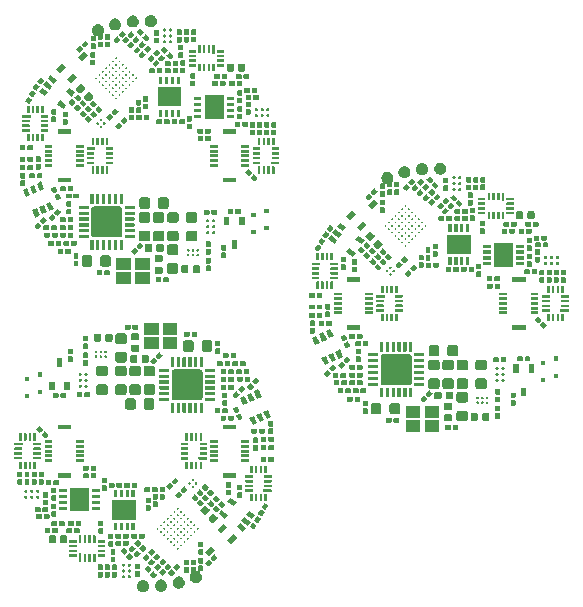
<source format=gts>
%MOIN*%
%OFA0B0*%
%FSLAX46Y46*%
%IPPOS*%
%LPD*%
%ADD10C,0.0039370078740157488*%
%ADD21C,0.0039370078740157488*%
%ADD22C,0.0039370078740157488*%
G01*
D10*
G36*
X0000501329Y0001048383D02*
X0000453297Y0001048383D01*
X0000453297Y0001088540D01*
X0000501329Y0001088540D01*
X0000501329Y0001048383D01*
X0000501329Y0001048383D01*
G37*
G36*
X0000438337Y0001048383D02*
X0000390305Y0001048383D01*
X0000390305Y0001088540D01*
X0000438337Y0001088540D01*
X0000438337Y0001048383D01*
X0000438337Y0001048383D01*
G37*
G36*
X0000562817Y0001071190D02*
X0000563406Y0001071011D01*
X0000563949Y0001070721D01*
X0000564425Y0001070330D01*
X0000564815Y0001069854D01*
X0000565105Y0001069311D01*
X0000565284Y0001068722D01*
X0000565354Y0001068013D01*
X0000565354Y0001057970D01*
X0000565284Y0001057261D01*
X0000565105Y0001056672D01*
X0000564815Y0001056129D01*
X0000564425Y0001055653D01*
X0000563949Y0001055263D01*
X0000563406Y0001054972D01*
X0000562817Y0001054794D01*
X0000562108Y0001054724D01*
X0000549702Y0001054724D01*
X0000548993Y0001054794D01*
X0000548404Y0001054972D01*
X0000547861Y0001055263D01*
X0000547385Y0001055653D01*
X0000546995Y0001056129D01*
X0000546705Y0001056672D01*
X0000546526Y0001057261D01*
X0000546456Y0001057970D01*
X0000546456Y0001068013D01*
X0000546526Y0001068722D01*
X0000546705Y0001069311D01*
X0000546995Y0001069854D01*
X0000547385Y0001070330D01*
X0000547861Y0001070721D01*
X0000548404Y0001071011D01*
X0000548993Y0001071190D01*
X0000549702Y0001071259D01*
X0000562108Y0001071259D01*
X0000562817Y0001071190D01*
X0000562817Y0001071190D01*
G37*
G36*
X0000537620Y0001071190D02*
X0000538209Y0001071011D01*
X0000538752Y0001070721D01*
X0000539228Y0001070330D01*
X0000539618Y0001069854D01*
X0000539908Y0001069311D01*
X0000540087Y0001068722D01*
X0000540157Y0001068013D01*
X0000540157Y0001057970D01*
X0000540087Y0001057261D01*
X0000539908Y0001056672D01*
X0000539618Y0001056129D01*
X0000539228Y0001055653D01*
X0000538752Y0001055263D01*
X0000538209Y0001054972D01*
X0000537620Y0001054794D01*
X0000536911Y0001054724D01*
X0000524506Y0001054724D01*
X0000523796Y0001054794D01*
X0000523207Y0001054972D01*
X0000522664Y0001055263D01*
X0000522189Y0001055653D01*
X0000521798Y0001056129D01*
X0000521508Y0001056672D01*
X0000521329Y0001057261D01*
X0000521259Y0001057970D01*
X0000521259Y0001068013D01*
X0000521329Y0001068722D01*
X0000521508Y0001069311D01*
X0000521798Y0001069854D01*
X0000522189Y0001070330D01*
X0000522664Y0001070721D01*
X0000523207Y0001071011D01*
X0000523796Y0001071190D01*
X0000524506Y0001071259D01*
X0000536911Y0001071259D01*
X0000537620Y0001071190D01*
X0000537620Y0001071190D01*
G37*
G36*
X0000365966Y0001094812D02*
X0000366556Y0001094633D01*
X0000367098Y0001094343D01*
X0000367574Y0001093952D01*
X0000367965Y0001093476D01*
X0000368255Y0001092933D01*
X0000368434Y0001092344D01*
X0000368503Y0001091635D01*
X0000368503Y0001081592D01*
X0000368434Y0001080883D01*
X0000368255Y0001080294D01*
X0000367965Y0001079751D01*
X0000367574Y0001079275D01*
X0000367098Y0001078885D01*
X0000366556Y0001078595D01*
X0000365966Y0001078416D01*
X0000365257Y0001078346D01*
X0000352852Y0001078346D01*
X0000352143Y0001078416D01*
X0000351554Y0001078595D01*
X0000351011Y0001078885D01*
X0000350535Y0001079275D01*
X0000350145Y0001079751D01*
X0000349854Y0001080294D01*
X0000349676Y0001080883D01*
X0000349606Y0001081592D01*
X0000349606Y0001091635D01*
X0000349676Y0001092344D01*
X0000349854Y0001092933D01*
X0000350145Y0001093476D01*
X0000350535Y0001093952D01*
X0000351011Y0001094343D01*
X0000351554Y0001094633D01*
X0000352143Y0001094812D01*
X0000352852Y0001094881D01*
X0000365257Y0001094881D01*
X0000365966Y0001094812D01*
X0000365966Y0001094812D01*
G37*
G36*
X0000340769Y0001094812D02*
X0000341359Y0001094633D01*
X0000341902Y0001094343D01*
X0000342377Y0001093952D01*
X0000342768Y0001093476D01*
X0000343058Y0001092933D01*
X0000343237Y0001092344D01*
X0000343307Y0001091635D01*
X0000343307Y0001081592D01*
X0000343237Y0001080883D01*
X0000343058Y0001080294D01*
X0000342768Y0001079751D01*
X0000342377Y0001079275D01*
X0000341902Y0001078885D01*
X0000341359Y0001078595D01*
X0000340769Y0001078416D01*
X0000340060Y0001078346D01*
X0000327655Y0001078346D01*
X0000326946Y0001078416D01*
X0000326357Y0001078595D01*
X0000325814Y0001078885D01*
X0000325338Y0001079275D01*
X0000324948Y0001079751D01*
X0000324658Y0001080294D01*
X0000324479Y0001080883D01*
X0000324409Y0001081592D01*
X0000324409Y0001091635D01*
X0000324479Y0001092344D01*
X0000324658Y0001092933D01*
X0000324948Y0001093476D01*
X0000325338Y0001093952D01*
X0000325814Y0001094343D01*
X0000326357Y0001094633D01*
X0000326946Y0001094812D01*
X0000327655Y0001094881D01*
X0000340060Y0001094881D01*
X0000340769Y0001094812D01*
X0000340769Y0001094812D01*
G37*
G36*
X0000540445Y0001106980D02*
X0000541385Y0001106695D01*
X0000542251Y0001106232D01*
X0000543011Y0001105609D01*
X0000543634Y0001104850D01*
X0000544097Y0001103984D01*
X0000544382Y0001103044D01*
X0000544488Y0001101970D01*
X0000544488Y0001088187D01*
X0000544382Y0001087113D01*
X0000544097Y0001086173D01*
X0000543634Y0001085307D01*
X0000543011Y0001084547D01*
X0000542251Y0001083924D01*
X0000541385Y0001083461D01*
X0000540445Y0001083176D01*
X0000539371Y0001083070D01*
X0000523620Y0001083070D01*
X0000522546Y0001083176D01*
X0000521606Y0001083461D01*
X0000520740Y0001083924D01*
X0000519980Y0001084547D01*
X0000519357Y0001085307D01*
X0000518894Y0001086173D01*
X0000518609Y0001087113D01*
X0000518503Y0001088187D01*
X0000518503Y0001101970D01*
X0000518609Y0001103044D01*
X0000518894Y0001103984D01*
X0000519357Y0001104850D01*
X0000519980Y0001105609D01*
X0000520740Y0001106232D01*
X0000521606Y0001106695D01*
X0000522546Y0001106980D01*
X0000523620Y0001107086D01*
X0000539371Y0001107086D01*
X0000540445Y0001106980D01*
X0000540445Y0001106980D01*
G37*
G36*
X0000591211Y0001118938D02*
X0000592677Y0001118494D01*
X0000594028Y0001117771D01*
X0000595213Y0001116799D01*
X0000596185Y0001115615D01*
X0000596907Y0001114264D01*
X0000597352Y0001112798D01*
X0000597511Y0001111177D01*
X0000597511Y0001091783D01*
X0000597352Y0001090162D01*
X0000596907Y0001088696D01*
X0000596185Y0001087345D01*
X0000595213Y0001086160D01*
X0000594028Y0001085188D01*
X0000592677Y0001084466D01*
X0000591211Y0001084021D01*
X0000589590Y0001083862D01*
X0000567244Y0001083862D01*
X0000565622Y0001084021D01*
X0000564156Y0001084466D01*
X0000562805Y0001085188D01*
X0000561621Y0001086160D01*
X0000560649Y0001087345D01*
X0000559927Y0001088696D01*
X0000559482Y0001090162D01*
X0000559322Y0001091783D01*
X0000559322Y0001111177D01*
X0000559482Y0001112798D01*
X0000559927Y0001114264D01*
X0000560649Y0001115615D01*
X0000561621Y0001116799D01*
X0000562805Y0001117771D01*
X0000564156Y0001118494D01*
X0000565622Y0001118938D01*
X0000567244Y0001119098D01*
X0000589590Y0001119098D01*
X0000591211Y0001118938D01*
X0000591211Y0001118938D01*
G37*
G36*
X0000626666Y0001111311D02*
X0000627606Y0001111026D01*
X0000628472Y0001110563D01*
X0000629231Y0001109940D01*
X0000629854Y0001109181D01*
X0000630317Y0001108314D01*
X0000630602Y0001107375D01*
X0000630708Y0001106301D01*
X0000630708Y0001090549D01*
X0000630602Y0001089475D01*
X0000630317Y0001088535D01*
X0000629854Y0001087669D01*
X0000629231Y0001086910D01*
X0000628472Y0001086286D01*
X0000627606Y0001085823D01*
X0000626666Y0001085538D01*
X0000625592Y0001085433D01*
X0000611809Y0001085433D01*
X0000610735Y0001085538D01*
X0000609795Y0001085823D01*
X0000608929Y0001086286D01*
X0000608169Y0001086910D01*
X0000607546Y0001087669D01*
X0000607083Y0001088535D01*
X0000606798Y0001089475D01*
X0000606692Y0001090549D01*
X0000606692Y0001106301D01*
X0000606798Y0001107375D01*
X0000607083Y0001108314D01*
X0000607546Y0001109181D01*
X0000608169Y0001109940D01*
X0000608929Y0001110563D01*
X0000609795Y0001111026D01*
X0000610735Y0001111311D01*
X0000611809Y0001111417D01*
X0000625592Y0001111417D01*
X0000626666Y0001111311D01*
X0000626666Y0001111311D01*
G37*
G36*
X0000664855Y0001111311D02*
X0000665795Y0001111026D01*
X0000666661Y0001110563D01*
X0000667420Y0001109940D01*
X0000668043Y0001109181D01*
X0000668506Y0001108314D01*
X0000668791Y0001107375D01*
X0000668897Y0001106301D01*
X0000668897Y0001090549D01*
X0000668791Y0001089475D01*
X0000668506Y0001088535D01*
X0000668043Y0001087669D01*
X0000667420Y0001086910D01*
X0000666661Y0001086286D01*
X0000665795Y0001085823D01*
X0000664855Y0001085538D01*
X0000663781Y0001085433D01*
X0000649998Y0001085433D01*
X0000648924Y0001085538D01*
X0000647984Y0001085823D01*
X0000647118Y0001086286D01*
X0000646358Y0001086910D01*
X0000645735Y0001087669D01*
X0000645272Y0001088535D01*
X0000644987Y0001089475D01*
X0000644881Y0001090549D01*
X0000644881Y0001106301D01*
X0000644987Y0001107375D01*
X0000645272Y0001108314D01*
X0000645735Y0001109181D01*
X0000646358Y0001109940D01*
X0000647118Y0001110563D01*
X0000647984Y0001111026D01*
X0000648924Y0001111311D01*
X0000649998Y0001111417D01*
X0000663781Y0001111417D01*
X0000664855Y0001111311D01*
X0000664855Y0001111311D01*
G37*
G36*
X0000702581Y0001110953D02*
X0000703170Y0001110775D01*
X0000703713Y0001110484D01*
X0000704188Y0001110094D01*
X0000704579Y0001109618D01*
X0000704869Y0001109075D01*
X0000705048Y0001108486D01*
X0000705118Y0001107777D01*
X0000705118Y0001095372D01*
X0000705048Y0001094663D01*
X0000704869Y0001094073D01*
X0000704579Y0001093531D01*
X0000704188Y0001093055D01*
X0000703713Y0001092664D01*
X0000703170Y0001092374D01*
X0000702581Y0001092195D01*
X0000701871Y0001092125D01*
X0000691828Y0001092125D01*
X0000691119Y0001092195D01*
X0000690530Y0001092374D01*
X0000689987Y0001092664D01*
X0000689511Y0001093055D01*
X0000689121Y0001093531D01*
X0000688831Y0001094073D01*
X0000688652Y0001094663D01*
X0000688582Y0001095372D01*
X0000688582Y0001107777D01*
X0000688652Y0001108486D01*
X0000688831Y0001109075D01*
X0000689121Y0001109618D01*
X0000689511Y0001110094D01*
X0000689987Y0001110484D01*
X0000690530Y0001110775D01*
X0000691119Y0001110953D01*
X0000691828Y0001111023D01*
X0000701871Y0001111023D01*
X0000702581Y0001110953D01*
X0000702581Y0001110953D01*
G37*
G36*
X0000438337Y0001095627D02*
X0000390305Y0001095627D01*
X0000390305Y0001135785D01*
X0000438337Y0001135785D01*
X0000438337Y0001095627D01*
X0000438337Y0001095627D01*
G37*
G36*
X0000501329Y0001095627D02*
X0000453297Y0001095627D01*
X0000453297Y0001135785D01*
X0000501329Y0001135785D01*
X0000501329Y0001095627D01*
X0000501329Y0001095627D01*
G37*
G36*
X0000365156Y0001144919D02*
X0000366622Y0001144474D01*
X0000367973Y0001143752D01*
X0000369158Y0001142780D01*
X0000370130Y0001141595D01*
X0000370852Y0001140244D01*
X0000371297Y0001138778D01*
X0000371456Y0001137157D01*
X0000371456Y0001114811D01*
X0000371297Y0001113189D01*
X0000370852Y0001111723D01*
X0000370130Y0001110372D01*
X0000369158Y0001109188D01*
X0000367973Y0001108216D01*
X0000366622Y0001107494D01*
X0000365156Y0001107049D01*
X0000363535Y0001106889D01*
X0000344141Y0001106889D01*
X0000342520Y0001107049D01*
X0000341054Y0001107494D01*
X0000339703Y0001108216D01*
X0000338519Y0001109188D01*
X0000337547Y0001110372D01*
X0000336824Y0001111723D01*
X0000336380Y0001113189D01*
X0000336220Y0001114811D01*
X0000336220Y0001137157D01*
X0000336380Y0001138778D01*
X0000336824Y0001140244D01*
X0000337547Y0001141595D01*
X0000338519Y0001142780D01*
X0000339703Y0001143752D01*
X0000341054Y0001144474D01*
X0000342520Y0001144919D01*
X0000344141Y0001145078D01*
X0000363535Y0001145078D01*
X0000365156Y0001144919D01*
X0000365156Y0001144919D01*
G37*
G36*
X0000303148Y0001144919D02*
X0000304614Y0001144474D01*
X0000305965Y0001143752D01*
X0000307150Y0001142780D01*
X0000308122Y0001141595D01*
X0000308844Y0001140244D01*
X0000309289Y0001138778D01*
X0000309448Y0001137157D01*
X0000309448Y0001114811D01*
X0000309289Y0001113189D01*
X0000308844Y0001111723D01*
X0000308122Y0001110372D01*
X0000307150Y0001109188D01*
X0000305965Y0001108216D01*
X0000304614Y0001107494D01*
X0000303148Y0001107049D01*
X0000301527Y0001106889D01*
X0000282134Y0001106889D01*
X0000280512Y0001107049D01*
X0000279046Y0001107494D01*
X0000277695Y0001108216D01*
X0000276511Y0001109188D01*
X0000275539Y0001110372D01*
X0000274817Y0001111723D01*
X0000274372Y0001113189D01*
X0000274212Y0001114811D01*
X0000274212Y0001137157D01*
X0000274372Y0001138778D01*
X0000274817Y0001140244D01*
X0000275539Y0001141595D01*
X0000276511Y0001142780D01*
X0000277695Y0001143752D01*
X0000279046Y0001144474D01*
X0000280512Y0001144919D01*
X0000282134Y0001145078D01*
X0000301527Y0001145078D01*
X0000303148Y0001144919D01*
X0000303148Y0001144919D01*
G37*
G36*
X0000261636Y0001126701D02*
X0000262225Y0001126523D01*
X0000262768Y0001126232D01*
X0000263244Y0001125842D01*
X0000263634Y0001125366D01*
X0000263924Y0001124823D01*
X0000264103Y0001124234D01*
X0000264173Y0001123525D01*
X0000264173Y0001111120D01*
X0000264103Y0001110411D01*
X0000263924Y0001109821D01*
X0000263634Y0001109279D01*
X0000263244Y0001108803D01*
X0000262768Y0001108412D01*
X0000262225Y0001108122D01*
X0000261636Y0001107943D01*
X0000260927Y0001107874D01*
X0000250884Y0001107874D01*
X0000250174Y0001107943D01*
X0000249585Y0001108122D01*
X0000249042Y0001108412D01*
X0000248567Y0001108803D01*
X0000248176Y0001109279D01*
X0000247886Y0001109821D01*
X0000247707Y0001110411D01*
X0000247637Y0001111120D01*
X0000247637Y0001123525D01*
X0000247707Y0001124234D01*
X0000247886Y0001124823D01*
X0000248176Y0001125366D01*
X0000248567Y0001125842D01*
X0000249042Y0001126232D01*
X0000249585Y0001126523D01*
X0000250174Y0001126701D01*
X0000250884Y0001126771D01*
X0000260927Y0001126771D01*
X0000261636Y0001126701D01*
X0000261636Y0001126701D01*
G37*
G36*
X0000702581Y0001136150D02*
X0000703170Y0001135971D01*
X0000703713Y0001135681D01*
X0000704188Y0001135291D01*
X0000704579Y0001134815D01*
X0000704869Y0001134272D01*
X0000705048Y0001133683D01*
X0000705118Y0001132974D01*
X0000705118Y0001120569D01*
X0000705048Y0001119859D01*
X0000704869Y0001119270D01*
X0000704579Y0001118727D01*
X0000704188Y0001118252D01*
X0000703713Y0001117861D01*
X0000703170Y0001117571D01*
X0000702581Y0001117392D01*
X0000701871Y0001117322D01*
X0000691828Y0001117322D01*
X0000691119Y0001117392D01*
X0000690530Y0001117571D01*
X0000689987Y0001117861D01*
X0000689511Y0001118252D01*
X0000689121Y0001118727D01*
X0000688831Y0001119270D01*
X0000688652Y0001119859D01*
X0000688582Y0001120569D01*
X0000688582Y0001132974D01*
X0000688652Y0001133683D01*
X0000688831Y0001134272D01*
X0000689121Y0001134815D01*
X0000689511Y0001135291D01*
X0000689987Y0001135681D01*
X0000690530Y0001135971D01*
X0000691119Y0001136150D01*
X0000691828Y0001136220D01*
X0000701871Y0001136220D01*
X0000702581Y0001136150D01*
X0000702581Y0001136150D01*
G37*
G36*
X0000540445Y0001145169D02*
X0000541385Y0001144884D01*
X0000542251Y0001144421D01*
X0000543011Y0001143798D01*
X0000543634Y0001143039D01*
X0000544097Y0001142173D01*
X0000544382Y0001141233D01*
X0000544488Y0001140159D01*
X0000544488Y0001126376D01*
X0000544382Y0001125302D01*
X0000544097Y0001124362D01*
X0000543634Y0001123496D01*
X0000543011Y0001122736D01*
X0000542251Y0001122113D01*
X0000541385Y0001121650D01*
X0000540445Y0001121365D01*
X0000539371Y0001121259D01*
X0000523620Y0001121259D01*
X0000522546Y0001121365D01*
X0000521606Y0001121650D01*
X0000520740Y0001122113D01*
X0000519980Y0001122736D01*
X0000519357Y0001123496D01*
X0000518894Y0001124362D01*
X0000518609Y0001125302D01*
X0000518503Y0001126376D01*
X0000518503Y0001140159D01*
X0000518609Y0001141233D01*
X0000518894Y0001142173D01*
X0000519357Y0001143039D01*
X0000519980Y0001143798D01*
X0000520740Y0001144421D01*
X0000521606Y0001144884D01*
X0000522546Y0001145169D01*
X0000523620Y0001145275D01*
X0000539371Y0001145275D01*
X0000540445Y0001145169D01*
X0000540445Y0001145169D01*
G37*
G36*
X0000261636Y0001151898D02*
X0000262225Y0001151719D01*
X0000262768Y0001151429D01*
X0000263244Y0001151039D01*
X0000263634Y0001150563D01*
X0000263924Y0001150020D01*
X0000264103Y0001149431D01*
X0000264173Y0001148722D01*
X0000264173Y0001136317D01*
X0000264103Y0001135607D01*
X0000263924Y0001135018D01*
X0000263634Y0001134475D01*
X0000263244Y0001134000D01*
X0000262768Y0001133609D01*
X0000262225Y0001133319D01*
X0000261636Y0001133140D01*
X0000260927Y0001133070D01*
X0000250884Y0001133070D01*
X0000250174Y0001133140D01*
X0000249585Y0001133319D01*
X0000249042Y0001133609D01*
X0000248567Y0001134000D01*
X0000248176Y0001134475D01*
X0000247886Y0001135018D01*
X0000247707Y0001135607D01*
X0000247637Y0001136317D01*
X0000247637Y0001148722D01*
X0000247707Y0001149431D01*
X0000247886Y0001150020D01*
X0000248176Y0001150563D01*
X0000248567Y0001151039D01*
X0000249042Y0001151429D01*
X0000249585Y0001151719D01*
X0000250174Y0001151898D01*
X0000250884Y0001151968D01*
X0000260927Y0001151968D01*
X0000261636Y0001151898D01*
X0000261636Y0001151898D01*
G37*
G36*
X0000753762Y0001154260D02*
X0000754351Y0001154082D01*
X0000754894Y0001153791D01*
X0000755370Y0001153401D01*
X0000755760Y0001152925D01*
X0000756050Y0001152382D01*
X0000756229Y0001151793D01*
X0000756299Y0001151084D01*
X0000756299Y0001138679D01*
X0000756229Y0001137970D01*
X0000756050Y0001137380D01*
X0000755760Y0001136838D01*
X0000755370Y0001136362D01*
X0000754894Y0001135971D01*
X0000754351Y0001135681D01*
X0000753762Y0001135502D01*
X0000753052Y0001135433D01*
X0000743010Y0001135433D01*
X0000742300Y0001135502D01*
X0000741711Y0001135681D01*
X0000741168Y0001135971D01*
X0000740692Y0001136362D01*
X0000740302Y0001136838D01*
X0000740012Y0001137380D01*
X0000739833Y0001137970D01*
X0000739763Y0001138679D01*
X0000739763Y0001151084D01*
X0000739833Y0001151793D01*
X0000740012Y0001152382D01*
X0000740302Y0001152925D01*
X0000740692Y0001153401D01*
X0000741168Y0001153791D01*
X0000741711Y0001154082D01*
X0000742300Y0001154260D01*
X0000743010Y0001154330D01*
X0000753052Y0001154330D01*
X0000753762Y0001154260D01*
X0000753762Y0001154260D01*
G37*
G36*
X0000662262Y0001149916D02*
X0000662680Y0001149833D01*
X0000663468Y0001149507D01*
X0000663940Y0001149192D01*
X0000664178Y0001149033D01*
X0000664781Y0001148430D01*
X0000664781Y0001148429D01*
X0000665255Y0001147720D01*
X0000665581Y0001146932D01*
X0000665581Y0001146932D01*
X0000665748Y0001146095D01*
X0000665748Y0001145242D01*
X0000665683Y0001144919D01*
X0000665581Y0001144406D01*
X0000665255Y0001143617D01*
X0000664868Y0001143039D01*
X0000664781Y0001142908D01*
X0000664178Y0001142305D01*
X0000664177Y0001142305D01*
X0000663468Y0001141831D01*
X0000662680Y0001141505D01*
X0000662262Y0001141421D01*
X0000661843Y0001141338D01*
X0000660990Y0001141338D01*
X0000660572Y0001141421D01*
X0000660154Y0001141505D01*
X0000659365Y0001141831D01*
X0000658656Y0001142305D01*
X0000658656Y0001142305D01*
X0000658053Y0001142908D01*
X0000657966Y0001143039D01*
X0000657579Y0001143617D01*
X0000657252Y0001144406D01*
X0000657150Y0001144919D01*
X0000657086Y0001145242D01*
X0000657086Y0001146095D01*
X0000657252Y0001146932D01*
X0000657252Y0001146932D01*
X0000657579Y0001147720D01*
X0000658053Y0001148429D01*
X0000658053Y0001148430D01*
X0000658656Y0001149033D01*
X0000658894Y0001149192D01*
X0000659365Y0001149507D01*
X0000660154Y0001149833D01*
X0000660572Y0001149916D01*
X0000660990Y0001150000D01*
X0000661843Y0001150000D01*
X0000662262Y0001149916D01*
X0000662262Y0001149916D01*
G37*
G36*
X0000646514Y0001149916D02*
X0000646932Y0001149833D01*
X0000647720Y0001149507D01*
X0000648192Y0001149192D01*
X0000648430Y0001149033D01*
X0000649033Y0001148430D01*
X0000649033Y0001148429D01*
X0000649507Y0001147720D01*
X0000649833Y0001146932D01*
X0000649833Y0001146932D01*
X0000649999Y0001146095D01*
X0000649999Y0001145242D01*
X0000649935Y0001144919D01*
X0000649833Y0001144406D01*
X0000649507Y0001143617D01*
X0000649120Y0001143039D01*
X0000649033Y0001142908D01*
X0000648430Y0001142305D01*
X0000648429Y0001142305D01*
X0000647720Y0001141831D01*
X0000646932Y0001141505D01*
X0000646514Y0001141421D01*
X0000646095Y0001141338D01*
X0000645242Y0001141338D01*
X0000644824Y0001141421D01*
X0000644406Y0001141505D01*
X0000643617Y0001141831D01*
X0000642908Y0001142305D01*
X0000642908Y0001142305D01*
X0000642305Y0001142908D01*
X0000642218Y0001143039D01*
X0000641831Y0001143617D01*
X0000641505Y0001144406D01*
X0000641402Y0001144919D01*
X0000641338Y0001145242D01*
X0000641338Y0001146095D01*
X0000641505Y0001146932D01*
X0000641505Y0001146932D01*
X0000641831Y0001147720D01*
X0000642305Y0001148429D01*
X0000642305Y0001148430D01*
X0000642908Y0001149033D01*
X0000643146Y0001149192D01*
X0000643617Y0001149507D01*
X0000644406Y0001149833D01*
X0000644824Y0001149916D01*
X0000645242Y0001150000D01*
X0000646095Y0001150000D01*
X0000646514Y0001149916D01*
X0000646514Y0001149916D01*
G37*
G36*
X0000630766Y0001149916D02*
X0000631184Y0001149833D01*
X0000631972Y0001149507D01*
X0000632444Y0001149192D01*
X0000632682Y0001149033D01*
X0000633285Y0001148430D01*
X0000633285Y0001148429D01*
X0000633759Y0001147720D01*
X0000634085Y0001146932D01*
X0000634085Y0001146932D01*
X0000634251Y0001146095D01*
X0000634251Y0001145242D01*
X0000634187Y0001144919D01*
X0000634085Y0001144406D01*
X0000633759Y0001143617D01*
X0000633372Y0001143039D01*
X0000633285Y0001142908D01*
X0000632682Y0001142305D01*
X0000632681Y0001142305D01*
X0000631972Y0001141831D01*
X0000631184Y0001141505D01*
X0000630766Y0001141421D01*
X0000630347Y0001141338D01*
X0000629494Y0001141338D01*
X0000629076Y0001141421D01*
X0000628658Y0001141505D01*
X0000627869Y0001141831D01*
X0000627160Y0001142305D01*
X0000627160Y0001142305D01*
X0000626557Y0001142908D01*
X0000626470Y0001143039D01*
X0000626083Y0001143617D01*
X0000625756Y0001144406D01*
X0000625654Y0001144919D01*
X0000625590Y0001145242D01*
X0000625590Y0001146095D01*
X0000625756Y0001146932D01*
X0000625756Y0001146932D01*
X0000626083Y0001147720D01*
X0000626557Y0001148429D01*
X0000626557Y0001148430D01*
X0000627160Y0001149033D01*
X0000627398Y0001149192D01*
X0000627869Y0001149507D01*
X0000628658Y0001149833D01*
X0000629076Y0001149916D01*
X0000629494Y0001150000D01*
X0000630347Y0001150000D01*
X0000630766Y0001149916D01*
X0000630766Y0001149916D01*
G37*
G36*
X0000591211Y0001180946D02*
X0000592677Y0001180501D01*
X0000594028Y0001179779D01*
X0000595213Y0001178807D01*
X0000596185Y0001177623D01*
X0000596907Y0001176272D01*
X0000597352Y0001174806D01*
X0000597511Y0001173184D01*
X0000597511Y0001153791D01*
X0000597352Y0001152170D01*
X0000596907Y0001150704D01*
X0000596185Y0001149352D01*
X0000595213Y0001148168D01*
X0000594028Y0001147196D01*
X0000592677Y0001146474D01*
X0000591211Y0001146029D01*
X0000589590Y0001145870D01*
X0000567244Y0001145870D01*
X0000565622Y0001146029D01*
X0000564156Y0001146474D01*
X0000562805Y0001147196D01*
X0000561621Y0001148168D01*
X0000560649Y0001149352D01*
X0000559927Y0001150704D01*
X0000559482Y0001152170D01*
X0000559322Y0001153791D01*
X0000559322Y0001173184D01*
X0000559482Y0001174806D01*
X0000559927Y0001176272D01*
X0000560649Y0001177623D01*
X0000561621Y0001178807D01*
X0000562805Y0001179779D01*
X0000564156Y0001180501D01*
X0000565622Y0001180946D01*
X0000567244Y0001181106D01*
X0000589590Y0001181106D01*
X0000591211Y0001180946D01*
X0000591211Y0001180946D01*
G37*
G36*
X0000452556Y0001169328D02*
X0000453145Y0001169150D01*
X0000453688Y0001168859D01*
X0000454239Y0001168407D01*
X0000461340Y0001161306D01*
X0000461793Y0001160755D01*
X0000462083Y0001160212D01*
X0000462261Y0001159623D01*
X0000462322Y0001159010D01*
X0000462261Y0001158398D01*
X0000462083Y0001157809D01*
X0000461793Y0001157266D01*
X0000461340Y0001156715D01*
X0000452569Y0001147943D01*
X0000452018Y0001147491D01*
X0000451475Y0001147201D01*
X0000450886Y0001147022D01*
X0000450273Y0001146962D01*
X0000449661Y0001147022D01*
X0000449072Y0001147201D01*
X0000448529Y0001147491D01*
X0000447978Y0001147943D01*
X0000440877Y0001155045D01*
X0000440424Y0001155596D01*
X0000440134Y0001156138D01*
X0000439955Y0001156728D01*
X0000439895Y0001157340D01*
X0000439955Y0001157953D01*
X0000440134Y0001158542D01*
X0000440424Y0001159085D01*
X0000440877Y0001159636D01*
X0000449648Y0001168407D01*
X0000450199Y0001168859D01*
X0000450742Y0001169150D01*
X0000451331Y0001169328D01*
X0000451944Y0001169389D01*
X0000452556Y0001169328D01*
X0000452556Y0001169328D01*
G37*
G36*
X0000702581Y0001166071D02*
X0000703170Y0001165893D01*
X0000703713Y0001165602D01*
X0000704188Y0001165212D01*
X0000704579Y0001164736D01*
X0000704869Y0001164193D01*
X0000705048Y0001163604D01*
X0000705118Y0001162895D01*
X0000705118Y0001150490D01*
X0000705048Y0001149781D01*
X0000704869Y0001149192D01*
X0000704579Y0001148649D01*
X0000704188Y0001148173D01*
X0000703713Y0001147782D01*
X0000703170Y0001147492D01*
X0000702581Y0001147313D01*
X0000701871Y0001147244D01*
X0000691828Y0001147244D01*
X0000691119Y0001147313D01*
X0000690530Y0001147492D01*
X0000689987Y0001147782D01*
X0000689511Y0001148173D01*
X0000689121Y0001148649D01*
X0000688831Y0001149192D01*
X0000688652Y0001149781D01*
X0000688582Y0001150490D01*
X0000688582Y0001162895D01*
X0000688652Y0001163604D01*
X0000688831Y0001164193D01*
X0000689121Y0001164736D01*
X0000689511Y0001165212D01*
X0000689987Y0001165602D01*
X0000690530Y0001165893D01*
X0000691119Y0001166071D01*
X0000691828Y0001166141D01*
X0000701871Y0001166141D01*
X0000702581Y0001166071D01*
X0000702581Y0001166071D01*
G37*
G36*
X0000210848Y0001165678D02*
X0000211437Y0001165499D01*
X0000211980Y0001165209D01*
X0000212456Y0001164818D01*
X0000212847Y0001164342D01*
X0000213137Y0001163800D01*
X0000213315Y0001163210D01*
X0000213385Y0001162501D01*
X0000213385Y0001152458D01*
X0000213315Y0001151749D01*
X0000213137Y0001151160D01*
X0000212847Y0001150617D01*
X0000212456Y0001150141D01*
X0000211980Y0001149751D01*
X0000211437Y0001149461D01*
X0000210848Y0001149282D01*
X0000210139Y0001149212D01*
X0000197734Y0001149212D01*
X0000197025Y0001149282D01*
X0000196436Y0001149461D01*
X0000195893Y0001149751D01*
X0000195417Y0001150141D01*
X0000195026Y0001150617D01*
X0000194736Y0001151160D01*
X0000194558Y0001151749D01*
X0000194488Y0001152458D01*
X0000194488Y0001162501D01*
X0000194558Y0001163210D01*
X0000194736Y0001163800D01*
X0000195026Y0001164342D01*
X0000195417Y0001164818D01*
X0000195893Y0001165209D01*
X0000196436Y0001165499D01*
X0000197025Y0001165678D01*
X0000197734Y0001165748D01*
X0000210139Y0001165748D01*
X0000210848Y0001165678D01*
X0000210848Y0001165678D01*
G37*
G36*
X0000236045Y0001165678D02*
X0000236634Y0001165499D01*
X0000237177Y0001165209D01*
X0000237653Y0001164818D01*
X0000238043Y0001164342D01*
X0000238334Y0001163800D01*
X0000238512Y0001163210D01*
X0000238582Y0001162501D01*
X0000238582Y0001152458D01*
X0000238512Y0001151749D01*
X0000238334Y0001151160D01*
X0000238043Y0001150617D01*
X0000237653Y0001150141D01*
X0000237177Y0001149751D01*
X0000236634Y0001149461D01*
X0000236045Y0001149282D01*
X0000235336Y0001149212D01*
X0000222931Y0001149212D01*
X0000222222Y0001149282D01*
X0000221632Y0001149461D01*
X0000221090Y0001149751D01*
X0000220614Y0001150141D01*
X0000220223Y0001150617D01*
X0000219933Y0001151160D01*
X0000219754Y0001151749D01*
X0000219685Y0001152458D01*
X0000219685Y0001162501D01*
X0000219754Y0001163210D01*
X0000219933Y0001163800D01*
X0000220223Y0001164342D01*
X0000220614Y0001164818D01*
X0000221090Y0001165209D01*
X0000221632Y0001165499D01*
X0000222222Y0001165678D01*
X0000222931Y0001165748D01*
X0000235336Y0001165748D01*
X0000236045Y0001165678D01*
X0000236045Y0001165678D01*
G37*
G36*
X0000505588Y0001182270D02*
X0000506528Y0001181985D01*
X0000507394Y0001181522D01*
X0000508153Y0001180899D01*
X0000508776Y0001180140D01*
X0000509239Y0001179273D01*
X0000509524Y0001178334D01*
X0000509630Y0001177260D01*
X0000509630Y0001161508D01*
X0000509524Y0001160434D01*
X0000509239Y0001159494D01*
X0000508776Y0001158628D01*
X0000508153Y0001157869D01*
X0000507394Y0001157245D01*
X0000506528Y0001156782D01*
X0000505588Y0001156497D01*
X0000504514Y0001156392D01*
X0000490731Y0001156392D01*
X0000489657Y0001156497D01*
X0000488717Y0001156782D01*
X0000487851Y0001157245D01*
X0000487091Y0001157869D01*
X0000486468Y0001158628D01*
X0000486005Y0001159494D01*
X0000485720Y0001160434D01*
X0000485614Y0001161508D01*
X0000485614Y0001177260D01*
X0000485720Y0001178334D01*
X0000486005Y0001179273D01*
X0000486468Y0001180140D01*
X0000487091Y0001180899D01*
X0000487851Y0001181522D01*
X0000488717Y0001181985D01*
X0000489657Y0001182270D01*
X0000490731Y0001182376D01*
X0000504514Y0001182376D01*
X0000505588Y0001182270D01*
X0000505588Y0001182270D01*
G37*
G36*
X0000543777Y0001182270D02*
X0000544717Y0001181985D01*
X0000545583Y0001181522D01*
X0000546342Y0001180899D01*
X0000546965Y0001180140D01*
X0000547428Y0001179273D01*
X0000547713Y0001178334D01*
X0000547819Y0001177260D01*
X0000547819Y0001161508D01*
X0000547713Y0001160434D01*
X0000547428Y0001159494D01*
X0000546965Y0001158628D01*
X0000546342Y0001157869D01*
X0000545583Y0001157245D01*
X0000544717Y0001156782D01*
X0000543777Y0001156497D01*
X0000542703Y0001156392D01*
X0000528920Y0001156392D01*
X0000527846Y0001156497D01*
X0000526906Y0001156782D01*
X0000526040Y0001157245D01*
X0000525280Y0001157869D01*
X0000524657Y0001158628D01*
X0000524194Y0001159494D01*
X0000523909Y0001160434D01*
X0000523803Y0001161508D01*
X0000523803Y0001177260D01*
X0000523909Y0001178334D01*
X0000524194Y0001179273D01*
X0000524657Y0001180140D01*
X0000525280Y0001180899D01*
X0000526040Y0001181522D01*
X0000526906Y0001181985D01*
X0000527846Y0001182270D01*
X0000528920Y0001182376D01*
X0000542703Y0001182376D01*
X0000543777Y0001182270D01*
X0000543777Y0001182270D01*
G37*
G36*
X0000662195Y0001165678D02*
X0000662680Y0001165581D01*
X0000663468Y0001165255D01*
X0000663822Y0001165018D01*
X0000664178Y0001164781D01*
X0000664781Y0001164178D01*
X0000664781Y0001164177D01*
X0000665255Y0001163468D01*
X0000665492Y0001162895D01*
X0000665581Y0001162680D01*
X0000665715Y0001162007D01*
X0000665748Y0001161843D01*
X0000665748Y0001160990D01*
X0000665581Y0001160154D01*
X0000665255Y0001159365D01*
X0000664958Y0001158922D01*
X0000664781Y0001158656D01*
X0000664178Y0001158053D01*
X0000664177Y0001158053D01*
X0000663468Y0001157579D01*
X0000662680Y0001157253D01*
X0000662262Y0001157169D01*
X0000661843Y0001157086D01*
X0000660990Y0001157086D01*
X0000660572Y0001157169D01*
X0000660154Y0001157253D01*
X0000659365Y0001157579D01*
X0000658656Y0001158053D01*
X0000658656Y0001158053D01*
X0000658053Y0001158656D01*
X0000657875Y0001158922D01*
X0000657579Y0001159365D01*
X0000657252Y0001160154D01*
X0000657086Y0001160990D01*
X0000657086Y0001161843D01*
X0000657119Y0001162007D01*
X0000657252Y0001162680D01*
X0000657342Y0001162895D01*
X0000657579Y0001163468D01*
X0000658053Y0001164177D01*
X0000658053Y0001164178D01*
X0000658656Y0001164781D01*
X0000659011Y0001165018D01*
X0000659365Y0001165255D01*
X0000660154Y0001165581D01*
X0000660639Y0001165678D01*
X0000660990Y0001165748D01*
X0000661843Y0001165748D01*
X0000662195Y0001165678D01*
X0000662195Y0001165678D01*
G37*
G36*
X0000646446Y0001165678D02*
X0000646932Y0001165581D01*
X0000647720Y0001165255D01*
X0000648074Y0001165018D01*
X0000648430Y0001164781D01*
X0000649033Y0001164178D01*
X0000649033Y0001164177D01*
X0000649507Y0001163468D01*
X0000649744Y0001162895D01*
X0000649833Y0001162680D01*
X0000649967Y0001162007D01*
X0000649999Y0001161843D01*
X0000649999Y0001160990D01*
X0000649833Y0001160154D01*
X0000649507Y0001159365D01*
X0000649210Y0001158922D01*
X0000649033Y0001158656D01*
X0000648430Y0001158053D01*
X0000648429Y0001158053D01*
X0000647720Y0001157579D01*
X0000646932Y0001157253D01*
X0000646514Y0001157169D01*
X0000646095Y0001157086D01*
X0000645242Y0001157086D01*
X0000644824Y0001157169D01*
X0000644406Y0001157253D01*
X0000643617Y0001157579D01*
X0000642908Y0001158053D01*
X0000642908Y0001158053D01*
X0000642305Y0001158656D01*
X0000642127Y0001158922D01*
X0000641831Y0001159365D01*
X0000641505Y0001160154D01*
X0000641338Y0001160990D01*
X0000641338Y0001161843D01*
X0000641371Y0001162007D01*
X0000641505Y0001162680D01*
X0000641594Y0001162895D01*
X0000641831Y0001163468D01*
X0000642305Y0001164177D01*
X0000642305Y0001164178D01*
X0000642908Y0001164781D01*
X0000643263Y0001165018D01*
X0000643617Y0001165255D01*
X0000644406Y0001165581D01*
X0000644891Y0001165678D01*
X0000645242Y0001165748D01*
X0000646095Y0001165748D01*
X0000646446Y0001165678D01*
X0000646446Y0001165678D01*
G37*
G36*
X0000630698Y0001165678D02*
X0000631184Y0001165581D01*
X0000631972Y0001165255D01*
X0000632326Y0001165018D01*
X0000632682Y0001164781D01*
X0000633285Y0001164178D01*
X0000633285Y0001164177D01*
X0000633759Y0001163468D01*
X0000633996Y0001162895D01*
X0000634085Y0001162680D01*
X0000634219Y0001162007D01*
X0000634251Y0001161843D01*
X0000634251Y0001160990D01*
X0000634085Y0001160154D01*
X0000633759Y0001159365D01*
X0000633462Y0001158922D01*
X0000633285Y0001158656D01*
X0000632682Y0001158053D01*
X0000632681Y0001158053D01*
X0000631972Y0001157579D01*
X0000631184Y0001157253D01*
X0000630766Y0001157169D01*
X0000630347Y0001157086D01*
X0000629494Y0001157086D01*
X0000629076Y0001157169D01*
X0000628658Y0001157253D01*
X0000627869Y0001157579D01*
X0000627160Y0001158053D01*
X0000627160Y0001158053D01*
X0000626557Y0001158656D01*
X0000626379Y0001158922D01*
X0000626083Y0001159365D01*
X0000625756Y0001160154D01*
X0000625590Y0001160990D01*
X0000625590Y0001161843D01*
X0000625623Y0001162007D01*
X0000625756Y0001162680D01*
X0000625845Y0001162895D01*
X0000626083Y0001163468D01*
X0000626557Y0001164177D01*
X0000626557Y0001164178D01*
X0000627160Y0001164781D01*
X0000627515Y0001165018D01*
X0000627869Y0001165255D01*
X0000628658Y0001165581D01*
X0000629143Y0001165678D01*
X0000629494Y0001165748D01*
X0000630347Y0001165748D01*
X0000630698Y0001165678D01*
X0000630698Y0001165678D01*
G37*
G36*
X0000753762Y0001179457D02*
X0000754351Y0001179278D01*
X0000754894Y0001178988D01*
X0000755370Y0001178598D01*
X0000755760Y0001178122D01*
X0000756050Y0001177579D01*
X0000756229Y0001176990D01*
X0000756299Y0001176281D01*
X0000756299Y0001163876D01*
X0000756229Y0001163167D01*
X0000756050Y0001162577D01*
X0000755760Y0001162034D01*
X0000755370Y0001161559D01*
X0000754894Y0001161168D01*
X0000754351Y0001160878D01*
X0000753762Y0001160699D01*
X0000753052Y0001160629D01*
X0000743010Y0001160629D01*
X0000742300Y0001160699D01*
X0000741711Y0001160878D01*
X0000741168Y0001161168D01*
X0000740692Y0001161559D01*
X0000740302Y0001162034D01*
X0000740012Y0001162577D01*
X0000739833Y0001163167D01*
X0000739763Y0001163876D01*
X0000739763Y0001176281D01*
X0000739833Y0001176990D01*
X0000740012Y0001177579D01*
X0000740302Y0001178122D01*
X0000740692Y0001178598D01*
X0000741168Y0001178988D01*
X0000741711Y0001179278D01*
X0000742300Y0001179457D01*
X0000743010Y0001179527D01*
X0000753052Y0001179527D01*
X0000753762Y0001179457D01*
X0000753762Y0001179457D01*
G37*
G36*
X0000352391Y0001196218D02*
X0000352703Y0001196123D01*
X0000352991Y0001195970D01*
X0000353243Y0001195762D01*
X0000353450Y0001195510D01*
X0000353603Y0001195223D01*
X0000353698Y0001194911D01*
X0000353740Y0001194490D01*
X0000353740Y0001164761D01*
X0000353698Y0001164340D01*
X0000353603Y0001164028D01*
X0000353450Y0001163741D01*
X0000353243Y0001163488D01*
X0000352991Y0001163281D01*
X0000352703Y0001163128D01*
X0000352391Y0001163033D01*
X0000351970Y0001162992D01*
X0000344880Y0001162992D01*
X0000344458Y0001163033D01*
X0000344146Y0001163128D01*
X0000343859Y0001163281D01*
X0000343607Y0001163488D01*
X0000343400Y0001163741D01*
X0000343246Y0001164028D01*
X0000343151Y0001164340D01*
X0000343110Y0001164761D01*
X0000343110Y0001194490D01*
X0000343151Y0001194911D01*
X0000343246Y0001195223D01*
X0000343400Y0001195510D01*
X0000343607Y0001195762D01*
X0000343859Y0001195970D01*
X0000344146Y0001196123D01*
X0000344458Y0001196218D01*
X0000344880Y0001196259D01*
X0000351970Y0001196259D01*
X0000352391Y0001196218D01*
X0000352391Y0001196218D01*
G37*
G36*
X0000411446Y0001196218D02*
X0000411758Y0001196123D01*
X0000412046Y0001195970D01*
X0000412298Y0001195762D01*
X0000412505Y0001195510D01*
X0000412659Y0001195223D01*
X0000412753Y0001194911D01*
X0000412795Y0001194490D01*
X0000412795Y0001164761D01*
X0000412753Y0001164340D01*
X0000412659Y0001164028D01*
X0000412505Y0001163741D01*
X0000412298Y0001163488D01*
X0000412046Y0001163281D01*
X0000411758Y0001163128D01*
X0000411446Y0001163033D01*
X0000411025Y0001162992D01*
X0000403935Y0001162992D01*
X0000403514Y0001163033D01*
X0000403201Y0001163128D01*
X0000402914Y0001163281D01*
X0000402662Y0001163488D01*
X0000402455Y0001163741D01*
X0000402301Y0001164028D01*
X0000402206Y0001164340D01*
X0000402165Y0001164761D01*
X0000402165Y0001194490D01*
X0000402206Y0001194911D01*
X0000402301Y0001195223D01*
X0000402455Y0001195510D01*
X0000402662Y0001195762D01*
X0000402914Y0001195970D01*
X0000403201Y0001196123D01*
X0000403514Y0001196218D01*
X0000403935Y0001196259D01*
X0000411025Y0001196259D01*
X0000411446Y0001196218D01*
X0000411446Y0001196218D01*
G37*
G36*
X0000391761Y0001196218D02*
X0000392073Y0001196123D01*
X0000392361Y0001195970D01*
X0000392613Y0001195762D01*
X0000392820Y0001195510D01*
X0000392974Y0001195223D01*
X0000393068Y0001194911D01*
X0000393110Y0001194490D01*
X0000393110Y0001164761D01*
X0000393068Y0001164340D01*
X0000392974Y0001164028D01*
X0000392820Y0001163741D01*
X0000392613Y0001163488D01*
X0000392361Y0001163281D01*
X0000392073Y0001163128D01*
X0000391761Y0001163033D01*
X0000391340Y0001162992D01*
X0000384250Y0001162992D01*
X0000383829Y0001163033D01*
X0000383516Y0001163128D01*
X0000383229Y0001163281D01*
X0000382977Y0001163488D01*
X0000382770Y0001163741D01*
X0000382616Y0001164028D01*
X0000382521Y0001164340D01*
X0000382480Y0001164761D01*
X0000382480Y0001194490D01*
X0000382521Y0001194911D01*
X0000382616Y0001195223D01*
X0000382770Y0001195510D01*
X0000382977Y0001195762D01*
X0000383229Y0001195970D01*
X0000383516Y0001196123D01*
X0000383829Y0001196218D01*
X0000384250Y0001196259D01*
X0000391340Y0001196259D01*
X0000391761Y0001196218D01*
X0000391761Y0001196218D01*
G37*
G36*
X0000372076Y0001196218D02*
X0000372388Y0001196123D01*
X0000372676Y0001195970D01*
X0000372928Y0001195762D01*
X0000373135Y0001195510D01*
X0000373289Y0001195223D01*
X0000373383Y0001194911D01*
X0000373425Y0001194490D01*
X0000373425Y0001164761D01*
X0000373383Y0001164340D01*
X0000373289Y0001164028D01*
X0000373135Y0001163741D01*
X0000372928Y0001163488D01*
X0000372676Y0001163281D01*
X0000372388Y0001163128D01*
X0000372076Y0001163033D01*
X0000371655Y0001162992D01*
X0000364565Y0001162992D01*
X0000364144Y0001163033D01*
X0000363831Y0001163128D01*
X0000363544Y0001163281D01*
X0000363292Y0001163488D01*
X0000363085Y0001163741D01*
X0000362931Y0001164028D01*
X0000362836Y0001164340D01*
X0000362795Y0001164761D01*
X0000362795Y0001194490D01*
X0000362836Y0001194911D01*
X0000362931Y0001195223D01*
X0000363085Y0001195510D01*
X0000363292Y0001195762D01*
X0000363544Y0001195970D01*
X0000363831Y0001196123D01*
X0000364144Y0001196218D01*
X0000364565Y0001196259D01*
X0000371655Y0001196259D01*
X0000372076Y0001196218D01*
X0000372076Y0001196218D01*
G37*
G36*
X0000332706Y0001196218D02*
X0000333018Y0001196123D01*
X0000333306Y0001195970D01*
X0000333558Y0001195762D01*
X0000333765Y0001195510D01*
X0000333918Y0001195223D01*
X0000334013Y0001194911D01*
X0000334055Y0001194490D01*
X0000334055Y0001164761D01*
X0000334013Y0001164340D01*
X0000333918Y0001164028D01*
X0000333765Y0001163741D01*
X0000333558Y0001163488D01*
X0000333306Y0001163281D01*
X0000333018Y0001163128D01*
X0000332706Y0001163033D01*
X0000332285Y0001162992D01*
X0000325194Y0001162992D01*
X0000324773Y0001163033D01*
X0000324461Y0001163128D01*
X0000324174Y0001163281D01*
X0000323922Y0001163488D01*
X0000323715Y0001163741D01*
X0000323561Y0001164028D01*
X0000323466Y0001164340D01*
X0000323425Y0001164761D01*
X0000323425Y0001194490D01*
X0000323466Y0001194911D01*
X0000323561Y0001195223D01*
X0000323715Y0001195510D01*
X0000323922Y0001195762D01*
X0000324174Y0001195970D01*
X0000324461Y0001196123D01*
X0000324773Y0001196218D01*
X0000325194Y0001196259D01*
X0000332285Y0001196259D01*
X0000332706Y0001196218D01*
X0000332706Y0001196218D01*
G37*
G36*
X0000313021Y0001196218D02*
X0000313333Y0001196123D01*
X0000313621Y0001195970D01*
X0000313873Y0001195762D01*
X0000314080Y0001195510D01*
X0000314233Y0001195223D01*
X0000314328Y0001194911D01*
X0000314370Y0001194490D01*
X0000314370Y0001164761D01*
X0000314328Y0001164340D01*
X0000314233Y0001164028D01*
X0000314080Y0001163741D01*
X0000313873Y0001163488D01*
X0000313621Y0001163281D01*
X0000313333Y0001163128D01*
X0000313021Y0001163033D01*
X0000312600Y0001162992D01*
X0000305509Y0001162992D01*
X0000305088Y0001163033D01*
X0000304776Y0001163128D01*
X0000304489Y0001163281D01*
X0000304237Y0001163488D01*
X0000304030Y0001163741D01*
X0000303876Y0001164028D01*
X0000303781Y0001164340D01*
X0000303740Y0001164761D01*
X0000303740Y0001194490D01*
X0000303781Y0001194911D01*
X0000303876Y0001195223D01*
X0000304030Y0001195510D01*
X0000304237Y0001195762D01*
X0000304489Y0001195970D01*
X0000304776Y0001196123D01*
X0000305088Y0001196218D01*
X0000305509Y0001196259D01*
X0000312600Y0001196259D01*
X0000313021Y0001196218D01*
X0000313021Y0001196218D01*
G37*
G36*
X0000470373Y0001187145D02*
X0000470962Y0001186966D01*
X0000471505Y0001186676D01*
X0000472056Y0001186224D01*
X0000479157Y0001179123D01*
X0000479609Y0001178572D01*
X0000479900Y0001178029D01*
X0000480078Y0001177440D01*
X0000480139Y0001176827D01*
X0000480078Y0001176215D01*
X0000479900Y0001175626D01*
X0000479609Y0001175083D01*
X0000479157Y0001174532D01*
X0000470386Y0001165760D01*
X0000469835Y0001165308D01*
X0000469292Y0001165018D01*
X0000468703Y0001164839D01*
X0000468090Y0001164779D01*
X0000467478Y0001164839D01*
X0000466888Y0001165018D01*
X0000466346Y0001165308D01*
X0000465794Y0001165760D01*
X0000458693Y0001172861D01*
X0000458241Y0001173412D01*
X0000457951Y0001173955D01*
X0000457772Y0001174545D01*
X0000457712Y0001175157D01*
X0000457772Y0001175770D01*
X0000457951Y0001176359D01*
X0000458241Y0001176902D01*
X0000458693Y0001177453D01*
X0000467465Y0001186224D01*
X0000468016Y0001186676D01*
X0000468559Y0001186966D01*
X0000469148Y0001187145D01*
X0000469760Y0001187206D01*
X0000470373Y0001187145D01*
X0000470373Y0001187145D01*
G37*
G36*
X0000792716Y0001166929D02*
X0000774212Y0001166929D01*
X0000774212Y0001195275D01*
X0000792716Y0001195275D01*
X0000792716Y0001166929D01*
X0000792716Y0001166929D01*
G37*
G36*
X0000702581Y0001191268D02*
X0000703170Y0001191090D01*
X0000703713Y0001190799D01*
X0000704188Y0001190409D01*
X0000704579Y0001189933D01*
X0000704869Y0001189390D01*
X0000705048Y0001188801D01*
X0000705118Y0001188092D01*
X0000705118Y0001175687D01*
X0000705048Y0001174978D01*
X0000704869Y0001174388D01*
X0000704579Y0001173845D01*
X0000704188Y0001173370D01*
X0000703713Y0001172979D01*
X0000703170Y0001172689D01*
X0000702581Y0001172510D01*
X0000701871Y0001172440D01*
X0000691828Y0001172440D01*
X0000691119Y0001172510D01*
X0000690530Y0001172689D01*
X0000689987Y0001172979D01*
X0000689511Y0001173370D01*
X0000689121Y0001173845D01*
X0000688831Y0001174388D01*
X0000688652Y0001174978D01*
X0000688582Y0001175687D01*
X0000688582Y0001188092D01*
X0000688652Y0001188801D01*
X0000688831Y0001189390D01*
X0000689121Y0001189933D01*
X0000689511Y0001190409D01*
X0000689987Y0001190799D01*
X0000690530Y0001191090D01*
X0000691119Y0001191268D01*
X0000691828Y0001191338D01*
X0000701871Y0001191338D01*
X0000702581Y0001191268D01*
X0000702581Y0001191268D01*
G37*
G36*
X0000204549Y0001193237D02*
X0000205138Y0001193058D01*
X0000205681Y0001192768D01*
X0000206157Y0001192377D01*
X0000206547Y0001191902D01*
X0000206838Y0001191359D01*
X0000207016Y0001190770D01*
X0000207086Y0001190060D01*
X0000207086Y0001180017D01*
X0000207016Y0001179308D01*
X0000206838Y0001178719D01*
X0000206547Y0001178176D01*
X0000206157Y0001177700D01*
X0000205681Y0001177310D01*
X0000205138Y0001177020D01*
X0000204549Y0001176841D01*
X0000203840Y0001176771D01*
X0000191435Y0001176771D01*
X0000190726Y0001176841D01*
X0000190136Y0001177020D01*
X0000189594Y0001177310D01*
X0000189118Y0001177700D01*
X0000188727Y0001178176D01*
X0000188437Y0001178719D01*
X0000188258Y0001179308D01*
X0000188188Y0001180017D01*
X0000188188Y0001190060D01*
X0000188258Y0001190770D01*
X0000188437Y0001191359D01*
X0000188727Y0001191902D01*
X0000189118Y0001192377D01*
X0000189594Y0001192768D01*
X0000190136Y0001193058D01*
X0000190726Y0001193237D01*
X0000191435Y0001193307D01*
X0000203840Y0001193307D01*
X0000204549Y0001193237D01*
X0000204549Y0001193237D01*
G37*
G36*
X0000230533Y0001193237D02*
X0000231122Y0001193058D01*
X0000231665Y0001192768D01*
X0000232141Y0001192377D01*
X0000232532Y0001191902D01*
X0000232822Y0001191359D01*
X0000233001Y0001190770D01*
X0000233070Y0001190060D01*
X0000233070Y0001180017D01*
X0000233001Y0001179308D01*
X0000232822Y0001178719D01*
X0000232532Y0001178176D01*
X0000232141Y0001177700D01*
X0000231665Y0001177310D01*
X0000231122Y0001177020D01*
X0000230533Y0001176841D01*
X0000229824Y0001176771D01*
X0000217419Y0001176771D01*
X0000216710Y0001176841D01*
X0000216121Y0001177020D01*
X0000215578Y0001177310D01*
X0000215102Y0001177700D01*
X0000214711Y0001178176D01*
X0000214421Y0001178719D01*
X0000214243Y0001179308D01*
X0000214173Y0001180017D01*
X0000214173Y0001190060D01*
X0000214243Y0001190770D01*
X0000214421Y0001191359D01*
X0000214711Y0001191902D01*
X0000215102Y0001192377D01*
X0000215578Y0001192768D01*
X0000216121Y0001193058D01*
X0000216710Y0001193237D01*
X0000217419Y0001193307D01*
X0000229824Y0001193307D01*
X0000230533Y0001193237D01*
X0000230533Y0001193237D01*
G37*
G36*
X0000255730Y0001193237D02*
X0000256319Y0001193058D01*
X0000256862Y0001192768D01*
X0000257338Y0001192377D01*
X0000257728Y0001191902D01*
X0000258019Y0001191359D01*
X0000258197Y0001190770D01*
X0000258267Y0001190060D01*
X0000258267Y0001180017D01*
X0000258197Y0001179308D01*
X0000258019Y0001178719D01*
X0000257728Y0001178176D01*
X0000257338Y0001177700D01*
X0000256862Y0001177310D01*
X0000256319Y0001177020D01*
X0000255730Y0001176841D01*
X0000255021Y0001176771D01*
X0000242616Y0001176771D01*
X0000241907Y0001176841D01*
X0000241317Y0001177020D01*
X0000240775Y0001177310D01*
X0000240299Y0001177700D01*
X0000239908Y0001178176D01*
X0000239618Y0001178719D01*
X0000239439Y0001179308D01*
X0000239370Y0001180017D01*
X0000239370Y0001190060D01*
X0000239439Y0001190770D01*
X0000239618Y0001191359D01*
X0000239908Y0001191902D01*
X0000240299Y0001192377D01*
X0000240775Y0001192768D01*
X0000241317Y0001193058D01*
X0000241907Y0001193237D01*
X0000242616Y0001193307D01*
X0000255021Y0001193307D01*
X0000255730Y0001193237D01*
X0000255730Y0001193237D01*
G37*
G36*
X0000179352Y0001193237D02*
X0000179941Y0001193058D01*
X0000180484Y0001192768D01*
X0000180960Y0001192377D01*
X0000181351Y0001191902D01*
X0000181641Y0001191359D01*
X0000181819Y0001190770D01*
X0000181889Y0001190060D01*
X0000181889Y0001180017D01*
X0000181819Y0001179308D01*
X0000181641Y0001178719D01*
X0000181351Y0001178176D01*
X0000180960Y0001177700D01*
X0000180484Y0001177310D01*
X0000179941Y0001177020D01*
X0000179352Y0001176841D01*
X0000178643Y0001176771D01*
X0000166238Y0001176771D01*
X0000165529Y0001176841D01*
X0000164940Y0001177020D01*
X0000164397Y0001177310D01*
X0000163921Y0001177700D01*
X0000163530Y0001178176D01*
X0000163240Y0001178719D01*
X0000163061Y0001179308D01*
X0000162992Y0001180017D01*
X0000162992Y0001190060D01*
X0000163061Y0001190770D01*
X0000163240Y0001191359D01*
X0000163530Y0001191902D01*
X0000163921Y0001192377D01*
X0000164397Y0001192768D01*
X0000164940Y0001193058D01*
X0000165529Y0001193237D01*
X0000166238Y0001193307D01*
X0000178643Y0001193307D01*
X0000179352Y0001193237D01*
X0000179352Y0001193237D01*
G37*
G36*
X0000497046Y0001226611D02*
X0000498512Y0001226167D01*
X0000499863Y0001225445D01*
X0000501047Y0001224473D01*
X0000502019Y0001223288D01*
X0000502742Y0001221937D01*
X0000503186Y0001220471D01*
X0000503346Y0001218850D01*
X0000503346Y0001199456D01*
X0000503186Y0001197835D01*
X0000502742Y0001196369D01*
X0000502019Y0001195018D01*
X0000501047Y0001193833D01*
X0000499863Y0001192862D01*
X0000498512Y0001192139D01*
X0000497046Y0001191695D01*
X0000495425Y0001191535D01*
X0000473078Y0001191535D01*
X0000471457Y0001191695D01*
X0000469991Y0001192139D01*
X0000468640Y0001192862D01*
X0000467456Y0001193833D01*
X0000466484Y0001195018D01*
X0000465761Y0001196369D01*
X0000465317Y0001197835D01*
X0000465157Y0001199456D01*
X0000465157Y0001218850D01*
X0000465317Y0001220471D01*
X0000465761Y0001221937D01*
X0000466484Y0001223288D01*
X0000467456Y0001224473D01*
X0000468640Y0001225445D01*
X0000469991Y0001226167D01*
X0000471457Y0001226611D01*
X0000473078Y0001226771D01*
X0000495425Y0001226771D01*
X0000497046Y0001226611D01*
X0000497046Y0001226611D01*
G37*
G36*
X0000544290Y0001226611D02*
X0000545756Y0001226167D01*
X0000547107Y0001225445D01*
X0000548292Y0001224473D01*
X0000549263Y0001223288D01*
X0000549986Y0001221937D01*
X0000550430Y0001220471D01*
X0000550590Y0001218850D01*
X0000550590Y0001199456D01*
X0000550430Y0001197835D01*
X0000549986Y0001196369D01*
X0000549263Y0001195018D01*
X0000548292Y0001193833D01*
X0000547107Y0001192862D01*
X0000545756Y0001192139D01*
X0000544290Y0001191695D01*
X0000542669Y0001191535D01*
X0000520322Y0001191535D01*
X0000518701Y0001191695D01*
X0000517235Y0001192139D01*
X0000515884Y0001192862D01*
X0000514700Y0001193833D01*
X0000513728Y0001195018D01*
X0000513005Y0001196369D01*
X0000512561Y0001197835D01*
X0000512401Y0001199456D01*
X0000512401Y0001218850D01*
X0000512561Y0001220471D01*
X0000513005Y0001221937D01*
X0000513728Y0001223288D01*
X0000514700Y0001224473D01*
X0000515884Y0001225445D01*
X0000517235Y0001226167D01*
X0000518701Y0001226611D01*
X0000520322Y0001226771D01*
X0000542669Y0001226771D01*
X0000544290Y0001226611D01*
X0000544290Y0001226611D01*
G37*
G36*
X0000654526Y0001226611D02*
X0000655992Y0001226167D01*
X0000657343Y0001225445D01*
X0000658528Y0001224473D01*
X0000659500Y0001223288D01*
X0000660222Y0001221937D01*
X0000660667Y0001220471D01*
X0000660826Y0001218850D01*
X0000660826Y0001199456D01*
X0000660667Y0001197835D01*
X0000660222Y0001196369D01*
X0000659500Y0001195018D01*
X0000658528Y0001193833D01*
X0000657343Y0001192862D01*
X0000655992Y0001192139D01*
X0000654526Y0001191695D01*
X0000652905Y0001191535D01*
X0000630559Y0001191535D01*
X0000628937Y0001191695D01*
X0000627471Y0001192139D01*
X0000626120Y0001192862D01*
X0000624936Y0001193833D01*
X0000623964Y0001195018D01*
X0000623242Y0001196369D01*
X0000622797Y0001197835D01*
X0000622637Y0001199456D01*
X0000622637Y0001218850D01*
X0000622797Y0001220471D01*
X0000623242Y0001221937D01*
X0000623964Y0001223288D01*
X0000624936Y0001224473D01*
X0000626120Y0001225445D01*
X0000627471Y0001226167D01*
X0000628937Y0001226611D01*
X0000630559Y0001226771D01*
X0000652905Y0001226771D01*
X0000654526Y0001226611D01*
X0000654526Y0001226611D01*
G37*
G36*
X0000591534Y0001226611D02*
X0000593000Y0001226167D01*
X0000594351Y0001225445D01*
X0000595536Y0001224473D01*
X0000596507Y0001223288D01*
X0000597230Y0001221937D01*
X0000597674Y0001220471D01*
X0000597834Y0001218850D01*
X0000597834Y0001199456D01*
X0000597674Y0001197835D01*
X0000597230Y0001196369D01*
X0000596507Y0001195018D01*
X0000595536Y0001193833D01*
X0000594351Y0001192862D01*
X0000593000Y0001192139D01*
X0000591534Y0001191695D01*
X0000589913Y0001191535D01*
X0000567567Y0001191535D01*
X0000565945Y0001191695D01*
X0000564479Y0001192139D01*
X0000563128Y0001192862D01*
X0000561944Y0001193833D01*
X0000560972Y0001195018D01*
X0000560250Y0001196369D01*
X0000559805Y0001197835D01*
X0000559645Y0001199456D01*
X0000559645Y0001218850D01*
X0000559805Y0001220471D01*
X0000560250Y0001221937D01*
X0000560972Y0001223288D01*
X0000561944Y0001224473D01*
X0000563128Y0001225445D01*
X0000564479Y0001226167D01*
X0000565945Y0001226611D01*
X0000567567Y0001226771D01*
X0000589913Y0001226771D01*
X0000591534Y0001226611D01*
X0000591534Y0001226611D01*
G37*
G36*
X0000297273Y0001211966D02*
X0000297585Y0001211871D01*
X0000297873Y0001211718D01*
X0000298125Y0001211511D01*
X0000298332Y0001211258D01*
X0000298485Y0001210971D01*
X0000298580Y0001210659D01*
X0000298622Y0001210238D01*
X0000298622Y0001203147D01*
X0000298580Y0001202726D01*
X0000298485Y0001202414D01*
X0000298332Y0001202126D01*
X0000298125Y0001201874D01*
X0000297873Y0001201667D01*
X0000297585Y0001201514D01*
X0000297273Y0001201419D01*
X0000296852Y0001201377D01*
X0000267124Y0001201377D01*
X0000266703Y0001201419D01*
X0000266390Y0001201514D01*
X0000266103Y0001201667D01*
X0000265851Y0001201874D01*
X0000265644Y0001202126D01*
X0000265490Y0001202414D01*
X0000265395Y0001202726D01*
X0000265354Y0001203147D01*
X0000265354Y0001210238D01*
X0000265395Y0001210659D01*
X0000265490Y0001210971D01*
X0000265644Y0001211258D01*
X0000265851Y0001211511D01*
X0000266103Y0001211718D01*
X0000266390Y0001211871D01*
X0000266703Y0001211966D01*
X0000267124Y0001212007D01*
X0000296852Y0001212007D01*
X0000297273Y0001211966D01*
X0000297273Y0001211966D01*
G37*
G36*
X0000449832Y0001211966D02*
X0000450144Y0001211871D01*
X0000450432Y0001211718D01*
X0000450684Y0001211511D01*
X0000450891Y0001211258D01*
X0000451044Y0001210971D01*
X0000451139Y0001210659D01*
X0000451181Y0001210238D01*
X0000451181Y0001203147D01*
X0000451139Y0001202726D01*
X0000451044Y0001202414D01*
X0000450891Y0001202126D01*
X0000450684Y0001201874D01*
X0000450432Y0001201667D01*
X0000450144Y0001201514D01*
X0000449832Y0001201419D01*
X0000449411Y0001201377D01*
X0000419683Y0001201377D01*
X0000419262Y0001201419D01*
X0000418949Y0001201514D01*
X0000418662Y0001201667D01*
X0000418410Y0001201874D01*
X0000418203Y0001202126D01*
X0000418049Y0001202414D01*
X0000417954Y0001202726D01*
X0000417913Y0001203147D01*
X0000417913Y0001210238D01*
X0000417954Y0001210659D01*
X0000418049Y0001210971D01*
X0000418203Y0001211258D01*
X0000418410Y0001211511D01*
X0000418662Y0001211718D01*
X0000418949Y0001211871D01*
X0000419262Y0001211966D01*
X0000419683Y0001212007D01*
X0000449411Y0001212007D01*
X0000449832Y0001211966D01*
X0000449832Y0001211966D01*
G37*
G36*
X0000191951Y0001220402D02*
X0000192540Y0001220223D01*
X0000193083Y0001219933D01*
X0000193558Y0001219543D01*
X0000193949Y0001219067D01*
X0000194239Y0001218524D01*
X0000194418Y0001217935D01*
X0000194488Y0001217226D01*
X0000194488Y0001207183D01*
X0000194418Y0001206474D01*
X0000194239Y0001205884D01*
X0000193949Y0001205342D01*
X0000193558Y0001204866D01*
X0000193083Y0001204475D01*
X0000192540Y0001204185D01*
X0000191951Y0001204006D01*
X0000191241Y0001203937D01*
X0000178836Y0001203937D01*
X0000178127Y0001204006D01*
X0000177538Y0001204185D01*
X0000176995Y0001204475D01*
X0000176519Y0001204866D01*
X0000176129Y0001205342D01*
X0000175839Y0001205884D01*
X0000175660Y0001206474D01*
X0000175590Y0001207183D01*
X0000175590Y0001217226D01*
X0000175660Y0001217935D01*
X0000175839Y0001218524D01*
X0000176129Y0001219067D01*
X0000176519Y0001219543D01*
X0000176995Y0001219933D01*
X0000177538Y0001220223D01*
X0000178127Y0001220402D01*
X0000178836Y0001220472D01*
X0000191241Y0001220472D01*
X0000191951Y0001220402D01*
X0000191951Y0001220402D01*
G37*
G36*
X0000166754Y0001220402D02*
X0000167343Y0001220223D01*
X0000167886Y0001219933D01*
X0000168362Y0001219543D01*
X0000168752Y0001219067D01*
X0000169042Y0001218524D01*
X0000169221Y0001217935D01*
X0000169291Y0001217226D01*
X0000169291Y0001207183D01*
X0000169221Y0001206474D01*
X0000169042Y0001205884D01*
X0000168752Y0001205342D01*
X0000168362Y0001204866D01*
X0000167886Y0001204475D01*
X0000167343Y0001204185D01*
X0000166754Y0001204006D01*
X0000166045Y0001203937D01*
X0000153639Y0001203937D01*
X0000152930Y0001204006D01*
X0000152341Y0001204185D01*
X0000151798Y0001204475D01*
X0000151322Y0001204866D01*
X0000150932Y0001205342D01*
X0000150642Y0001205884D01*
X0000150463Y0001206474D01*
X0000150393Y0001207183D01*
X0000150393Y0001217226D01*
X0000150463Y0001217935D01*
X0000150642Y0001218524D01*
X0000150932Y0001219067D01*
X0000151322Y0001219543D01*
X0000151798Y0001219933D01*
X0000152341Y0001220223D01*
X0000152930Y0001220402D01*
X0000153639Y0001220472D01*
X0000166045Y0001220472D01*
X0000166754Y0001220402D01*
X0000166754Y0001220402D01*
G37*
G36*
X0000218722Y0001220402D02*
X0000219311Y0001220223D01*
X0000219854Y0001219933D01*
X0000220330Y0001219543D01*
X0000220721Y0001219067D01*
X0000221011Y0001218524D01*
X0000221190Y0001217935D01*
X0000221259Y0001217226D01*
X0000221259Y0001207183D01*
X0000221190Y0001206474D01*
X0000221011Y0001205884D01*
X0000220721Y0001205342D01*
X0000220330Y0001204866D01*
X0000219854Y0001204475D01*
X0000219311Y0001204185D01*
X0000218722Y0001204006D01*
X0000218013Y0001203937D01*
X0000205608Y0001203937D01*
X0000204899Y0001204006D01*
X0000204310Y0001204185D01*
X0000203767Y0001204475D01*
X0000203291Y0001204866D01*
X0000202900Y0001205342D01*
X0000202610Y0001205884D01*
X0000202432Y0001206474D01*
X0000202362Y0001207183D01*
X0000202362Y0001217226D01*
X0000202432Y0001217935D01*
X0000202610Y0001218524D01*
X0000202900Y0001219067D01*
X0000203291Y0001219543D01*
X0000203767Y0001219933D01*
X0000204310Y0001220223D01*
X0000204899Y0001220402D01*
X0000205608Y0001220472D01*
X0000218013Y0001220472D01*
X0000218722Y0001220402D01*
X0000218722Y0001220402D01*
G37*
G36*
X0000243919Y0001220402D02*
X0000244508Y0001220223D01*
X0000245051Y0001219933D01*
X0000245527Y0001219543D01*
X0000245917Y0001219067D01*
X0000246208Y0001218524D01*
X0000246386Y0001217935D01*
X0000246456Y0001217226D01*
X0000246456Y0001207183D01*
X0000246386Y0001206474D01*
X0000246208Y0001205884D01*
X0000245917Y0001205342D01*
X0000245527Y0001204866D01*
X0000245051Y0001204475D01*
X0000244508Y0001204185D01*
X0000243919Y0001204006D01*
X0000243210Y0001203937D01*
X0000230805Y0001203937D01*
X0000230096Y0001204006D01*
X0000229506Y0001204185D01*
X0000228964Y0001204475D01*
X0000228488Y0001204866D01*
X0000228097Y0001205342D01*
X0000227807Y0001205884D01*
X0000227628Y0001206474D01*
X0000227559Y0001207183D01*
X0000227559Y0001217226D01*
X0000227628Y0001217935D01*
X0000227807Y0001218524D01*
X0000228097Y0001219067D01*
X0000228488Y0001219543D01*
X0000228964Y0001219933D01*
X0000229506Y0001220223D01*
X0000230096Y0001220402D01*
X0000230805Y0001220472D01*
X0000243210Y0001220472D01*
X0000243919Y0001220402D01*
X0000243919Y0001220402D01*
G37*
G36*
X0000403137Y0001307310D02*
X0000404697Y0001306837D01*
X0000406135Y0001306068D01*
X0000407396Y0001305034D01*
X0000408431Y0001303773D01*
X0000409199Y0001302335D01*
X0000409673Y0001300774D01*
X0000409842Y0001299055D01*
X0000409842Y0001212755D01*
X0000409673Y0001211036D01*
X0000409199Y0001209475D01*
X0000408431Y0001208037D01*
X0000407396Y0001206776D01*
X0000406135Y0001205742D01*
X0000404697Y0001204973D01*
X0000403137Y0001204500D01*
X0000401417Y0001204330D01*
X0000315117Y0001204330D01*
X0000313398Y0001204500D01*
X0000311837Y0001204973D01*
X0000310399Y0001205742D01*
X0000309138Y0001206776D01*
X0000308104Y0001208037D01*
X0000307335Y0001209475D01*
X0000306862Y0001211036D01*
X0000306692Y0001212755D01*
X0000306692Y0001299055D01*
X0000306862Y0001300774D01*
X0000307335Y0001302335D01*
X0000308104Y0001303773D01*
X0000309138Y0001305034D01*
X0000310399Y0001306068D01*
X0000311837Y0001306837D01*
X0000313398Y0001307310D01*
X0000315117Y0001307480D01*
X0000401417Y0001307480D01*
X0000403137Y0001307310D01*
X0000403137Y0001307310D01*
G37*
G36*
X0000855314Y0001214173D02*
X0000840748Y0001214173D01*
X0000840748Y0001228740D01*
X0000855314Y0001228740D01*
X0000855314Y0001214173D01*
X0000855314Y0001214173D01*
G37*
G36*
X0000715294Y0001225746D02*
X0000716117Y0001225583D01*
X0000716439Y0001225449D01*
X0000717084Y0001225182D01*
X0000717955Y0001224600D01*
X0000718695Y0001223860D01*
X0000719277Y0001222989D01*
X0000719516Y0001222411D01*
X0000719677Y0001222022D01*
X0000719881Y0001220995D01*
X0000719881Y0001219948D01*
X0000719677Y0001218922D01*
X0000719558Y0001218635D01*
X0000719277Y0001217954D01*
X0000718695Y0001217084D01*
X0000717955Y0001216344D01*
X0000717084Y0001215762D01*
X0000716439Y0001215495D01*
X0000716117Y0001215361D01*
X0000715294Y0001215198D01*
X0000715090Y0001215157D01*
X0000714043Y0001215157D01*
X0000713839Y0001215198D01*
X0000713016Y0001215361D01*
X0000712694Y0001215495D01*
X0000712049Y0001215762D01*
X0000711178Y0001216344D01*
X0000710438Y0001217084D01*
X0000709856Y0001217954D01*
X0000709575Y0001218635D01*
X0000709456Y0001218922D01*
X0000709251Y0001219948D01*
X0000709251Y0001220995D01*
X0000709456Y0001222022D01*
X0000709617Y0001222411D01*
X0000709856Y0001222989D01*
X0000710438Y0001223860D01*
X0000711178Y0001224600D01*
X0000712049Y0001225182D01*
X0000712694Y0001225449D01*
X0000713016Y0001225583D01*
X0000713839Y0001225746D01*
X0000714043Y0001225787D01*
X0000715090Y0001225787D01*
X0000715294Y0001225746D01*
X0000715294Y0001225746D01*
G37*
G36*
X0000695609Y0001225746D02*
X0000696432Y0001225583D01*
X0000696754Y0001225449D01*
X0000697399Y0001225182D01*
X0000698270Y0001224600D01*
X0000699010Y0001223860D01*
X0000699592Y0001222989D01*
X0000699831Y0001222411D01*
X0000699992Y0001222022D01*
X0000700196Y0001220995D01*
X0000700196Y0001219948D01*
X0000699992Y0001218922D01*
X0000699873Y0001218635D01*
X0000699592Y0001217954D01*
X0000699010Y0001217084D01*
X0000698270Y0001216344D01*
X0000697399Y0001215762D01*
X0000696754Y0001215495D01*
X0000696432Y0001215361D01*
X0000695609Y0001215198D01*
X0000695405Y0001215157D01*
X0000694358Y0001215157D01*
X0000694154Y0001215198D01*
X0000693331Y0001215361D01*
X0000693009Y0001215495D01*
X0000692364Y0001215762D01*
X0000691493Y0001216344D01*
X0000690753Y0001217084D01*
X0000690171Y0001217954D01*
X0000689890Y0001218635D01*
X0000689771Y0001218922D01*
X0000689566Y0001219948D01*
X0000689566Y0001220995D01*
X0000689771Y0001222022D01*
X0000689932Y0001222411D01*
X0000690171Y0001222989D01*
X0000690753Y0001223860D01*
X0000691493Y0001224600D01*
X0000692364Y0001225182D01*
X0000693009Y0001225449D01*
X0000693331Y0001225583D01*
X0000694154Y0001225746D01*
X0000694358Y0001225787D01*
X0000695405Y0001225787D01*
X0000695609Y0001225746D01*
X0000695609Y0001225746D01*
G37*
G36*
X0000449832Y0001231651D02*
X0000450144Y0001231556D01*
X0000450432Y0001231403D01*
X0000450684Y0001231196D01*
X0000450891Y0001230943D01*
X0000451044Y0001230656D01*
X0000451139Y0001230344D01*
X0000451181Y0001229923D01*
X0000451181Y0001222832D01*
X0000451139Y0001222411D01*
X0000451044Y0001222099D01*
X0000450891Y0001221812D01*
X0000450684Y0001221559D01*
X0000450432Y0001221352D01*
X0000450144Y0001221199D01*
X0000449832Y0001221104D01*
X0000449411Y0001221062D01*
X0000419683Y0001221062D01*
X0000419262Y0001221104D01*
X0000418949Y0001221199D01*
X0000418662Y0001221352D01*
X0000418410Y0001221559D01*
X0000418203Y0001221812D01*
X0000418049Y0001222099D01*
X0000417954Y0001222411D01*
X0000417913Y0001222832D01*
X0000417913Y0001229923D01*
X0000417954Y0001230344D01*
X0000418049Y0001230656D01*
X0000418203Y0001230943D01*
X0000418410Y0001231196D01*
X0000418662Y0001231403D01*
X0000418949Y0001231556D01*
X0000419262Y0001231651D01*
X0000419683Y0001231692D01*
X0000449411Y0001231692D01*
X0000449832Y0001231651D01*
X0000449832Y0001231651D01*
G37*
G36*
X0000297273Y0001231651D02*
X0000297585Y0001231556D01*
X0000297873Y0001231403D01*
X0000298125Y0001231196D01*
X0000298332Y0001230943D01*
X0000298485Y0001230656D01*
X0000298580Y0001230344D01*
X0000298622Y0001229923D01*
X0000298622Y0001222832D01*
X0000298580Y0001222411D01*
X0000298485Y0001222099D01*
X0000298332Y0001221812D01*
X0000298125Y0001221559D01*
X0000297873Y0001221352D01*
X0000297585Y0001221199D01*
X0000297273Y0001221104D01*
X0000296852Y0001221062D01*
X0000267124Y0001221062D01*
X0000266703Y0001221104D01*
X0000266390Y0001221199D01*
X0000266103Y0001221352D01*
X0000265851Y0001221559D01*
X0000265644Y0001221812D01*
X0000265490Y0001222099D01*
X0000265395Y0001222411D01*
X0000265354Y0001222832D01*
X0000265354Y0001229923D01*
X0000265395Y0001230344D01*
X0000265490Y0001230656D01*
X0000265644Y0001230943D01*
X0000265851Y0001231196D01*
X0000266103Y0001231403D01*
X0000266390Y0001231556D01*
X0000266703Y0001231651D01*
X0000267124Y0001231692D01*
X0000296852Y0001231692D01*
X0000297273Y0001231651D01*
X0000297273Y0001231651D01*
G37*
G36*
X0000163604Y0001244418D02*
X0000164193Y0001244239D01*
X0000164736Y0001243949D01*
X0000165212Y0001243558D01*
X0000165602Y0001243083D01*
X0000165893Y0001242540D01*
X0000166071Y0001241951D01*
X0000166141Y0001241241D01*
X0000166141Y0001231198D01*
X0000166071Y0001230489D01*
X0000165893Y0001229900D01*
X0000165602Y0001229357D01*
X0000165212Y0001228881D01*
X0000164736Y0001228491D01*
X0000164193Y0001228201D01*
X0000163604Y0001228022D01*
X0000162895Y0001227952D01*
X0000150490Y0001227952D01*
X0000149781Y0001228022D01*
X0000149191Y0001228201D01*
X0000148649Y0001228491D01*
X0000148173Y0001228881D01*
X0000147782Y0001229357D01*
X0000147492Y0001229900D01*
X0000147313Y0001230489D01*
X0000147244Y0001231198D01*
X0000147244Y0001241241D01*
X0000147313Y0001241951D01*
X0000147492Y0001242540D01*
X0000147782Y0001243083D01*
X0000148173Y0001243558D01*
X0000148649Y0001243949D01*
X0000149191Y0001244239D01*
X0000149781Y0001244418D01*
X0000150490Y0001244488D01*
X0000162895Y0001244488D01*
X0000163604Y0001244418D01*
X0000163604Y0001244418D01*
G37*
G36*
X0000188801Y0001244418D02*
X0000189390Y0001244239D01*
X0000189933Y0001243949D01*
X0000190409Y0001243558D01*
X0000190799Y0001243083D01*
X0000191090Y0001242540D01*
X0000191268Y0001241951D01*
X0000191338Y0001241241D01*
X0000191338Y0001231198D01*
X0000191268Y0001230489D01*
X0000191090Y0001229900D01*
X0000190799Y0001229357D01*
X0000190409Y0001228881D01*
X0000189933Y0001228491D01*
X0000189390Y0001228201D01*
X0000188801Y0001228022D01*
X0000188092Y0001227952D01*
X0000175687Y0001227952D01*
X0000174978Y0001228022D01*
X0000174388Y0001228201D01*
X0000173845Y0001228491D01*
X0000173370Y0001228881D01*
X0000172979Y0001229357D01*
X0000172689Y0001229900D01*
X0000172510Y0001230489D01*
X0000172440Y0001231198D01*
X0000172440Y0001241241D01*
X0000172510Y0001241951D01*
X0000172689Y0001242540D01*
X0000172979Y0001243083D01*
X0000173370Y0001243558D01*
X0000173845Y0001243949D01*
X0000174388Y0001244239D01*
X0000174978Y0001244418D01*
X0000175687Y0001244488D01*
X0000188092Y0001244488D01*
X0000188801Y0001244418D01*
X0000188801Y0001244418D01*
G37*
G36*
X0000898622Y0001227952D02*
X0000884055Y0001227952D01*
X0000884055Y0001242519D01*
X0000898622Y0001242519D01*
X0000898622Y0001227952D01*
X0000898622Y0001227952D01*
G37*
G36*
X0000243919Y0001245599D02*
X0000244508Y0001245420D01*
X0000245051Y0001245130D01*
X0000245527Y0001244740D01*
X0000245917Y0001244264D01*
X0000246208Y0001243721D01*
X0000246386Y0001243132D01*
X0000246456Y0001242423D01*
X0000246456Y0001232380D01*
X0000246386Y0001231670D01*
X0000246208Y0001231081D01*
X0000245917Y0001230538D01*
X0000245527Y0001230063D01*
X0000245051Y0001229672D01*
X0000244508Y0001229382D01*
X0000243919Y0001229203D01*
X0000243210Y0001229133D01*
X0000230805Y0001229133D01*
X0000230096Y0001229203D01*
X0000229506Y0001229382D01*
X0000228964Y0001229672D01*
X0000228488Y0001230063D01*
X0000228097Y0001230538D01*
X0000227807Y0001231081D01*
X0000227628Y0001231670D01*
X0000227559Y0001232380D01*
X0000227559Y0001242423D01*
X0000227628Y0001243132D01*
X0000227807Y0001243721D01*
X0000228097Y0001244264D01*
X0000228488Y0001244740D01*
X0000228964Y0001245130D01*
X0000229506Y0001245420D01*
X0000230096Y0001245599D01*
X0000230805Y0001245669D01*
X0000243210Y0001245669D01*
X0000243919Y0001245599D01*
X0000243919Y0001245599D01*
G37*
G36*
X0000218722Y0001245599D02*
X0000219311Y0001245420D01*
X0000219854Y0001245130D01*
X0000220330Y0001244740D01*
X0000220721Y0001244264D01*
X0000221011Y0001243721D01*
X0000221190Y0001243132D01*
X0000221259Y0001242423D01*
X0000221259Y0001232380D01*
X0000221190Y0001231670D01*
X0000221011Y0001231081D01*
X0000220721Y0001230538D01*
X0000220330Y0001230063D01*
X0000219854Y0001229672D01*
X0000219311Y0001229382D01*
X0000218722Y0001229203D01*
X0000218013Y0001229133D01*
X0000205608Y0001229133D01*
X0000204899Y0001229203D01*
X0000204310Y0001229382D01*
X0000203767Y0001229672D01*
X0000203291Y0001230063D01*
X0000202900Y0001230538D01*
X0000202610Y0001231081D01*
X0000202432Y0001231670D01*
X0000202362Y0001232380D01*
X0000202362Y0001242423D01*
X0000202432Y0001243132D01*
X0000202610Y0001243721D01*
X0000202900Y0001244264D01*
X0000203291Y0001244740D01*
X0000203767Y0001245130D01*
X0000204310Y0001245420D01*
X0000204899Y0001245599D01*
X0000205608Y0001245669D01*
X0000218013Y0001245669D01*
X0000218722Y0001245599D01*
X0000218722Y0001245599D01*
G37*
G36*
X0000130334Y0001254213D02*
X0000130923Y0001254034D01*
X0000131466Y0001253744D01*
X0000132017Y0001253291D01*
X0000139118Y0001246190D01*
X0000139570Y0001245639D01*
X0000139861Y0001245096D01*
X0000140039Y0001244507D01*
X0000140100Y0001243895D01*
X0000140039Y0001243282D01*
X0000139861Y0001242693D01*
X0000139570Y0001242150D01*
X0000139118Y0001241599D01*
X0000130347Y0001232828D01*
X0000129796Y0001232375D01*
X0000129253Y0001232085D01*
X0000128664Y0001231907D01*
X0000128051Y0001231846D01*
X0000127439Y0001231907D01*
X0000126849Y0001232085D01*
X0000126307Y0001232375D01*
X0000125756Y0001232828D01*
X0000118654Y0001239929D01*
X0000118202Y0001240480D01*
X0000117912Y0001241023D01*
X0000117733Y0001241612D01*
X0000117673Y0001242224D01*
X0000117733Y0001242837D01*
X0000117912Y0001243426D01*
X0000118202Y0001243969D01*
X0000118654Y0001244520D01*
X0000127426Y0001253291D01*
X0000127977Y0001253744D01*
X0000128520Y0001254034D01*
X0000129109Y0001254213D01*
X0000129721Y0001254273D01*
X0000130334Y0001254213D01*
X0000130334Y0001254213D01*
G37*
G36*
X0000695609Y0001245431D02*
X0000696432Y0001245268D01*
X0000696722Y0001245147D01*
X0000697399Y0001244867D01*
X0000698270Y0001244285D01*
X0000699010Y0001243545D01*
X0000699592Y0001242674D01*
X0000699778Y0001242224D01*
X0000699992Y0001241707D01*
X0000700196Y0001240680D01*
X0000700196Y0001239634D01*
X0000699992Y0001238607D01*
X0000699859Y0001238284D01*
X0000699592Y0001237640D01*
X0000699010Y0001236769D01*
X0000698270Y0001236029D01*
X0000697399Y0001235447D01*
X0000696754Y0001235180D01*
X0000696432Y0001235046D01*
X0000695609Y0001234883D01*
X0000695405Y0001234842D01*
X0000694358Y0001234842D01*
X0000694154Y0001234883D01*
X0000693331Y0001235046D01*
X0000693009Y0001235180D01*
X0000692364Y0001235447D01*
X0000691493Y0001236029D01*
X0000690753Y0001236769D01*
X0000690171Y0001237640D01*
X0000689904Y0001238284D01*
X0000689771Y0001238607D01*
X0000689566Y0001239634D01*
X0000689566Y0001240680D01*
X0000689771Y0001241707D01*
X0000689985Y0001242224D01*
X0000690171Y0001242674D01*
X0000690753Y0001243545D01*
X0000691493Y0001244285D01*
X0000692364Y0001244867D01*
X0000693041Y0001245147D01*
X0000693331Y0001245268D01*
X0000694154Y0001245431D01*
X0000694358Y0001245472D01*
X0000695405Y0001245472D01*
X0000695609Y0001245431D01*
X0000695609Y0001245431D01*
G37*
G36*
X0000715294Y0001245431D02*
X0000716117Y0001245268D01*
X0000716407Y0001245147D01*
X0000717084Y0001244867D01*
X0000717955Y0001244285D01*
X0000718695Y0001243545D01*
X0000719277Y0001242674D01*
X0000719463Y0001242224D01*
X0000719677Y0001241707D01*
X0000719881Y0001240680D01*
X0000719881Y0001239634D01*
X0000719677Y0001238607D01*
X0000719544Y0001238284D01*
X0000719277Y0001237640D01*
X0000718695Y0001236769D01*
X0000717955Y0001236029D01*
X0000717084Y0001235447D01*
X0000716439Y0001235180D01*
X0000716117Y0001235046D01*
X0000715294Y0001234883D01*
X0000715090Y0001234842D01*
X0000714043Y0001234842D01*
X0000713839Y0001234883D01*
X0000713016Y0001235046D01*
X0000712694Y0001235180D01*
X0000712049Y0001235447D01*
X0000711178Y0001236029D01*
X0000710438Y0001236769D01*
X0000709856Y0001237640D01*
X0000709589Y0001238284D01*
X0000709456Y0001238607D01*
X0000709251Y0001239634D01*
X0000709251Y0001240680D01*
X0000709456Y0001241707D01*
X0000709670Y0001242224D01*
X0000709856Y0001242674D01*
X0000710438Y0001243545D01*
X0000711178Y0001244285D01*
X0000712049Y0001244867D01*
X0000712726Y0001245147D01*
X0000713016Y0001245268D01*
X0000713839Y0001245431D01*
X0000714043Y0001245472D01*
X0000715090Y0001245472D01*
X0000715294Y0001245431D01*
X0000715294Y0001245431D01*
G37*
G36*
X0000449832Y0001251336D02*
X0000450144Y0001251241D01*
X0000450432Y0001251088D01*
X0000450684Y0001250881D01*
X0000450891Y0001250628D01*
X0000451044Y0001250341D01*
X0000451139Y0001250029D01*
X0000451181Y0001249608D01*
X0000451181Y0001242517D01*
X0000451139Y0001242096D01*
X0000451044Y0001241784D01*
X0000450891Y0001241497D01*
X0000450684Y0001241244D01*
X0000450432Y0001241037D01*
X0000450144Y0001240884D01*
X0000449832Y0001240789D01*
X0000449411Y0001240748D01*
X0000419683Y0001240748D01*
X0000419262Y0001240789D01*
X0000418949Y0001240884D01*
X0000418662Y0001241037D01*
X0000418410Y0001241244D01*
X0000418203Y0001241497D01*
X0000418049Y0001241784D01*
X0000417954Y0001242096D01*
X0000417913Y0001242517D01*
X0000417913Y0001249608D01*
X0000417954Y0001250029D01*
X0000418049Y0001250341D01*
X0000418203Y0001250628D01*
X0000418410Y0001250881D01*
X0000418662Y0001251088D01*
X0000418949Y0001251241D01*
X0000419262Y0001251336D01*
X0000419683Y0001251377D01*
X0000449411Y0001251377D01*
X0000449832Y0001251336D01*
X0000449832Y0001251336D01*
G37*
G36*
X0000297273Y0001251336D02*
X0000297585Y0001251241D01*
X0000297873Y0001251088D01*
X0000298125Y0001250881D01*
X0000298332Y0001250628D01*
X0000298485Y0001250341D01*
X0000298580Y0001250029D01*
X0000298622Y0001249608D01*
X0000298622Y0001242517D01*
X0000298580Y0001242096D01*
X0000298485Y0001241784D01*
X0000298332Y0001241497D01*
X0000298125Y0001241244D01*
X0000297873Y0001241037D01*
X0000297585Y0001240884D01*
X0000297273Y0001240789D01*
X0000296852Y0001240748D01*
X0000267124Y0001240748D01*
X0000266703Y0001240789D01*
X0000266390Y0001240884D01*
X0000266103Y0001241037D01*
X0000265851Y0001241244D01*
X0000265644Y0001241497D01*
X0000265490Y0001241784D01*
X0000265395Y0001242096D01*
X0000265354Y0001242517D01*
X0000265354Y0001249608D01*
X0000265395Y0001250029D01*
X0000265490Y0001250341D01*
X0000265644Y0001250628D01*
X0000265851Y0001250881D01*
X0000266103Y0001251088D01*
X0000266390Y0001251241D01*
X0000266703Y0001251336D01*
X0000267124Y0001251377D01*
X0000296852Y0001251377D01*
X0000297273Y0001251336D01*
X0000297273Y0001251336D01*
G37*
G36*
X0000767125Y0001245669D02*
X0000748622Y0001245669D01*
X0000748622Y0001274015D01*
X0000767125Y0001274015D01*
X0000767125Y0001245669D01*
X0000767125Y0001245669D01*
G37*
G36*
X0000818307Y0001245669D02*
X0000799803Y0001245669D01*
X0000799803Y0001274015D01*
X0000818307Y0001274015D01*
X0000818307Y0001245669D01*
X0000818307Y0001245669D01*
G37*
G36*
X0000148151Y0001272029D02*
X0000148740Y0001271851D01*
X0000149283Y0001271561D01*
X0000149834Y0001271108D01*
X0000156935Y0001264007D01*
X0000157387Y0001263456D01*
X0000157677Y0001262913D01*
X0000157856Y0001262324D01*
X0000157917Y0001261712D01*
X0000157856Y0001261099D01*
X0000157677Y0001260510D01*
X0000157387Y0001259967D01*
X0000156935Y0001259416D01*
X0000148164Y0001250645D01*
X0000147613Y0001250192D01*
X0000147070Y0001249902D01*
X0000146481Y0001249723D01*
X0000145868Y0001249663D01*
X0000145256Y0001249723D01*
X0000144666Y0001249902D01*
X0000144123Y0001250192D01*
X0000143572Y0001250645D01*
X0000136471Y0001257746D01*
X0000136019Y0001258297D01*
X0000135729Y0001258840D01*
X0000135550Y0001259429D01*
X0000135490Y0001260041D01*
X0000135550Y0001260654D01*
X0000135729Y0001261243D01*
X0000136019Y0001261786D01*
X0000136471Y0001262337D01*
X0000145243Y0001271108D01*
X0000145794Y0001271561D01*
X0000146337Y0001271851D01*
X0000146926Y0001272029D01*
X0000147538Y0001272090D01*
X0000148151Y0001272029D01*
X0000148151Y0001272029D01*
G37*
G36*
X0000654526Y0001288619D02*
X0000655992Y0001288175D01*
X0000657343Y0001287452D01*
X0000658528Y0001286480D01*
X0000659500Y0001285296D01*
X0000660222Y0001283945D01*
X0000660667Y0001282479D01*
X0000660826Y0001280858D01*
X0000660826Y0001261464D01*
X0000660667Y0001259843D01*
X0000660222Y0001258377D01*
X0000659500Y0001257026D01*
X0000658528Y0001255841D01*
X0000657343Y0001254869D01*
X0000655992Y0001254147D01*
X0000654526Y0001253702D01*
X0000652905Y0001253543D01*
X0000630559Y0001253543D01*
X0000628937Y0001253702D01*
X0000627471Y0001254147D01*
X0000626120Y0001254869D01*
X0000624936Y0001255841D01*
X0000623964Y0001257026D01*
X0000623242Y0001258377D01*
X0000622797Y0001259843D01*
X0000622637Y0001261464D01*
X0000622637Y0001280858D01*
X0000622797Y0001282479D01*
X0000623242Y0001283945D01*
X0000623964Y0001285296D01*
X0000624936Y0001286480D01*
X0000626120Y0001287452D01*
X0000627471Y0001288175D01*
X0000628937Y0001288619D01*
X0000630559Y0001288779D01*
X0000652905Y0001288779D01*
X0000654526Y0001288619D01*
X0000654526Y0001288619D01*
G37*
G36*
X0000544290Y0001288619D02*
X0000545756Y0001288175D01*
X0000547107Y0001287452D01*
X0000548292Y0001286480D01*
X0000549263Y0001285296D01*
X0000549986Y0001283945D01*
X0000550430Y0001282479D01*
X0000550590Y0001280858D01*
X0000550590Y0001261464D01*
X0000550430Y0001259843D01*
X0000549986Y0001258377D01*
X0000549263Y0001257026D01*
X0000548292Y0001255841D01*
X0000547107Y0001254869D01*
X0000545756Y0001254147D01*
X0000544290Y0001253702D01*
X0000542669Y0001253543D01*
X0000520322Y0001253543D01*
X0000518701Y0001253702D01*
X0000517235Y0001254147D01*
X0000515884Y0001254869D01*
X0000514700Y0001255841D01*
X0000513728Y0001257026D01*
X0000513005Y0001258377D01*
X0000512561Y0001259843D01*
X0000512401Y0001261464D01*
X0000512401Y0001280858D01*
X0000512561Y0001282479D01*
X0000513005Y0001283945D01*
X0000513728Y0001285296D01*
X0000514700Y0001286480D01*
X0000515884Y0001287452D01*
X0000517235Y0001288175D01*
X0000518701Y0001288619D01*
X0000520322Y0001288779D01*
X0000542669Y0001288779D01*
X0000544290Y0001288619D01*
X0000544290Y0001288619D01*
G37*
G36*
X0000591534Y0001288619D02*
X0000593000Y0001288175D01*
X0000594351Y0001287452D01*
X0000595536Y0001286480D01*
X0000596507Y0001285296D01*
X0000597230Y0001283945D01*
X0000597674Y0001282479D01*
X0000597834Y0001280858D01*
X0000597834Y0001261464D01*
X0000597674Y0001259843D01*
X0000597230Y0001258377D01*
X0000596507Y0001257026D01*
X0000595536Y0001255841D01*
X0000594351Y0001254869D01*
X0000593000Y0001254147D01*
X0000591534Y0001253702D01*
X0000589913Y0001253543D01*
X0000567567Y0001253543D01*
X0000565945Y0001253702D01*
X0000564479Y0001254147D01*
X0000563128Y0001254869D01*
X0000561944Y0001255841D01*
X0000560972Y0001257026D01*
X0000560250Y0001258377D01*
X0000559805Y0001259843D01*
X0000559645Y0001261464D01*
X0000559645Y0001280858D01*
X0000559805Y0001282479D01*
X0000560250Y0001283945D01*
X0000560972Y0001285296D01*
X0000561944Y0001286480D01*
X0000563128Y0001287452D01*
X0000564479Y0001288175D01*
X0000565945Y0001288619D01*
X0000567567Y0001288779D01*
X0000589913Y0001288779D01*
X0000591534Y0001288619D01*
X0000591534Y0001288619D01*
G37*
G36*
X0000497046Y0001288619D02*
X0000498512Y0001288175D01*
X0000499863Y0001287452D01*
X0000501047Y0001286480D01*
X0000502019Y0001285296D01*
X0000502742Y0001283945D01*
X0000503186Y0001282479D01*
X0000503346Y0001280858D01*
X0000503346Y0001261464D01*
X0000503186Y0001259843D01*
X0000502742Y0001258377D01*
X0000502019Y0001257026D01*
X0000501047Y0001255841D01*
X0000499863Y0001254869D01*
X0000498512Y0001254147D01*
X0000497046Y0001253702D01*
X0000495425Y0001253543D01*
X0000473078Y0001253543D01*
X0000471457Y0001253702D01*
X0000469991Y0001254147D01*
X0000468640Y0001254869D01*
X0000467456Y0001255841D01*
X0000466484Y0001257026D01*
X0000465761Y0001258377D01*
X0000465317Y0001259843D01*
X0000465157Y0001261464D01*
X0000465157Y0001280858D01*
X0000465317Y0001282479D01*
X0000465761Y0001283945D01*
X0000466484Y0001285296D01*
X0000467456Y0001286480D01*
X0000468640Y0001287452D01*
X0000469991Y0001288175D01*
X0000471457Y0001288619D01*
X0000473078Y0001288779D01*
X0000495425Y0001288779D01*
X0000497046Y0001288619D01*
X0000497046Y0001288619D01*
G37*
G36*
X0000695609Y0001265116D02*
X0000696432Y0001264953D01*
X0000696754Y0001264819D01*
X0000697399Y0001264552D01*
X0000698270Y0001263970D01*
X0000699010Y0001263230D01*
X0000699592Y0001262360D01*
X0000699829Y0001261786D01*
X0000699992Y0001261392D01*
X0000700196Y0001260365D01*
X0000700196Y0001259319D01*
X0000699992Y0001258292D01*
X0000699897Y0001258063D01*
X0000699592Y0001257325D01*
X0000699010Y0001256454D01*
X0000698270Y0001255714D01*
X0000697399Y0001255132D01*
X0000696765Y0001254869D01*
X0000696432Y0001254731D01*
X0000695609Y0001254568D01*
X0000695405Y0001254527D01*
X0000694358Y0001254527D01*
X0000694154Y0001254568D01*
X0000693331Y0001254731D01*
X0000692998Y0001254869D01*
X0000692364Y0001255132D01*
X0000691493Y0001255714D01*
X0000690753Y0001256454D01*
X0000690171Y0001257325D01*
X0000689865Y0001258063D01*
X0000689771Y0001258292D01*
X0000689566Y0001259319D01*
X0000689566Y0001260365D01*
X0000689771Y0001261392D01*
X0000689934Y0001261786D01*
X0000690171Y0001262360D01*
X0000690753Y0001263230D01*
X0000691493Y0001263970D01*
X0000692364Y0001264552D01*
X0000693009Y0001264819D01*
X0000693331Y0001264953D01*
X0000694154Y0001265116D01*
X0000694358Y0001265157D01*
X0000695405Y0001265157D01*
X0000695609Y0001265116D01*
X0000695609Y0001265116D01*
G37*
G36*
X0000715294Y0001265116D02*
X0000716117Y0001264953D01*
X0000716439Y0001264819D01*
X0000717084Y0001264552D01*
X0000717955Y0001263970D01*
X0000718695Y0001263230D01*
X0000719277Y0001262360D01*
X0000719514Y0001261786D01*
X0000719677Y0001261392D01*
X0000719881Y0001260365D01*
X0000719881Y0001259319D01*
X0000719677Y0001258292D01*
X0000719582Y0001258063D01*
X0000719277Y0001257325D01*
X0000718695Y0001256454D01*
X0000717955Y0001255714D01*
X0000717084Y0001255132D01*
X0000716450Y0001254869D01*
X0000716117Y0001254731D01*
X0000715294Y0001254568D01*
X0000715090Y0001254527D01*
X0000714043Y0001254527D01*
X0000713839Y0001254568D01*
X0000713016Y0001254731D01*
X0000712683Y0001254869D01*
X0000712049Y0001255132D01*
X0000711178Y0001255714D01*
X0000710438Y0001256454D01*
X0000709856Y0001257325D01*
X0000709550Y0001258063D01*
X0000709456Y0001258292D01*
X0000709251Y0001259319D01*
X0000709251Y0001260365D01*
X0000709456Y0001261392D01*
X0000709619Y0001261786D01*
X0000709856Y0001262360D01*
X0000710438Y0001263230D01*
X0000711178Y0001263970D01*
X0000712049Y0001264552D01*
X0000712694Y0001264819D01*
X0000713016Y0001264953D01*
X0000713839Y0001265116D01*
X0000714043Y0001265157D01*
X0000715090Y0001265157D01*
X0000715294Y0001265116D01*
X0000715294Y0001265116D01*
G37*
G36*
X0000218722Y0001271977D02*
X0000219311Y0001271798D01*
X0000219854Y0001271508D01*
X0000220330Y0001271118D01*
X0000220721Y0001270642D01*
X0000221011Y0001270099D01*
X0000221190Y0001269510D01*
X0000221259Y0001268801D01*
X0000221259Y0001258758D01*
X0000221190Y0001258048D01*
X0000221011Y0001257459D01*
X0000220721Y0001256916D01*
X0000220330Y0001256441D01*
X0000219854Y0001256050D01*
X0000219311Y0001255760D01*
X0000218722Y0001255581D01*
X0000218013Y0001255511D01*
X0000205608Y0001255511D01*
X0000204899Y0001255581D01*
X0000204310Y0001255760D01*
X0000203767Y0001256050D01*
X0000203291Y0001256441D01*
X0000202900Y0001256916D01*
X0000202610Y0001257459D01*
X0000202432Y0001258048D01*
X0000202362Y0001258758D01*
X0000202362Y0001268801D01*
X0000202432Y0001269510D01*
X0000202610Y0001270099D01*
X0000202900Y0001270642D01*
X0000203291Y0001271118D01*
X0000203767Y0001271508D01*
X0000204310Y0001271798D01*
X0000204899Y0001271977D01*
X0000205608Y0001272047D01*
X0000218013Y0001272047D01*
X0000218722Y0001271977D01*
X0000218722Y0001271977D01*
G37*
G36*
X0000243919Y0001271977D02*
X0000244508Y0001271798D01*
X0000245051Y0001271508D01*
X0000245527Y0001271118D01*
X0000245917Y0001270642D01*
X0000246208Y0001270099D01*
X0000246386Y0001269510D01*
X0000246456Y0001268801D01*
X0000246456Y0001258758D01*
X0000246386Y0001258048D01*
X0000246208Y0001257459D01*
X0000245917Y0001256916D01*
X0000245527Y0001256441D01*
X0000245051Y0001256050D01*
X0000244508Y0001255760D01*
X0000243919Y0001255581D01*
X0000243210Y0001255511D01*
X0000230805Y0001255511D01*
X0000230096Y0001255581D01*
X0000229506Y0001255760D01*
X0000228964Y0001256050D01*
X0000228488Y0001256441D01*
X0000228097Y0001256916D01*
X0000227807Y0001257459D01*
X0000227628Y0001258048D01*
X0000227559Y0001258758D01*
X0000227559Y0001268801D01*
X0000227628Y0001269510D01*
X0000227807Y0001270099D01*
X0000228097Y0001270642D01*
X0000228488Y0001271118D01*
X0000228964Y0001271508D01*
X0000229506Y0001271798D01*
X0000230096Y0001271977D01*
X0000230805Y0001272047D01*
X0000243210Y0001272047D01*
X0000243919Y0001271977D01*
X0000243919Y0001271977D01*
G37*
G36*
X0000177578Y0001281772D02*
X0000178167Y0001281593D01*
X0000178710Y0001281303D01*
X0000179261Y0001280851D01*
X0000186362Y0001273749D01*
X0000186815Y0001273198D01*
X0000187105Y0001272655D01*
X0000187283Y0001272066D01*
X0000187344Y0001271454D01*
X0000187283Y0001270841D01*
X0000187105Y0001270252D01*
X0000186815Y0001269709D01*
X0000186362Y0001269158D01*
X0000177591Y0001260387D01*
X0000177040Y0001259935D01*
X0000176497Y0001259644D01*
X0000175908Y0001259466D01*
X0000175295Y0001259405D01*
X0000174683Y0001259466D01*
X0000174094Y0001259644D01*
X0000173551Y0001259935D01*
X0000173000Y0001260387D01*
X0000165899Y0001267488D01*
X0000165446Y0001268039D01*
X0000165156Y0001268582D01*
X0000164977Y0001269171D01*
X0000164917Y0001269783D01*
X0000164977Y0001270396D01*
X0000165156Y0001270985D01*
X0000165446Y0001271528D01*
X0000165899Y0001272079D01*
X0000174670Y0001280851D01*
X0000175221Y0001281303D01*
X0000175764Y0001281593D01*
X0000176353Y0001281772D01*
X0000176966Y0001281832D01*
X0000177578Y0001281772D01*
X0000177578Y0001281772D01*
G37*
G36*
X0000449832Y0001271021D02*
X0000450144Y0001270926D01*
X0000450432Y0001270773D01*
X0000450684Y0001270566D01*
X0000450891Y0001270313D01*
X0000451044Y0001270026D01*
X0000451139Y0001269714D01*
X0000451181Y0001269293D01*
X0000451181Y0001262202D01*
X0000451139Y0001261781D01*
X0000451044Y0001261469D01*
X0000450891Y0001261182D01*
X0000450684Y0001260929D01*
X0000450432Y0001260722D01*
X0000450144Y0001260569D01*
X0000449832Y0001260474D01*
X0000449411Y0001260433D01*
X0000419683Y0001260433D01*
X0000419262Y0001260474D01*
X0000418949Y0001260569D01*
X0000418662Y0001260722D01*
X0000418410Y0001260929D01*
X0000418203Y0001261182D01*
X0000418049Y0001261469D01*
X0000417954Y0001261781D01*
X0000417913Y0001262202D01*
X0000417913Y0001269293D01*
X0000417954Y0001269714D01*
X0000418049Y0001270026D01*
X0000418203Y0001270313D01*
X0000418410Y0001270566D01*
X0000418662Y0001270773D01*
X0000418949Y0001270926D01*
X0000419262Y0001271021D01*
X0000419683Y0001271062D01*
X0000449411Y0001271062D01*
X0000449832Y0001271021D01*
X0000449832Y0001271021D01*
G37*
G36*
X0000297273Y0001271021D02*
X0000297585Y0001270926D01*
X0000297873Y0001270773D01*
X0000298125Y0001270566D01*
X0000298332Y0001270313D01*
X0000298485Y0001270026D01*
X0000298580Y0001269714D01*
X0000298622Y0001269293D01*
X0000298622Y0001262202D01*
X0000298580Y0001261781D01*
X0000298485Y0001261469D01*
X0000298332Y0001261182D01*
X0000298125Y0001260929D01*
X0000297873Y0001260722D01*
X0000297585Y0001260569D01*
X0000297273Y0001260474D01*
X0000296852Y0001260433D01*
X0000267124Y0001260433D01*
X0000266703Y0001260474D01*
X0000266390Y0001260569D01*
X0000266103Y0001260722D01*
X0000265851Y0001260929D01*
X0000265644Y0001261182D01*
X0000265490Y0001261469D01*
X0000265395Y0001261781D01*
X0000265354Y0001262202D01*
X0000265354Y0001269293D01*
X0000265395Y0001269714D01*
X0000265490Y0001270026D01*
X0000265644Y0001270313D01*
X0000265851Y0001270566D01*
X0000266103Y0001270773D01*
X0000266390Y0001270926D01*
X0000266703Y0001271021D01*
X0000267124Y0001271062D01*
X0000296852Y0001271062D01*
X0000297273Y0001271021D01*
X0000297273Y0001271021D01*
G37*
G36*
X0000135501Y0001277751D02*
X0000135601Y0001277537D01*
X0000120615Y0001270548D01*
X0000120032Y0001271798D01*
X0000109467Y0001294455D01*
X0000109467Y0001294455D01*
X0000124454Y0001301443D01*
X0000135501Y0001277751D01*
X0000135501Y0001277751D01*
G37*
G36*
X0000855314Y0001271259D02*
X0000840748Y0001271259D01*
X0000840748Y0001285826D01*
X0000855314Y0001285826D01*
X0000855314Y0001271259D01*
X0000855314Y0001271259D01*
G37*
G36*
X0000195395Y0001299588D02*
X0000195984Y0001299410D01*
X0000196527Y0001299120D01*
X0000197078Y0001298667D01*
X0000204179Y0001291566D01*
X0000204631Y0001291015D01*
X0000204922Y0001290472D01*
X0000205100Y0001289883D01*
X0000205161Y0001289271D01*
X0000205100Y0001288658D01*
X0000204922Y0001288069D01*
X0000204631Y0001287526D01*
X0000204179Y0001286975D01*
X0000195408Y0001278204D01*
X0000194857Y0001277751D01*
X0000194314Y0001277461D01*
X0000193725Y0001277282D01*
X0000193112Y0001277222D01*
X0000192500Y0001277282D01*
X0000191910Y0001277461D01*
X0000191368Y0001277751D01*
X0000190817Y0001278204D01*
X0000183715Y0001285305D01*
X0000183263Y0001285856D01*
X0000182973Y0001286399D01*
X0000182794Y0001286988D01*
X0000182734Y0001287600D01*
X0000182794Y0001288213D01*
X0000182973Y0001288802D01*
X0000183263Y0001289345D01*
X0000183715Y0001289896D01*
X0000192487Y0001298667D01*
X0000193038Y0001299120D01*
X0000193581Y0001299410D01*
X0000194170Y0001299588D01*
X0000194782Y0001299649D01*
X0000195395Y0001299588D01*
X0000195395Y0001299588D01*
G37*
G36*
X0000723529Y0001296582D02*
X0000724118Y0001296403D01*
X0000724661Y0001296113D01*
X0000725136Y0001295722D01*
X0000725527Y0001295246D01*
X0000725817Y0001294704D01*
X0000725996Y0001294114D01*
X0000726066Y0001293405D01*
X0000726066Y0001283362D01*
X0000725996Y0001282653D01*
X0000725817Y0001282064D01*
X0000725527Y0001281521D01*
X0000725136Y0001281045D01*
X0000724661Y0001280655D01*
X0000724118Y0001280365D01*
X0000723529Y0001280186D01*
X0000722819Y0001280116D01*
X0000710414Y0001280116D01*
X0000709705Y0001280186D01*
X0000709116Y0001280365D01*
X0000708573Y0001280655D01*
X0000708097Y0001281045D01*
X0000707707Y0001281521D01*
X0000707417Y0001282064D01*
X0000707238Y0001282653D01*
X0000707168Y0001283362D01*
X0000707168Y0001293405D01*
X0000707238Y0001294114D01*
X0000707417Y0001294704D01*
X0000707707Y0001295246D01*
X0000708097Y0001295722D01*
X0000708573Y0001296113D01*
X0000709116Y0001296403D01*
X0000709705Y0001296582D01*
X0000710414Y0001296651D01*
X0000722819Y0001296651D01*
X0000723529Y0001296582D01*
X0000723529Y0001296582D01*
G37*
G36*
X0000698332Y0001296582D02*
X0000698921Y0001296403D01*
X0000699464Y0001296113D01*
X0000699940Y0001295722D01*
X0000700330Y0001295246D01*
X0000700620Y0001294704D01*
X0000700799Y0001294114D01*
X0000700869Y0001293405D01*
X0000700869Y0001283362D01*
X0000700799Y0001282653D01*
X0000700620Y0001282064D01*
X0000700330Y0001281521D01*
X0000699940Y0001281045D01*
X0000699464Y0001280655D01*
X0000698921Y0001280365D01*
X0000698332Y0001280186D01*
X0000697623Y0001280116D01*
X0000685217Y0001280116D01*
X0000684508Y0001280186D01*
X0000683919Y0001280365D01*
X0000683376Y0001280655D01*
X0000682900Y0001281045D01*
X0000682510Y0001281521D01*
X0000682220Y0001282064D01*
X0000682041Y0001282653D01*
X0000681971Y0001283362D01*
X0000681971Y0001293405D01*
X0000682041Y0001294114D01*
X0000682220Y0001294704D01*
X0000682510Y0001295246D01*
X0000682900Y0001295722D01*
X0000683376Y0001296113D01*
X0000683919Y0001296403D01*
X0000684508Y0001296582D01*
X0000685217Y0001296651D01*
X0000697623Y0001296651D01*
X0000698332Y0001296582D01*
X0000698332Y0001296582D01*
G37*
G36*
X0000449832Y0001290706D02*
X0000450144Y0001290611D01*
X0000450432Y0001290458D01*
X0000450684Y0001290251D01*
X0000450891Y0001289998D01*
X0000451044Y0001289711D01*
X0000451139Y0001289399D01*
X0000451181Y0001288978D01*
X0000451181Y0001281887D01*
X0000451139Y0001281466D01*
X0000451044Y0001281154D01*
X0000450891Y0001280867D01*
X0000450684Y0001280614D01*
X0000450432Y0001280407D01*
X0000450144Y0001280254D01*
X0000449832Y0001280159D01*
X0000449411Y0001280118D01*
X0000419683Y0001280118D01*
X0000419262Y0001280159D01*
X0000418949Y0001280254D01*
X0000418662Y0001280407D01*
X0000418410Y0001280614D01*
X0000418203Y0001280867D01*
X0000418049Y0001281154D01*
X0000417954Y0001281466D01*
X0000417913Y0001281887D01*
X0000417913Y0001288978D01*
X0000417954Y0001289399D01*
X0000418049Y0001289711D01*
X0000418203Y0001289998D01*
X0000418410Y0001290251D01*
X0000418662Y0001290458D01*
X0000418949Y0001290611D01*
X0000419262Y0001290706D01*
X0000419683Y0001290747D01*
X0000449411Y0001290747D01*
X0000449832Y0001290706D01*
X0000449832Y0001290706D01*
G37*
G36*
X0000297273Y0001290706D02*
X0000297585Y0001290611D01*
X0000297873Y0001290458D01*
X0000298125Y0001290251D01*
X0000298332Y0001289998D01*
X0000298485Y0001289711D01*
X0000298580Y0001289399D01*
X0000298622Y0001288978D01*
X0000298622Y0001281887D01*
X0000298580Y0001281466D01*
X0000298485Y0001281154D01*
X0000298332Y0001280867D01*
X0000298125Y0001280614D01*
X0000297873Y0001280407D01*
X0000297585Y0001280254D01*
X0000297273Y0001280159D01*
X0000296852Y0001280118D01*
X0000267124Y0001280118D01*
X0000266703Y0001280159D01*
X0000266390Y0001280254D01*
X0000266103Y0001280407D01*
X0000265851Y0001280614D01*
X0000265644Y0001280867D01*
X0000265490Y0001281154D01*
X0000265395Y0001281466D01*
X0000265354Y0001281887D01*
X0000265354Y0001288978D01*
X0000265395Y0001289399D01*
X0000265490Y0001289711D01*
X0000265644Y0001289998D01*
X0000265851Y0001290251D01*
X0000266103Y0001290458D01*
X0000266390Y0001290611D01*
X0000266703Y0001290706D01*
X0000267124Y0001290747D01*
X0000296852Y0001290747D01*
X0000297273Y0001290706D01*
X0000297273Y0001290706D01*
G37*
G36*
X0000238014Y0001299930D02*
X0000238603Y0001299751D01*
X0000239146Y0001299461D01*
X0000239621Y0001299070D01*
X0000240012Y0001298594D01*
X0000240302Y0001298052D01*
X0000240481Y0001297462D01*
X0000240551Y0001296753D01*
X0000240551Y0001284348D01*
X0000240481Y0001283639D01*
X0000240302Y0001283050D01*
X0000240012Y0001282507D01*
X0000239621Y0001282031D01*
X0000239146Y0001281641D01*
X0000238603Y0001281350D01*
X0000238014Y0001281172D01*
X0000237304Y0001281102D01*
X0000227261Y0001281102D01*
X0000226552Y0001281172D01*
X0000225963Y0001281350D01*
X0000225420Y0001281641D01*
X0000224944Y0001282031D01*
X0000224554Y0001282507D01*
X0000224264Y0001283050D01*
X0000224085Y0001283639D01*
X0000224015Y0001284348D01*
X0000224015Y0001296753D01*
X0000224085Y0001297462D01*
X0000224264Y0001298052D01*
X0000224554Y0001298594D01*
X0000224944Y0001299070D01*
X0000225420Y0001299461D01*
X0000225963Y0001299751D01*
X0000226552Y0001299930D01*
X0000227261Y0001299999D01*
X0000237304Y0001299999D01*
X0000238014Y0001299930D01*
X0000238014Y0001299930D01*
G37*
G36*
X0000158769Y0001288407D02*
X0000158794Y0001288352D01*
X0000143808Y0001281364D01*
X0000132660Y0001305270D01*
X0000132660Y0001305270D01*
X0000147647Y0001312258D01*
X0000158769Y0001288407D01*
X0000158769Y0001288407D01*
G37*
G36*
X0000802974Y0001299536D02*
X0000803563Y0001299357D01*
X0000804106Y0001299067D01*
X0000804582Y0001298677D01*
X0000804973Y0001298201D01*
X0000805263Y0001297658D01*
X0000805441Y0001297069D01*
X0000805511Y0001296360D01*
X0000805511Y0001286317D01*
X0000805441Y0001285607D01*
X0000805263Y0001285018D01*
X0000804973Y0001284475D01*
X0000804582Y0001284000D01*
X0000804106Y0001283609D01*
X0000803563Y0001283319D01*
X0000802974Y0001283140D01*
X0000802265Y0001283070D01*
X0000789860Y0001283070D01*
X0000789151Y0001283140D01*
X0000788562Y0001283319D01*
X0000788019Y0001283609D01*
X0000787543Y0001284000D01*
X0000787152Y0001284475D01*
X0000786862Y0001285018D01*
X0000786684Y0001285607D01*
X0000786614Y0001286317D01*
X0000786614Y0001296360D01*
X0000786684Y0001297069D01*
X0000786862Y0001297658D01*
X0000787152Y0001298201D01*
X0000787543Y0001298677D01*
X0000788019Y0001299067D01*
X0000788562Y0001299357D01*
X0000789151Y0001299536D01*
X0000789860Y0001299606D01*
X0000802265Y0001299606D01*
X0000802974Y0001299536D01*
X0000802974Y0001299536D01*
G37*
G36*
X0000777777Y0001299536D02*
X0000778367Y0001299357D01*
X0000778909Y0001299067D01*
X0000779385Y0001298677D01*
X0000779776Y0001298201D01*
X0000780066Y0001297658D01*
X0000780245Y0001297069D01*
X0000780314Y0001296360D01*
X0000780314Y0001286317D01*
X0000780245Y0001285607D01*
X0000780066Y0001285018D01*
X0000779776Y0001284475D01*
X0000779385Y0001284000D01*
X0000778909Y0001283609D01*
X0000778367Y0001283319D01*
X0000777777Y0001283140D01*
X0000777068Y0001283070D01*
X0000764663Y0001283070D01*
X0000763954Y0001283140D01*
X0000763365Y0001283319D01*
X0000762822Y0001283609D01*
X0000762346Y0001284000D01*
X0000761956Y0001284475D01*
X0000761665Y0001285018D01*
X0000761487Y0001285607D01*
X0000761417Y0001286317D01*
X0000761417Y0001296360D01*
X0000761487Y0001297069D01*
X0000761665Y0001297658D01*
X0000761956Y0001298201D01*
X0000762346Y0001298677D01*
X0000762822Y0001299067D01*
X0000763365Y0001299357D01*
X0000763954Y0001299536D01*
X0000764663Y0001299606D01*
X0000777068Y0001299606D01*
X0000777777Y0001299536D01*
X0000777777Y0001299536D01*
G37*
G36*
X0000898622Y0001285039D02*
X0000884055Y0001285039D01*
X0000884055Y0001299606D01*
X0000898622Y0001299606D01*
X0000898622Y0001285039D01*
X0000898622Y0001285039D01*
G37*
G36*
X0000181985Y0001299171D02*
X0000181987Y0001299167D01*
X0000167001Y0001292178D01*
X0000165349Y0001295722D01*
X0000155853Y0001316085D01*
X0000155853Y0001316085D01*
X0000170839Y0001323073D01*
X0000181985Y0001299171D01*
X0000181985Y0001299171D01*
G37*
G36*
X0000558069Y0001337832D02*
X0000559536Y0001337387D01*
X0000560887Y0001336665D01*
X0000562071Y0001335693D01*
X0000563043Y0001334509D01*
X0000563765Y0001333158D01*
X0000564210Y0001331692D01*
X0000564370Y0001330070D01*
X0000564370Y0001307724D01*
X0000564210Y0001306103D01*
X0000563765Y0001304637D01*
X0000563043Y0001303286D01*
X0000562071Y0001302101D01*
X0000560887Y0001301129D01*
X0000559536Y0001300407D01*
X0000558069Y0001299962D01*
X0000556448Y0001299803D01*
X0000537055Y0001299803D01*
X0000535433Y0001299962D01*
X0000533967Y0001300407D01*
X0000532616Y0001301129D01*
X0000531432Y0001302101D01*
X0000530460Y0001303286D01*
X0000529738Y0001304637D01*
X0000529293Y0001306103D01*
X0000529133Y0001307724D01*
X0000529133Y0001330070D01*
X0000529293Y0001331692D01*
X0000529738Y0001333158D01*
X0000530460Y0001334509D01*
X0000531432Y0001335693D01*
X0000532616Y0001336665D01*
X0000533967Y0001337387D01*
X0000535433Y0001337832D01*
X0000537055Y0001337992D01*
X0000556448Y0001337992D01*
X0000558069Y0001337832D01*
X0000558069Y0001337832D01*
G37*
G36*
X0000496062Y0001337832D02*
X0000497528Y0001337387D01*
X0000498879Y0001336665D01*
X0000500063Y0001335693D01*
X0000501035Y0001334509D01*
X0000501757Y0001333158D01*
X0000502202Y0001331692D01*
X0000502362Y0001330070D01*
X0000502362Y0001307724D01*
X0000502202Y0001306103D01*
X0000501757Y0001304637D01*
X0000501035Y0001303286D01*
X0000500063Y0001302101D01*
X0000498879Y0001301129D01*
X0000497528Y0001300407D01*
X0000496062Y0001299962D01*
X0000494440Y0001299803D01*
X0000475047Y0001299803D01*
X0000473426Y0001299962D01*
X0000471960Y0001300407D01*
X0000470608Y0001301129D01*
X0000469424Y0001302101D01*
X0000468452Y0001303286D01*
X0000467730Y0001304637D01*
X0000467285Y0001306103D01*
X0000467125Y0001307724D01*
X0000467125Y0001330070D01*
X0000467285Y0001331692D01*
X0000467730Y0001333158D01*
X0000468452Y0001334509D01*
X0000469424Y0001335693D01*
X0000470608Y0001336665D01*
X0000471960Y0001337387D01*
X0000473426Y0001337832D01*
X0000475047Y0001337992D01*
X0000494440Y0001337992D01*
X0000496062Y0001337832D01*
X0000496062Y0001337832D01*
G37*
G36*
X0000449832Y0001310391D02*
X0000450144Y0001310296D01*
X0000450432Y0001310143D01*
X0000450684Y0001309936D01*
X0000450891Y0001309684D01*
X0000451044Y0001309396D01*
X0000451139Y0001309084D01*
X0000451181Y0001308663D01*
X0000451181Y0001301572D01*
X0000451139Y0001301151D01*
X0000451044Y0001300839D01*
X0000450891Y0001300552D01*
X0000450684Y0001300300D01*
X0000450432Y0001300092D01*
X0000450144Y0001299939D01*
X0000449832Y0001299844D01*
X0000449411Y0001299803D01*
X0000419683Y0001299803D01*
X0000419262Y0001299844D01*
X0000418949Y0001299939D01*
X0000418662Y0001300092D01*
X0000418410Y0001300300D01*
X0000418203Y0001300552D01*
X0000418049Y0001300839D01*
X0000417954Y0001301151D01*
X0000417913Y0001301572D01*
X0000417913Y0001308663D01*
X0000417954Y0001309084D01*
X0000418049Y0001309396D01*
X0000418203Y0001309684D01*
X0000418410Y0001309936D01*
X0000418662Y0001310143D01*
X0000418949Y0001310296D01*
X0000419262Y0001310391D01*
X0000419683Y0001310433D01*
X0000449411Y0001310433D01*
X0000449832Y0001310391D01*
X0000449832Y0001310391D01*
G37*
G36*
X0000297273Y0001310391D02*
X0000297585Y0001310296D01*
X0000297873Y0001310143D01*
X0000298125Y0001309936D01*
X0000298332Y0001309684D01*
X0000298485Y0001309396D01*
X0000298580Y0001309084D01*
X0000298622Y0001308663D01*
X0000298622Y0001301572D01*
X0000298580Y0001301151D01*
X0000298485Y0001300839D01*
X0000298332Y0001300552D01*
X0000298125Y0001300300D01*
X0000297873Y0001300092D01*
X0000297585Y0001299939D01*
X0000297273Y0001299844D01*
X0000296852Y0001299803D01*
X0000267124Y0001299803D01*
X0000266703Y0001299844D01*
X0000266390Y0001299939D01*
X0000266103Y0001300092D01*
X0000265851Y0001300300D01*
X0000265644Y0001300552D01*
X0000265490Y0001300839D01*
X0000265395Y0001301151D01*
X0000265354Y0001301572D01*
X0000265354Y0001308663D01*
X0000265395Y0001309084D01*
X0000265490Y0001309396D01*
X0000265644Y0001309684D01*
X0000265851Y0001309936D01*
X0000266103Y0001310143D01*
X0000266390Y0001310296D01*
X0000266703Y0001310391D01*
X0000267124Y0001310433D01*
X0000296852Y0001310433D01*
X0000297273Y0001310391D01*
X0000297273Y0001310391D01*
G37*
G36*
X0000238014Y0001325127D02*
X0000238603Y0001324948D01*
X0000239146Y0001324658D01*
X0000239621Y0001324267D01*
X0000240012Y0001323791D01*
X0000240302Y0001323248D01*
X0000240481Y0001322659D01*
X0000240551Y0001321950D01*
X0000240551Y0001309545D01*
X0000240481Y0001308836D01*
X0000240302Y0001308247D01*
X0000240012Y0001307704D01*
X0000239621Y0001307228D01*
X0000239146Y0001306837D01*
X0000238603Y0001306547D01*
X0000238014Y0001306369D01*
X0000237304Y0001306299D01*
X0000227261Y0001306299D01*
X0000226552Y0001306369D01*
X0000225963Y0001306547D01*
X0000225420Y0001306837D01*
X0000224944Y0001307228D01*
X0000224554Y0001307704D01*
X0000224264Y0001308247D01*
X0000224085Y0001308836D01*
X0000224015Y0001309545D01*
X0000224015Y0001321950D01*
X0000224085Y0001322659D01*
X0000224264Y0001323248D01*
X0000224554Y0001323791D01*
X0000224944Y0001324267D01*
X0000225420Y0001324658D01*
X0000225963Y0001324948D01*
X0000226552Y0001325127D01*
X0000227261Y0001325196D01*
X0000237304Y0001325196D01*
X0000238014Y0001325127D01*
X0000238014Y0001325127D01*
G37*
G36*
X0000391761Y0001348777D02*
X0000392073Y0001348682D01*
X0000392361Y0001348529D01*
X0000392613Y0001348322D01*
X0000392820Y0001348069D01*
X0000392974Y0001347782D01*
X0000393068Y0001347470D01*
X0000393110Y0001347049D01*
X0000393110Y0001317320D01*
X0000393068Y0001316899D01*
X0000392974Y0001316587D01*
X0000392820Y0001316300D01*
X0000392613Y0001316047D01*
X0000392361Y0001315841D01*
X0000392073Y0001315687D01*
X0000391761Y0001315592D01*
X0000391340Y0001315551D01*
X0000384250Y0001315551D01*
X0000383829Y0001315592D01*
X0000383516Y0001315687D01*
X0000383229Y0001315841D01*
X0000382977Y0001316047D01*
X0000382770Y0001316300D01*
X0000382616Y0001316587D01*
X0000382521Y0001316899D01*
X0000382480Y0001317320D01*
X0000382480Y0001347049D01*
X0000382521Y0001347470D01*
X0000382616Y0001347782D01*
X0000382770Y0001348069D01*
X0000382977Y0001348322D01*
X0000383229Y0001348529D01*
X0000383516Y0001348682D01*
X0000383829Y0001348777D01*
X0000384250Y0001348818D01*
X0000391340Y0001348818D01*
X0000391761Y0001348777D01*
X0000391761Y0001348777D01*
G37*
G36*
X0000372076Y0001348777D02*
X0000372388Y0001348682D01*
X0000372676Y0001348529D01*
X0000372928Y0001348322D01*
X0000373135Y0001348069D01*
X0000373289Y0001347782D01*
X0000373383Y0001347470D01*
X0000373425Y0001347049D01*
X0000373425Y0001317320D01*
X0000373383Y0001316899D01*
X0000373289Y0001316587D01*
X0000373135Y0001316300D01*
X0000372928Y0001316047D01*
X0000372676Y0001315841D01*
X0000372388Y0001315687D01*
X0000372076Y0001315592D01*
X0000371655Y0001315551D01*
X0000364565Y0001315551D01*
X0000364144Y0001315592D01*
X0000363831Y0001315687D01*
X0000363544Y0001315841D01*
X0000363292Y0001316047D01*
X0000363085Y0001316300D01*
X0000362931Y0001316587D01*
X0000362836Y0001316899D01*
X0000362795Y0001317320D01*
X0000362795Y0001347049D01*
X0000362836Y0001347470D01*
X0000362931Y0001347782D01*
X0000363085Y0001348069D01*
X0000363292Y0001348322D01*
X0000363544Y0001348529D01*
X0000363831Y0001348682D01*
X0000364144Y0001348777D01*
X0000364565Y0001348818D01*
X0000371655Y0001348818D01*
X0000372076Y0001348777D01*
X0000372076Y0001348777D01*
G37*
G36*
X0000352391Y0001348777D02*
X0000352703Y0001348682D01*
X0000352991Y0001348529D01*
X0000353243Y0001348322D01*
X0000353450Y0001348069D01*
X0000353603Y0001347782D01*
X0000353698Y0001347470D01*
X0000353740Y0001347049D01*
X0000353740Y0001317320D01*
X0000353698Y0001316899D01*
X0000353603Y0001316587D01*
X0000353450Y0001316300D01*
X0000353243Y0001316047D01*
X0000352991Y0001315841D01*
X0000352703Y0001315687D01*
X0000352391Y0001315592D01*
X0000351970Y0001315551D01*
X0000344880Y0001315551D01*
X0000344458Y0001315592D01*
X0000344146Y0001315687D01*
X0000343859Y0001315841D01*
X0000343607Y0001316047D01*
X0000343400Y0001316300D01*
X0000343246Y0001316587D01*
X0000343151Y0001316899D01*
X0000343110Y0001317320D01*
X0000343110Y0001347049D01*
X0000343151Y0001347470D01*
X0000343246Y0001347782D01*
X0000343400Y0001348069D01*
X0000343607Y0001348322D01*
X0000343859Y0001348529D01*
X0000344146Y0001348682D01*
X0000344458Y0001348777D01*
X0000344880Y0001348818D01*
X0000351970Y0001348818D01*
X0000352391Y0001348777D01*
X0000352391Y0001348777D01*
G37*
G36*
X0000313021Y0001348777D02*
X0000313333Y0001348682D01*
X0000313621Y0001348529D01*
X0000313873Y0001348322D01*
X0000314080Y0001348069D01*
X0000314233Y0001347782D01*
X0000314328Y0001347470D01*
X0000314370Y0001347049D01*
X0000314370Y0001317320D01*
X0000314328Y0001316899D01*
X0000314233Y0001316587D01*
X0000314080Y0001316300D01*
X0000313873Y0001316047D01*
X0000313621Y0001315841D01*
X0000313333Y0001315687D01*
X0000313021Y0001315592D01*
X0000312600Y0001315551D01*
X0000305509Y0001315551D01*
X0000305088Y0001315592D01*
X0000304776Y0001315687D01*
X0000304489Y0001315841D01*
X0000304237Y0001316047D01*
X0000304030Y0001316300D01*
X0000303876Y0001316587D01*
X0000303781Y0001316899D01*
X0000303740Y0001317320D01*
X0000303740Y0001347049D01*
X0000303781Y0001347470D01*
X0000303876Y0001347782D01*
X0000304030Y0001348069D01*
X0000304237Y0001348322D01*
X0000304489Y0001348529D01*
X0000304776Y0001348682D01*
X0000305088Y0001348777D01*
X0000305509Y0001348818D01*
X0000312600Y0001348818D01*
X0000313021Y0001348777D01*
X0000313021Y0001348777D01*
G37*
G36*
X0000332706Y0001348777D02*
X0000333018Y0001348682D01*
X0000333306Y0001348529D01*
X0000333558Y0001348322D01*
X0000333765Y0001348069D01*
X0000333918Y0001347782D01*
X0000334013Y0001347470D01*
X0000334055Y0001347049D01*
X0000334055Y0001317320D01*
X0000334013Y0001316899D01*
X0000333918Y0001316587D01*
X0000333765Y0001316300D01*
X0000333558Y0001316047D01*
X0000333306Y0001315841D01*
X0000333018Y0001315687D01*
X0000332706Y0001315592D01*
X0000332285Y0001315551D01*
X0000325194Y0001315551D01*
X0000324773Y0001315592D01*
X0000324461Y0001315687D01*
X0000324174Y0001315841D01*
X0000323922Y0001316047D01*
X0000323715Y0001316300D01*
X0000323561Y0001316587D01*
X0000323466Y0001316899D01*
X0000323425Y0001317320D01*
X0000323425Y0001347049D01*
X0000323466Y0001347470D01*
X0000323561Y0001347782D01*
X0000323715Y0001348069D01*
X0000323922Y0001348322D01*
X0000324174Y0001348529D01*
X0000324461Y0001348682D01*
X0000324773Y0001348777D01*
X0000325194Y0001348818D01*
X0000332285Y0001348818D01*
X0000332706Y0001348777D01*
X0000332706Y0001348777D01*
G37*
G36*
X0000411446Y0001348777D02*
X0000411758Y0001348682D01*
X0000412046Y0001348529D01*
X0000412298Y0001348322D01*
X0000412505Y0001348069D01*
X0000412659Y0001347782D01*
X0000412753Y0001347470D01*
X0000412795Y0001347049D01*
X0000412795Y0001317320D01*
X0000412753Y0001316899D01*
X0000412659Y0001316587D01*
X0000412505Y0001316300D01*
X0000412298Y0001316047D01*
X0000412046Y0001315841D01*
X0000411758Y0001315687D01*
X0000411446Y0001315592D01*
X0000411025Y0001315551D01*
X0000403935Y0001315551D01*
X0000403514Y0001315592D01*
X0000403201Y0001315687D01*
X0000402914Y0001315841D01*
X0000402662Y0001316047D01*
X0000402455Y0001316300D01*
X0000402301Y0001316587D01*
X0000402206Y0001316899D01*
X0000402165Y0001317320D01*
X0000402165Y0001347049D01*
X0000402206Y0001347470D01*
X0000402301Y0001347782D01*
X0000402455Y0001348069D01*
X0000402662Y0001348322D01*
X0000402914Y0001348529D01*
X0000403201Y0001348682D01*
X0000403514Y0001348777D01*
X0000403935Y0001348818D01*
X0000411025Y0001348818D01*
X0000411446Y0001348777D01*
X0000411446Y0001348777D01*
G37*
G36*
X0000196754Y0001349951D02*
X0000197351Y0001349798D01*
X0000197906Y0001349532D01*
X0000198398Y0001349162D01*
X0000198809Y0001348704D01*
X0000199172Y0001348091D01*
X0000204414Y0001336848D01*
X0000204651Y0001336175D01*
X0000204738Y0001335566D01*
X0000204704Y0001334951D01*
X0000204552Y0001334355D01*
X0000204285Y0001333800D01*
X0000203916Y0001333308D01*
X0000203458Y0001332897D01*
X0000202844Y0001332534D01*
X0000202040Y0001332159D01*
X0000202040Y0001332159D01*
X0000195003Y0001328877D01*
X0000193743Y0001328290D01*
X0000193070Y0001328053D01*
X0000192461Y0001327966D01*
X0000191846Y0001328000D01*
X0000191250Y0001328152D01*
X0000190695Y0001328419D01*
X0000190202Y0001328788D01*
X0000189791Y0001329246D01*
X0000189428Y0001329860D01*
X0000184186Y0001341102D01*
X0000183949Y0001341775D01*
X0000183862Y0001342384D01*
X0000183896Y0001342999D01*
X0000184049Y0001343595D01*
X0000184315Y0001344150D01*
X0000184684Y0001344643D01*
X0000185143Y0001345054D01*
X0000185756Y0001345417D01*
X0000186560Y0001345791D01*
X0000186560Y0001345792D01*
X0000194054Y0001349286D01*
X0000194053Y0001349286D01*
X0000194858Y0001349661D01*
X0000195530Y0001349897D01*
X0000196140Y0001349984D01*
X0000196754Y0001349951D01*
X0000196754Y0001349951D01*
G37*
G36*
X0000238407Y0001350717D02*
X0000238996Y0001350538D01*
X0000239539Y0001350248D01*
X0000240015Y0001349858D01*
X0000240406Y0001349382D01*
X0000240696Y0001348839D01*
X0000240875Y0001348250D01*
X0000240944Y0001347541D01*
X0000240944Y0001337498D01*
X0000240875Y0001336789D01*
X0000240696Y0001336199D01*
X0000240406Y0001335657D01*
X0000240015Y0001335181D01*
X0000239539Y0001334790D01*
X0000238996Y0001334500D01*
X0000238407Y0001334321D01*
X0000237698Y0001334251D01*
X0000225293Y0001334251D01*
X0000224584Y0001334321D01*
X0000223995Y0001334500D01*
X0000223452Y0001334790D01*
X0000222976Y0001335181D01*
X0000222585Y0001335657D01*
X0000222295Y0001336199D01*
X0000222117Y0001336789D01*
X0000222047Y0001337498D01*
X0000222047Y0001347541D01*
X0000222117Y0001348250D01*
X0000222295Y0001348839D01*
X0000222585Y0001349382D01*
X0000222976Y0001349858D01*
X0000223452Y0001350248D01*
X0000223995Y0001350538D01*
X0000224584Y0001350717D01*
X0000225293Y0001350787D01*
X0000237698Y0001350787D01*
X0000238407Y0001350717D01*
X0000238407Y0001350717D01*
G37*
G36*
X0000263604Y0001350717D02*
X0000264193Y0001350538D01*
X0000264736Y0001350248D01*
X0000265212Y0001349858D01*
X0000265602Y0001349382D01*
X0000265893Y0001348839D01*
X0000266071Y0001348250D01*
X0000266141Y0001347541D01*
X0000266141Y0001337498D01*
X0000266071Y0001336789D01*
X0000265893Y0001336199D01*
X0000265602Y0001335657D01*
X0000265212Y0001335181D01*
X0000264736Y0001334790D01*
X0000264193Y0001334500D01*
X0000263604Y0001334321D01*
X0000262895Y0001334251D01*
X0000250490Y0001334251D01*
X0000249781Y0001334321D01*
X0000249192Y0001334500D01*
X0000248649Y0001334790D01*
X0000248173Y0001335181D01*
X0000247782Y0001335657D01*
X0000247492Y0001336199D01*
X0000247313Y0001336789D01*
X0000247244Y0001337498D01*
X0000247244Y0001347541D01*
X0000247313Y0001348250D01*
X0000247492Y0001348839D01*
X0000247782Y0001349382D01*
X0000248173Y0001349858D01*
X0000248649Y0001350248D01*
X0000249192Y0001350538D01*
X0000249781Y0001350717D01*
X0000250490Y0001350787D01*
X0000262895Y0001350787D01*
X0000263604Y0001350717D01*
X0000263604Y0001350717D01*
G37*
G36*
X0000103966Y0001345379D02*
X0000103988Y0001345331D01*
X0000089002Y0001338343D01*
X0000077854Y0001362250D01*
X0000077854Y0001362250D01*
X0000092840Y0001369238D01*
X0000103966Y0001345379D01*
X0000103966Y0001345379D01*
G37*
G36*
X0000126971Y0001356597D02*
X0000127181Y0001356146D01*
X0000112195Y0001349158D01*
X0000101047Y0001373065D01*
X0000101047Y0001373065D01*
X0000116033Y0001380053D01*
X0000126971Y0001356597D01*
X0000126971Y0001356597D01*
G37*
G36*
X0000186106Y0001372787D02*
X0000186702Y0001372634D01*
X0000187257Y0001372368D01*
X0000187749Y0001371998D01*
X0000188160Y0001371540D01*
X0000188523Y0001370927D01*
X0000193766Y0001359684D01*
X0000194002Y0001359011D01*
X0000194089Y0001358402D01*
X0000194056Y0001357788D01*
X0000193903Y0001357191D01*
X0000193637Y0001356636D01*
X0000193267Y0001356144D01*
X0000192809Y0001355733D01*
X0000192196Y0001355370D01*
X0000191392Y0001354995D01*
X0000191391Y0001354995D01*
X0000184354Y0001351713D01*
X0000183094Y0001351126D01*
X0000182421Y0001350889D01*
X0000181812Y0001350802D01*
X0000181197Y0001350836D01*
X0000180601Y0001350989D01*
X0000180046Y0001351255D01*
X0000179554Y0001351624D01*
X0000179143Y0001352082D01*
X0000178780Y0001352696D01*
X0000173537Y0001363938D01*
X0000173301Y0001364611D01*
X0000173214Y0001365220D01*
X0000173247Y0001365835D01*
X0000173400Y0001366431D01*
X0000173666Y0001366986D01*
X0000174036Y0001367479D01*
X0000174494Y0001367890D01*
X0000175107Y0001368253D01*
X0000175911Y0001368628D01*
X0000175912Y0001368628D01*
X0000183405Y0001372122D01*
X0000183405Y0001372122D01*
X0000184209Y0001372497D01*
X0000184882Y0001372733D01*
X0000185491Y0001372820D01*
X0000186106Y0001372787D01*
X0000186106Y0001372787D01*
G37*
G36*
X0000218722Y0001374339D02*
X0000219311Y0001374160D01*
X0000219854Y0001373870D01*
X0000220330Y0001373480D01*
X0000220721Y0001373004D01*
X0000221011Y0001372461D01*
X0000221190Y0001371872D01*
X0000221259Y0001371163D01*
X0000221259Y0001361120D01*
X0000221190Y0001360411D01*
X0000221011Y0001359821D01*
X0000220721Y0001359279D01*
X0000220330Y0001358803D01*
X0000219854Y0001358412D01*
X0000219311Y0001358122D01*
X0000218722Y0001357943D01*
X0000218013Y0001357874D01*
X0000205608Y0001357874D01*
X0000204899Y0001357943D01*
X0000204310Y0001358122D01*
X0000203767Y0001358412D01*
X0000203291Y0001358803D01*
X0000202900Y0001359279D01*
X0000202610Y0001359821D01*
X0000202432Y0001360411D01*
X0000202362Y0001361120D01*
X0000202362Y0001371163D01*
X0000202432Y0001371872D01*
X0000202610Y0001372461D01*
X0000202900Y0001373004D01*
X0000203291Y0001373480D01*
X0000203767Y0001373870D01*
X0000204310Y0001374160D01*
X0000204899Y0001374339D01*
X0000205608Y0001374409D01*
X0000218013Y0001374409D01*
X0000218722Y0001374339D01*
X0000218722Y0001374339D01*
G37*
G36*
X0000243919Y0001374339D02*
X0000244508Y0001374160D01*
X0000245051Y0001373870D01*
X0000245527Y0001373480D01*
X0000245917Y0001373004D01*
X0000246208Y0001372461D01*
X0000246386Y0001371872D01*
X0000246456Y0001371163D01*
X0000246456Y0001361120D01*
X0000246386Y0001360411D01*
X0000246208Y0001359821D01*
X0000245917Y0001359279D01*
X0000245527Y0001358803D01*
X0000245051Y0001358412D01*
X0000244508Y0001358122D01*
X0000243919Y0001357943D01*
X0000243210Y0001357874D01*
X0000230805Y0001357874D01*
X0000230096Y0001357943D01*
X0000229506Y0001358122D01*
X0000228964Y0001358412D01*
X0000228488Y0001358803D01*
X0000228097Y0001359279D01*
X0000227807Y0001359821D01*
X0000227628Y0001360411D01*
X0000227559Y0001361120D01*
X0000227559Y0001371163D01*
X0000227628Y0001371872D01*
X0000227807Y0001372461D01*
X0000228097Y0001373004D01*
X0000228488Y0001373480D01*
X0000228964Y0001373870D01*
X0000229506Y0001374160D01*
X0000230096Y0001374339D01*
X0000230805Y0001374409D01*
X0000243210Y0001374409D01*
X0000243919Y0001374339D01*
X0000243919Y0001374339D01*
G37*
G36*
X0000150344Y0001367026D02*
X0000150374Y0001366961D01*
X0000135388Y0001359973D01*
X0000124240Y0001383880D01*
X0000124240Y0001383880D01*
X0000139226Y0001390868D01*
X0000150344Y0001367026D01*
X0000150344Y0001367026D01*
G37*
G36*
X0000084470Y0001394418D02*
X0000085059Y0001394239D01*
X0000085602Y0001393949D01*
X0000086078Y0001393558D01*
X0000086469Y0001393083D01*
X0000086759Y0001392540D01*
X0000086938Y0001391951D01*
X0000087007Y0001391241D01*
X0000087007Y0001378836D01*
X0000086938Y0001378127D01*
X0000086759Y0001377538D01*
X0000086469Y0001376995D01*
X0000086078Y0001376519D01*
X0000085602Y0001376129D01*
X0000085059Y0001375839D01*
X0000084470Y0001375660D01*
X0000083761Y0001375590D01*
X0000073718Y0001375590D01*
X0000073009Y0001375660D01*
X0000072420Y0001375839D01*
X0000071877Y0001376129D01*
X0000071401Y0001376519D01*
X0000071011Y0001376995D01*
X0000070721Y0001377538D01*
X0000070542Y0001378127D01*
X0000070472Y0001378836D01*
X0000070472Y0001391241D01*
X0000070542Y0001391951D01*
X0000070721Y0001392540D01*
X0000071011Y0001393083D01*
X0000071401Y0001393558D01*
X0000071877Y0001393949D01*
X0000072420Y0001394239D01*
X0000073009Y0001394418D01*
X0000073718Y0001394488D01*
X0000083761Y0001394488D01*
X0000084470Y0001394418D01*
X0000084470Y0001394418D01*
G37*
G36*
X0000238582Y0001388188D02*
X0000194488Y0001388188D01*
X0000194488Y0001403937D01*
X0000238582Y0001403937D01*
X0000238582Y0001388188D01*
X0000238582Y0001388188D01*
G37*
G36*
X0000789763Y0001388188D02*
X0000745669Y0001388188D01*
X0000745669Y0001403937D01*
X0000789763Y0001403937D01*
X0000789763Y0001388188D01*
X0000789763Y0001388188D01*
G37*
G36*
X0000849303Y0001414828D02*
X0000849892Y0001414650D01*
X0000850435Y0001414359D01*
X0000850986Y0001413907D01*
X0000859757Y0001405136D01*
X0000860209Y0001404585D01*
X0000860500Y0001404042D01*
X0000860678Y0001403453D01*
X0000860739Y0001402840D01*
X0000860678Y0001402228D01*
X0000860500Y0001401638D01*
X0000860209Y0001401096D01*
X0000859757Y0001400545D01*
X0000852656Y0001393443D01*
X0000852105Y0001392991D01*
X0000851562Y0001392701D01*
X0000850973Y0001392522D01*
X0000850360Y0001392462D01*
X0000849748Y0001392522D01*
X0000849159Y0001392701D01*
X0000848616Y0001392991D01*
X0000848065Y0001393443D01*
X0000839293Y0001402215D01*
X0000838841Y0001402766D01*
X0000838551Y0001403309D01*
X0000838372Y0001403898D01*
X0000838312Y0001404510D01*
X0000838372Y0001405123D01*
X0000838551Y0001405712D01*
X0000838841Y0001406255D01*
X0000839293Y0001406806D01*
X0000846394Y0001413907D01*
X0000846945Y0001414359D01*
X0000847488Y0001414650D01*
X0000848078Y0001414828D01*
X0000848690Y0001414889D01*
X0000849303Y0001414828D01*
X0000849303Y0001414828D01*
G37*
G36*
X0000084470Y0001419615D02*
X0000085059Y0001419436D01*
X0000085602Y0001419146D01*
X0000086078Y0001418755D01*
X0000086469Y0001418280D01*
X0000086759Y0001417737D01*
X0000086938Y0001417147D01*
X0000087007Y0001416438D01*
X0000087007Y0001404033D01*
X0000086938Y0001403324D01*
X0000086759Y0001402735D01*
X0000086469Y0001402192D01*
X0000086078Y0001401716D01*
X0000085602Y0001401326D01*
X0000085059Y0001401035D01*
X0000084470Y0001400857D01*
X0000083761Y0001400787D01*
X0000073718Y0001400787D01*
X0000073009Y0001400857D01*
X0000072420Y0001401035D01*
X0000071877Y0001401326D01*
X0000071401Y0001401716D01*
X0000071011Y0001402192D01*
X0000070721Y0001402735D01*
X0000070542Y0001403324D01*
X0000070472Y0001404033D01*
X0000070472Y0001416438D01*
X0000070542Y0001417147D01*
X0000070721Y0001417737D01*
X0000071011Y0001418280D01*
X0000071401Y0001418755D01*
X0000071877Y0001419146D01*
X0000072420Y0001419436D01*
X0000073009Y0001419615D01*
X0000073718Y0001419685D01*
X0000083761Y0001419685D01*
X0000084470Y0001419615D01*
X0000084470Y0001419615D01*
G37*
G36*
X0000116360Y0001417646D02*
X0000116949Y0001417467D01*
X0000117492Y0001417177D01*
X0000117968Y0001416787D01*
X0000118358Y0001416311D01*
X0000118649Y0001415768D01*
X0000118827Y0001415179D01*
X0000118897Y0001414470D01*
X0000118897Y0001404427D01*
X0000118827Y0001403718D01*
X0000118649Y0001403129D01*
X0000118358Y0001402586D01*
X0000117968Y0001402110D01*
X0000117492Y0001401719D01*
X0000116949Y0001401429D01*
X0000116360Y0001401250D01*
X0000115651Y0001401181D01*
X0000103246Y0001401181D01*
X0000102537Y0001401250D01*
X0000101947Y0001401429D01*
X0000101405Y0001401719D01*
X0000100929Y0001402110D01*
X0000100538Y0001402586D01*
X0000100248Y0001403129D01*
X0000100069Y0001403718D01*
X0000099999Y0001404427D01*
X0000099999Y0001414470D01*
X0000100069Y0001415179D01*
X0000100248Y0001415768D01*
X0000100538Y0001416311D01*
X0000100929Y0001416787D01*
X0000101405Y0001417177D01*
X0000101947Y0001417467D01*
X0000102537Y0001417646D01*
X0000103246Y0001417716D01*
X0000115651Y0001417716D01*
X0000116360Y0001417646D01*
X0000116360Y0001417646D01*
G37*
G36*
X0000141557Y0001417646D02*
X0000142146Y0001417467D01*
X0000142689Y0001417177D01*
X0000143165Y0001416787D01*
X0000143555Y0001416311D01*
X0000143845Y0001415768D01*
X0000144024Y0001415179D01*
X0000144094Y0001414470D01*
X0000144094Y0001404427D01*
X0000144024Y0001403718D01*
X0000143845Y0001403129D01*
X0000143555Y0001402586D01*
X0000143165Y0001402110D01*
X0000142689Y0001401719D01*
X0000142146Y0001401429D01*
X0000141557Y0001401250D01*
X0000140848Y0001401181D01*
X0000128443Y0001401181D01*
X0000127733Y0001401250D01*
X0000127144Y0001401429D01*
X0000126601Y0001401719D01*
X0000126126Y0001402110D01*
X0000125735Y0001402586D01*
X0000125445Y0001403129D01*
X0000125266Y0001403718D01*
X0000125196Y0001404427D01*
X0000125196Y0001414470D01*
X0000125266Y0001415179D01*
X0000125445Y0001415768D01*
X0000125735Y0001416311D01*
X0000126126Y0001416787D01*
X0000126601Y0001417177D01*
X0000127144Y0001417467D01*
X0000127733Y0001417646D01*
X0000128443Y0001417716D01*
X0000140848Y0001417716D01*
X0000141557Y0001417646D01*
X0000141557Y0001417646D01*
G37*
G36*
X0000831486Y0001432645D02*
X0000832075Y0001432466D01*
X0000832618Y0001432176D01*
X0000833169Y0001431724D01*
X0000841940Y0001422953D01*
X0000842393Y0001422402D01*
X0000842683Y0001421859D01*
X0000842861Y0001421270D01*
X0000842922Y0001420657D01*
X0000842861Y0001420045D01*
X0000842683Y0001419455D01*
X0000842393Y0001418912D01*
X0000841940Y0001418361D01*
X0000834839Y0001411260D01*
X0000834288Y0001410808D01*
X0000833745Y0001410518D01*
X0000833156Y0001410339D01*
X0000832544Y0001410279D01*
X0000831931Y0001410339D01*
X0000831342Y0001410518D01*
X0000830799Y0001410808D01*
X0000830248Y0001411260D01*
X0000821477Y0001420032D01*
X0000821024Y0001420583D01*
X0000820734Y0001421126D01*
X0000820555Y0001421715D01*
X0000820495Y0001422327D01*
X0000820555Y0001422940D01*
X0000820734Y0001423529D01*
X0000821024Y0001424072D01*
X0000821477Y0001424623D01*
X0000828578Y0001431724D01*
X0000829129Y0001432176D01*
X0000829672Y0001432466D01*
X0000830261Y0001432645D01*
X0000830873Y0001432706D01*
X0000831486Y0001432645D01*
X0000831486Y0001432645D01*
G37*
G36*
X0000916763Y0001441306D02*
X0000916983Y0001441239D01*
X0000917186Y0001441131D01*
X0000917363Y0001440985D01*
X0000917509Y0001440808D01*
X0000917617Y0001440605D01*
X0000917684Y0001440385D01*
X0000917716Y0001440060D01*
X0000917716Y0001418206D01*
X0000917684Y0001417881D01*
X0000917617Y0001417661D01*
X0000917509Y0001417459D01*
X0000917363Y0001417281D01*
X0000917186Y0001417136D01*
X0000916983Y0001417027D01*
X0000916763Y0001416961D01*
X0000916438Y0001416929D01*
X0000910332Y0001416929D01*
X0000910007Y0001416961D01*
X0000909787Y0001417027D01*
X0000909585Y0001417136D01*
X0000909407Y0001417281D01*
X0000909262Y0001417459D01*
X0000909153Y0001417661D01*
X0000909087Y0001417881D01*
X0000909055Y0001418206D01*
X0000909055Y0001440060D01*
X0000909087Y0001440385D01*
X0000909153Y0001440605D01*
X0000909262Y0001440808D01*
X0000909407Y0001440985D01*
X0000909585Y0001441131D01*
X0000909787Y0001441239D01*
X0000910007Y0001441306D01*
X0000910332Y0001441338D01*
X0000916438Y0001441338D01*
X0000916763Y0001441306D01*
X0000916763Y0001441306D01*
G37*
G36*
X0000901015Y0001441306D02*
X0000901235Y0001441239D01*
X0000901438Y0001441131D01*
X0000901615Y0001440985D01*
X0000901761Y0001440808D01*
X0000901869Y0001440605D01*
X0000901936Y0001440385D01*
X0000901968Y0001440060D01*
X0000901968Y0001418206D01*
X0000901936Y0001417881D01*
X0000901869Y0001417661D01*
X0000901761Y0001417459D01*
X0000901615Y0001417281D01*
X0000901438Y0001417136D01*
X0000901235Y0001417027D01*
X0000901015Y0001416961D01*
X0000900690Y0001416929D01*
X0000894584Y0001416929D01*
X0000894259Y0001416961D01*
X0000894039Y0001417027D01*
X0000893837Y0001417136D01*
X0000893659Y0001417281D01*
X0000893514Y0001417459D01*
X0000893405Y0001417661D01*
X0000893339Y0001417881D01*
X0000893307Y0001418206D01*
X0000893307Y0001440060D01*
X0000893339Y0001440385D01*
X0000893405Y0001440605D01*
X0000893514Y0001440808D01*
X0000893659Y0001440985D01*
X0000893837Y0001441131D01*
X0000894039Y0001441239D01*
X0000894259Y0001441306D01*
X0000894584Y0001441338D01*
X0000900690Y0001441338D01*
X0000901015Y0001441306D01*
X0000901015Y0001441306D01*
G37*
G36*
X0000885267Y0001441306D02*
X0000885487Y0001441239D01*
X0000885690Y0001441131D01*
X0000885867Y0001440985D01*
X0000886013Y0001440808D01*
X0000886121Y0001440605D01*
X0000886188Y0001440385D01*
X0000886220Y0001440060D01*
X0000886220Y0001418206D01*
X0000886188Y0001417881D01*
X0000886121Y0001417661D01*
X0000886013Y0001417459D01*
X0000885867Y0001417281D01*
X0000885690Y0001417136D01*
X0000885487Y0001417027D01*
X0000885267Y0001416961D01*
X0000884942Y0001416929D01*
X0000878836Y0001416929D01*
X0000878511Y0001416961D01*
X0000878291Y0001417027D01*
X0000878089Y0001417136D01*
X0000877911Y0001417281D01*
X0000877766Y0001417459D01*
X0000877657Y0001417661D01*
X0000877591Y0001417881D01*
X0000877559Y0001418206D01*
X0000877559Y0001440060D01*
X0000877591Y0001440385D01*
X0000877657Y0001440605D01*
X0000877766Y0001440808D01*
X0000877911Y0001440985D01*
X0000878089Y0001441131D01*
X0000878291Y0001441239D01*
X0000878511Y0001441306D01*
X0000878836Y0001441338D01*
X0000884942Y0001441338D01*
X0000885267Y0001441306D01*
X0000885267Y0001441306D01*
G37*
G36*
X0000869519Y0001441306D02*
X0000869739Y0001441239D01*
X0000869942Y0001441131D01*
X0000870119Y0001440985D01*
X0000870265Y0001440808D01*
X0000870373Y0001440605D01*
X0000870440Y0001440385D01*
X0000870472Y0001440060D01*
X0000870472Y0001418206D01*
X0000870440Y0001417881D01*
X0000870373Y0001417661D01*
X0000870265Y0001417459D01*
X0000870119Y0001417281D01*
X0000869942Y0001417136D01*
X0000869739Y0001417027D01*
X0000869519Y0001416961D01*
X0000869194Y0001416929D01*
X0000863088Y0001416929D01*
X0000862763Y0001416961D01*
X0000862543Y0001417027D01*
X0000862341Y0001417136D01*
X0000862163Y0001417281D01*
X0000862017Y0001417459D01*
X0000861909Y0001417661D01*
X0000861843Y0001417881D01*
X0000861811Y0001418206D01*
X0000861811Y0001440060D01*
X0000861843Y0001440385D01*
X0000861909Y0001440605D01*
X0000862017Y0001440808D01*
X0000862163Y0001440985D01*
X0000862341Y0001441131D01*
X0000862543Y0001441239D01*
X0000862763Y0001441306D01*
X0000863088Y0001441338D01*
X0000869194Y0001441338D01*
X0000869519Y0001441306D01*
X0000869519Y0001441306D01*
G37*
G36*
X0000347269Y0001441412D02*
X0000347489Y0001441346D01*
X0000347691Y0001441237D01*
X0000347869Y0001441092D01*
X0000348015Y0001440914D01*
X0000348123Y0001440712D01*
X0000348190Y0001440492D01*
X0000348222Y0001440167D01*
X0000348222Y0001418313D01*
X0000348190Y0001417988D01*
X0000348123Y0001417768D01*
X0000348015Y0001417565D01*
X0000347869Y0001417388D01*
X0000347691Y0001417242D01*
X0000347489Y0001417134D01*
X0000347269Y0001417067D01*
X0000346944Y0001417035D01*
X0000340838Y0001417035D01*
X0000340513Y0001417067D01*
X0000340293Y0001417134D01*
X0000340090Y0001417242D01*
X0000339913Y0001417388D01*
X0000339767Y0001417565D01*
X0000339659Y0001417768D01*
X0000339592Y0001417988D01*
X0000339560Y0001418313D01*
X0000339560Y0001440167D01*
X0000339592Y0001440492D01*
X0000339659Y0001440712D01*
X0000339767Y0001440914D01*
X0000339913Y0001441092D01*
X0000340090Y0001441237D01*
X0000340293Y0001441346D01*
X0000340513Y0001441412D01*
X0000340838Y0001441444D01*
X0000346944Y0001441444D01*
X0000347269Y0001441412D01*
X0000347269Y0001441412D01*
G37*
G36*
X0000363017Y0001441412D02*
X0000363237Y0001441346D01*
X0000363439Y0001441237D01*
X0000363617Y0001441092D01*
X0000363763Y0001440914D01*
X0000363871Y0001440712D01*
X0000363938Y0001440492D01*
X0000363970Y0001440167D01*
X0000363970Y0001418313D01*
X0000363938Y0001417988D01*
X0000363871Y0001417768D01*
X0000363763Y0001417565D01*
X0000363617Y0001417388D01*
X0000363439Y0001417242D01*
X0000363237Y0001417134D01*
X0000363017Y0001417067D01*
X0000362692Y0001417035D01*
X0000356586Y0001417035D01*
X0000356261Y0001417067D01*
X0000356041Y0001417134D01*
X0000355838Y0001417242D01*
X0000355661Y0001417388D01*
X0000355515Y0001417565D01*
X0000355407Y0001417768D01*
X0000355340Y0001417988D01*
X0000355308Y0001418313D01*
X0000355308Y0001440167D01*
X0000355340Y0001440492D01*
X0000355407Y0001440712D01*
X0000355515Y0001440914D01*
X0000355661Y0001441092D01*
X0000355838Y0001441237D01*
X0000356041Y0001441346D01*
X0000356261Y0001441412D01*
X0000356586Y0001441444D01*
X0000362692Y0001441444D01*
X0000363017Y0001441412D01*
X0000363017Y0001441412D01*
G37*
G36*
X0000331521Y0001441412D02*
X0000331741Y0001441346D01*
X0000331943Y0001441237D01*
X0000332121Y0001441092D01*
X0000332267Y0001440914D01*
X0000332375Y0001440712D01*
X0000332442Y0001440492D01*
X0000332474Y0001440167D01*
X0000332474Y0001418313D01*
X0000332442Y0001417988D01*
X0000332375Y0001417768D01*
X0000332267Y0001417565D01*
X0000332121Y0001417388D01*
X0000331943Y0001417242D01*
X0000331741Y0001417134D01*
X0000331521Y0001417067D01*
X0000331196Y0001417035D01*
X0000325090Y0001417035D01*
X0000324765Y0001417067D01*
X0000324545Y0001417134D01*
X0000324342Y0001417242D01*
X0000324165Y0001417388D01*
X0000324019Y0001417565D01*
X0000323911Y0001417768D01*
X0000323844Y0001417988D01*
X0000323812Y0001418313D01*
X0000323812Y0001440167D01*
X0000323844Y0001440492D01*
X0000323911Y0001440712D01*
X0000324019Y0001440914D01*
X0000324165Y0001441092D01*
X0000324342Y0001441237D01*
X0000324545Y0001441346D01*
X0000324765Y0001441412D01*
X0000325090Y0001441444D01*
X0000331196Y0001441444D01*
X0000331521Y0001441412D01*
X0000331521Y0001441412D01*
G37*
G36*
X0000315773Y0001441412D02*
X0000315993Y0001441346D01*
X0000316195Y0001441237D01*
X0000316373Y0001441092D01*
X0000316519Y0001440914D01*
X0000316627Y0001440712D01*
X0000316693Y0001440492D01*
X0000316725Y0001440167D01*
X0000316725Y0001418313D01*
X0000316693Y0001417988D01*
X0000316627Y0001417768D01*
X0000316519Y0001417565D01*
X0000316373Y0001417388D01*
X0000316195Y0001417242D01*
X0000315993Y0001417134D01*
X0000315773Y0001417067D01*
X0000315448Y0001417035D01*
X0000309342Y0001417035D01*
X0000309017Y0001417067D01*
X0000308797Y0001417134D01*
X0000308594Y0001417242D01*
X0000308417Y0001417388D01*
X0000308271Y0001417565D01*
X0000308163Y0001417768D01*
X0000308096Y0001417988D01*
X0000308064Y0001418313D01*
X0000308064Y0001440167D01*
X0000308096Y0001440492D01*
X0000308163Y0001440712D01*
X0000308271Y0001440914D01*
X0000308417Y0001441092D01*
X0000308594Y0001441237D01*
X0000308797Y0001441346D01*
X0000309017Y0001441412D01*
X0000309342Y0001441444D01*
X0000315448Y0001441444D01*
X0000315773Y0001441412D01*
X0000315773Y0001441412D01*
G37*
G36*
X0000110061Y0001445205D02*
X0000110650Y0001445027D01*
X0000111193Y0001444736D01*
X0000111669Y0001444346D01*
X0000112059Y0001443870D01*
X0000112349Y0001443327D01*
X0000112528Y0001442738D01*
X0000112598Y0001442029D01*
X0000112598Y0001431986D01*
X0000112528Y0001431277D01*
X0000112349Y0001430688D01*
X0000112059Y0001430145D01*
X0000111669Y0001429669D01*
X0000111193Y0001429278D01*
X0000110650Y0001428988D01*
X0000110061Y0001428810D01*
X0000109352Y0001428740D01*
X0000096946Y0001428740D01*
X0000096237Y0001428810D01*
X0000095648Y0001428988D01*
X0000095105Y0001429278D01*
X0000094629Y0001429669D01*
X0000094239Y0001430145D01*
X0000093949Y0001430688D01*
X0000093770Y0001431277D01*
X0000093700Y0001431986D01*
X0000093700Y0001442029D01*
X0000093770Y0001442738D01*
X0000093949Y0001443327D01*
X0000094239Y0001443870D01*
X0000094629Y0001444346D01*
X0000095105Y0001444736D01*
X0000095648Y0001445027D01*
X0000096237Y0001445205D01*
X0000096946Y0001445275D01*
X0000109352Y0001445275D01*
X0000110061Y0001445205D01*
X0000110061Y0001445205D01*
G37*
G36*
X0000084864Y0001445205D02*
X0000085453Y0001445027D01*
X0000085996Y0001444736D01*
X0000086472Y0001444346D01*
X0000086862Y0001443870D01*
X0000087152Y0001443327D01*
X0000087331Y0001442738D01*
X0000087401Y0001442029D01*
X0000087401Y0001431986D01*
X0000087331Y0001431277D01*
X0000087152Y0001430688D01*
X0000086862Y0001430145D01*
X0000086472Y0001429669D01*
X0000085996Y0001429278D01*
X0000085453Y0001428988D01*
X0000084864Y0001428810D01*
X0000084155Y0001428740D01*
X0000071750Y0001428740D01*
X0000071040Y0001428810D01*
X0000070451Y0001428988D01*
X0000069908Y0001429278D01*
X0000069433Y0001429669D01*
X0000069042Y0001430145D01*
X0000068752Y0001430688D01*
X0000068573Y0001431277D01*
X0000068503Y0001431986D01*
X0000068503Y0001442029D01*
X0000068573Y0001442738D01*
X0000068752Y0001443327D01*
X0000069042Y0001443870D01*
X0000069433Y0001444346D01*
X0000069908Y0001444736D01*
X0000070451Y0001445027D01*
X0000071040Y0001445205D01*
X0000071750Y0001445275D01*
X0000084155Y0001445275D01*
X0000084864Y0001445205D01*
X0000084864Y0001445205D01*
G37*
G36*
X0000135651Y0001449536D02*
X0000136241Y0001449357D01*
X0000136783Y0001449067D01*
X0000137259Y0001448677D01*
X0000137650Y0001448201D01*
X0000137940Y0001447658D01*
X0000138119Y0001447069D01*
X0000138188Y0001446360D01*
X0000138188Y0001433954D01*
X0000138119Y0001433245D01*
X0000137940Y0001432656D01*
X0000137650Y0001432113D01*
X0000137259Y0001431637D01*
X0000136783Y0001431247D01*
X0000136241Y0001430957D01*
X0000135651Y0001430778D01*
X0000134942Y0001430708D01*
X0000124899Y0001430708D01*
X0000124190Y0001430778D01*
X0000123601Y0001430957D01*
X0000123058Y0001431247D01*
X0000122582Y0001431637D01*
X0000122192Y0001432113D01*
X0000121902Y0001432656D01*
X0000121723Y0001433245D01*
X0000121653Y0001433954D01*
X0000121653Y0001446360D01*
X0000121723Y0001447069D01*
X0000121902Y0001447658D01*
X0000122192Y0001448201D01*
X0000122582Y0001448677D01*
X0000123058Y0001449067D01*
X0000123601Y0001449357D01*
X0000124190Y0001449536D01*
X0000124899Y0001449606D01*
X0000134942Y0001449606D01*
X0000135651Y0001449536D01*
X0000135651Y0001449536D01*
G37*
G36*
X0000281496Y0001439960D02*
X0000255905Y0001439960D01*
X0000255905Y0001449803D01*
X0000281496Y0001449803D01*
X0000281496Y0001439960D01*
X0000281496Y0001439960D01*
G37*
G36*
X0000728346Y0001439960D02*
X0000702755Y0001439960D01*
X0000702755Y0001449803D01*
X0000728346Y0001449803D01*
X0000728346Y0001439960D01*
X0000728346Y0001439960D01*
G37*
G36*
X0000832677Y0001439960D02*
X0000807086Y0001439960D01*
X0000807086Y0001449803D01*
X0000832677Y0001449803D01*
X0000832677Y0001439960D01*
X0000832677Y0001439960D01*
G37*
G36*
X0000177165Y0001439960D02*
X0000151574Y0001439960D01*
X0000151574Y0001449803D01*
X0000177165Y0001449803D01*
X0000177165Y0001439960D01*
X0000177165Y0001439960D01*
G37*
G36*
X0000932511Y0001457054D02*
X0000932731Y0001456987D01*
X0000932934Y0001456879D01*
X0000933111Y0001456733D01*
X0000933257Y0001456556D01*
X0000933365Y0001456353D01*
X0000933432Y0001456133D01*
X0000933464Y0001455808D01*
X0000933464Y0001449702D01*
X0000933432Y0001449377D01*
X0000933365Y0001449157D01*
X0000933257Y0001448955D01*
X0000933111Y0001448777D01*
X0000932934Y0001448632D01*
X0000932731Y0001448523D01*
X0000932511Y0001448457D01*
X0000932186Y0001448425D01*
X0000906395Y0001448425D01*
X0000906070Y0001448457D01*
X0000905850Y0001448523D01*
X0000905648Y0001448632D01*
X0000905470Y0001448777D01*
X0000905325Y0001448955D01*
X0000905216Y0001449157D01*
X0000905150Y0001449377D01*
X0000905118Y0001449702D01*
X0000905118Y0001455808D01*
X0000905150Y0001456133D01*
X0000905216Y0001456353D01*
X0000905325Y0001456556D01*
X0000905470Y0001456733D01*
X0000905648Y0001456879D01*
X0000905850Y0001456987D01*
X0000906070Y0001457054D01*
X0000906395Y0001457086D01*
X0000932186Y0001457086D01*
X0000932511Y0001457054D01*
X0000932511Y0001457054D01*
G37*
G36*
X0000869519Y0001457054D02*
X0000869739Y0001456987D01*
X0000869942Y0001456879D01*
X0000870119Y0001456733D01*
X0000870265Y0001456556D01*
X0000870373Y0001456353D01*
X0000870440Y0001456133D01*
X0000870472Y0001455808D01*
X0000870472Y0001449702D01*
X0000870440Y0001449377D01*
X0000870373Y0001449157D01*
X0000870265Y0001448955D01*
X0000870119Y0001448777D01*
X0000869942Y0001448632D01*
X0000869739Y0001448523D01*
X0000869519Y0001448457D01*
X0000869194Y0001448425D01*
X0000847340Y0001448425D01*
X0000847015Y0001448457D01*
X0000846795Y0001448523D01*
X0000846593Y0001448632D01*
X0000846415Y0001448777D01*
X0000846269Y0001448955D01*
X0000846161Y0001449157D01*
X0000846095Y0001449377D01*
X0000846062Y0001449702D01*
X0000846062Y0001455808D01*
X0000846095Y0001456133D01*
X0000846161Y0001456353D01*
X0000846269Y0001456556D01*
X0000846415Y0001456733D01*
X0000846593Y0001456879D01*
X0000846795Y0001456987D01*
X0000847015Y0001457054D01*
X0000847340Y0001457086D01*
X0000869194Y0001457086D01*
X0000869519Y0001457054D01*
X0000869519Y0001457054D01*
G37*
G36*
X0000315773Y0001457160D02*
X0000315993Y0001457094D01*
X0000316195Y0001456985D01*
X0000316373Y0001456840D01*
X0000316519Y0001456662D01*
X0000316627Y0001456460D01*
X0000316693Y0001456240D01*
X0000316725Y0001455915D01*
X0000316725Y0001449809D01*
X0000316693Y0001449484D01*
X0000316627Y0001449264D01*
X0000316519Y0001449061D01*
X0000316373Y0001448884D01*
X0000316195Y0001448738D01*
X0000315993Y0001448630D01*
X0000315773Y0001448563D01*
X0000315448Y0001448531D01*
X0000293594Y0001448531D01*
X0000293269Y0001448563D01*
X0000293049Y0001448630D01*
X0000292846Y0001448738D01*
X0000292669Y0001448884D01*
X0000292523Y0001449061D01*
X0000292415Y0001449264D01*
X0000292348Y0001449484D01*
X0000292316Y0001449809D01*
X0000292316Y0001455915D01*
X0000292348Y0001456240D01*
X0000292415Y0001456460D01*
X0000292523Y0001456662D01*
X0000292669Y0001456840D01*
X0000292846Y0001456985D01*
X0000293049Y0001457094D01*
X0000293269Y0001457160D01*
X0000293594Y0001457192D01*
X0000315448Y0001457192D01*
X0000315773Y0001457160D01*
X0000315773Y0001457160D01*
G37*
G36*
X0000378765Y0001457160D02*
X0000378985Y0001457094D01*
X0000379187Y0001456985D01*
X0000379365Y0001456840D01*
X0000379511Y0001456662D01*
X0000379619Y0001456460D01*
X0000379686Y0001456240D01*
X0000379718Y0001455915D01*
X0000379718Y0001449809D01*
X0000379686Y0001449484D01*
X0000379619Y0001449264D01*
X0000379511Y0001449061D01*
X0000379365Y0001448884D01*
X0000379187Y0001448738D01*
X0000378985Y0001448630D01*
X0000378765Y0001448563D01*
X0000378440Y0001448531D01*
X0000356586Y0001448531D01*
X0000356261Y0001448563D01*
X0000356041Y0001448630D01*
X0000355838Y0001448738D01*
X0000355661Y0001448884D01*
X0000355515Y0001449061D01*
X0000355407Y0001449264D01*
X0000355340Y0001449484D01*
X0000355308Y0001449809D01*
X0000355308Y0001455915D01*
X0000355340Y0001456240D01*
X0000355407Y0001456460D01*
X0000355515Y0001456662D01*
X0000355661Y0001456840D01*
X0000355838Y0001456985D01*
X0000356041Y0001457094D01*
X0000356261Y0001457160D01*
X0000356586Y0001457192D01*
X0000378440Y0001457192D01*
X0000378765Y0001457160D01*
X0000378765Y0001457160D01*
G37*
G36*
X0000177165Y0001455708D02*
X0000151574Y0001455708D01*
X0000151574Y0001465551D01*
X0000177165Y0001465551D01*
X0000177165Y0001455708D01*
X0000177165Y0001455708D01*
G37*
G36*
X0000281496Y0001455708D02*
X0000255905Y0001455708D01*
X0000255905Y0001465551D01*
X0000281496Y0001465551D01*
X0000281496Y0001455708D01*
X0000281496Y0001455708D01*
G37*
G36*
X0000832677Y0001455708D02*
X0000807086Y0001455708D01*
X0000807086Y0001465551D01*
X0000832677Y0001465551D01*
X0000832677Y0001455708D01*
X0000832677Y0001455708D01*
G37*
G36*
X0000728346Y0001455708D02*
X0000702755Y0001455708D01*
X0000702755Y0001465551D01*
X0000728346Y0001465551D01*
X0000728346Y0001455708D01*
X0000728346Y0001455708D01*
G37*
G36*
X0000135651Y0001474733D02*
X0000136241Y0001474554D01*
X0000136783Y0001474264D01*
X0000137259Y0001473873D01*
X0000137650Y0001473398D01*
X0000137940Y0001472855D01*
X0000138119Y0001472266D01*
X0000138188Y0001471556D01*
X0000138188Y0001459151D01*
X0000138119Y0001458442D01*
X0000137940Y0001457853D01*
X0000137650Y0001457310D01*
X0000137259Y0001456834D01*
X0000136783Y0001456444D01*
X0000136241Y0001456154D01*
X0000135651Y0001455975D01*
X0000134942Y0001455905D01*
X0000124899Y0001455905D01*
X0000124190Y0001455975D01*
X0000123601Y0001456154D01*
X0000123058Y0001456444D01*
X0000122582Y0001456834D01*
X0000122192Y0001457310D01*
X0000121902Y0001457853D01*
X0000121723Y0001458442D01*
X0000121653Y0001459151D01*
X0000121653Y0001471556D01*
X0000121723Y0001472266D01*
X0000121902Y0001472855D01*
X0000122192Y0001473398D01*
X0000122582Y0001473873D01*
X0000123058Y0001474264D01*
X0000123601Y0001474554D01*
X0000124190Y0001474733D01*
X0000124899Y0001474803D01*
X0000134942Y0001474803D01*
X0000135651Y0001474733D01*
X0000135651Y0001474733D01*
G37*
G36*
X0000110061Y0001472764D02*
X0000110650Y0001472586D01*
X0000111193Y0001472295D01*
X0000111669Y0001471905D01*
X0000112059Y0001471429D01*
X0000112349Y0001470886D01*
X0000112528Y0001470297D01*
X0000112598Y0001469588D01*
X0000112598Y0001459545D01*
X0000112528Y0001458836D01*
X0000112349Y0001458247D01*
X0000112059Y0001457704D01*
X0000111669Y0001457228D01*
X0000111193Y0001456837D01*
X0000110650Y0001456547D01*
X0000110061Y0001456369D01*
X0000109352Y0001456299D01*
X0000096946Y0001456299D01*
X0000096237Y0001456369D01*
X0000095648Y0001456547D01*
X0000095105Y0001456837D01*
X0000094629Y0001457228D01*
X0000094239Y0001457704D01*
X0000093949Y0001458247D01*
X0000093770Y0001458836D01*
X0000093700Y0001459545D01*
X0000093700Y0001469588D01*
X0000093770Y0001470297D01*
X0000093949Y0001470886D01*
X0000094239Y0001471429D01*
X0000094629Y0001471905D01*
X0000095105Y0001472295D01*
X0000095648Y0001472586D01*
X0000096237Y0001472764D01*
X0000096946Y0001472834D01*
X0000109352Y0001472834D01*
X0000110061Y0001472764D01*
X0000110061Y0001472764D01*
G37*
G36*
X0000084864Y0001472764D02*
X0000085453Y0001472586D01*
X0000085996Y0001472295D01*
X0000086472Y0001471905D01*
X0000086862Y0001471429D01*
X0000087152Y0001470886D01*
X0000087331Y0001470297D01*
X0000087401Y0001469588D01*
X0000087401Y0001459545D01*
X0000087331Y0001458836D01*
X0000087152Y0001458247D01*
X0000086862Y0001457704D01*
X0000086472Y0001457228D01*
X0000085996Y0001456837D01*
X0000085453Y0001456547D01*
X0000084864Y0001456369D01*
X0000084155Y0001456299D01*
X0000071750Y0001456299D01*
X0000071040Y0001456369D01*
X0000070451Y0001456547D01*
X0000069908Y0001456837D01*
X0000069433Y0001457228D01*
X0000069042Y0001457704D01*
X0000068752Y0001458247D01*
X0000068573Y0001458836D01*
X0000068503Y0001459545D01*
X0000068503Y0001469588D01*
X0000068573Y0001470297D01*
X0000068752Y0001470886D01*
X0000069042Y0001471429D01*
X0000069433Y0001471905D01*
X0000069908Y0001472295D01*
X0000070451Y0001472586D01*
X0000071040Y0001472764D01*
X0000071750Y0001472834D01*
X0000084155Y0001472834D01*
X0000084864Y0001472764D01*
X0000084864Y0001472764D01*
G37*
G36*
X0000869519Y0001472802D02*
X0000869739Y0001472735D01*
X0000869942Y0001472627D01*
X0000870119Y0001472482D01*
X0000870265Y0001472304D01*
X0000870373Y0001472101D01*
X0000870440Y0001471881D01*
X0000870472Y0001471556D01*
X0000870472Y0001465450D01*
X0000870440Y0001465125D01*
X0000870373Y0001464905D01*
X0000870265Y0001464703D01*
X0000870119Y0001464525D01*
X0000869942Y0001464380D01*
X0000869739Y0001464271D01*
X0000869519Y0001464205D01*
X0000869194Y0001464173D01*
X0000847340Y0001464173D01*
X0000847015Y0001464205D01*
X0000846795Y0001464271D01*
X0000846593Y0001464380D01*
X0000846415Y0001464525D01*
X0000846269Y0001464703D01*
X0000846161Y0001464905D01*
X0000846095Y0001465125D01*
X0000846062Y0001465450D01*
X0000846062Y0001471556D01*
X0000846095Y0001471881D01*
X0000846161Y0001472101D01*
X0000846269Y0001472304D01*
X0000846415Y0001472482D01*
X0000846593Y0001472627D01*
X0000846795Y0001472735D01*
X0000847015Y0001472802D01*
X0000847340Y0001472834D01*
X0000869194Y0001472834D01*
X0000869519Y0001472802D01*
X0000869519Y0001472802D01*
G37*
G36*
X0000932511Y0001472802D02*
X0000932731Y0001472735D01*
X0000932934Y0001472627D01*
X0000933111Y0001472482D01*
X0000933257Y0001472304D01*
X0000933365Y0001472101D01*
X0000933432Y0001471881D01*
X0000933464Y0001471556D01*
X0000933464Y0001465450D01*
X0000933432Y0001465125D01*
X0000933365Y0001464905D01*
X0000933257Y0001464703D01*
X0000933111Y0001464525D01*
X0000932934Y0001464380D01*
X0000932731Y0001464271D01*
X0000932511Y0001464205D01*
X0000932186Y0001464173D01*
X0000910332Y0001464173D01*
X0000910007Y0001464205D01*
X0000909787Y0001464271D01*
X0000909585Y0001464380D01*
X0000909407Y0001464525D01*
X0000909262Y0001464703D01*
X0000909153Y0001464905D01*
X0000909087Y0001465125D01*
X0000909055Y0001465450D01*
X0000909055Y0001471556D01*
X0000909087Y0001471881D01*
X0000909153Y0001472101D01*
X0000909262Y0001472304D01*
X0000909407Y0001472482D01*
X0000909585Y0001472627D01*
X0000909787Y0001472735D01*
X0000910007Y0001472802D01*
X0000910332Y0001472834D01*
X0000932186Y0001472834D01*
X0000932511Y0001472802D01*
X0000932511Y0001472802D01*
G37*
G36*
X0000378765Y0001472908D02*
X0000378985Y0001472842D01*
X0000379187Y0001472733D01*
X0000379365Y0001472588D01*
X0000379511Y0001472410D01*
X0000379619Y0001472208D01*
X0000379686Y0001471988D01*
X0000379718Y0001471663D01*
X0000379718Y0001465557D01*
X0000379686Y0001465232D01*
X0000379619Y0001465012D01*
X0000379511Y0001464809D01*
X0000379365Y0001464632D01*
X0000379187Y0001464486D01*
X0000378985Y0001464378D01*
X0000378765Y0001464311D01*
X0000378440Y0001464279D01*
X0000356586Y0001464279D01*
X0000356261Y0001464311D01*
X0000356041Y0001464378D01*
X0000355838Y0001464486D01*
X0000355661Y0001464632D01*
X0000355515Y0001464809D01*
X0000355407Y0001465012D01*
X0000355340Y0001465232D01*
X0000355308Y0001465557D01*
X0000355308Y0001471663D01*
X0000355340Y0001471988D01*
X0000355407Y0001472208D01*
X0000355515Y0001472410D01*
X0000355661Y0001472588D01*
X0000355838Y0001472733D01*
X0000356041Y0001472842D01*
X0000356261Y0001472908D01*
X0000356586Y0001472940D01*
X0000378440Y0001472940D01*
X0000378765Y0001472908D01*
X0000378765Y0001472908D01*
G37*
G36*
X0000315773Y0001472908D02*
X0000315993Y0001472842D01*
X0000316195Y0001472733D01*
X0000316373Y0001472588D01*
X0000316519Y0001472410D01*
X0000316627Y0001472208D01*
X0000316693Y0001471988D01*
X0000316725Y0001471663D01*
X0000316725Y0001465557D01*
X0000316693Y0001465232D01*
X0000316627Y0001465012D01*
X0000316519Y0001464809D01*
X0000316373Y0001464632D01*
X0000316195Y0001464486D01*
X0000315993Y0001464378D01*
X0000315773Y0001464311D01*
X0000315448Y0001464279D01*
X0000293594Y0001464279D01*
X0000293269Y0001464311D01*
X0000293049Y0001464378D01*
X0000292846Y0001464486D01*
X0000292669Y0001464632D01*
X0000292523Y0001464809D01*
X0000292415Y0001465012D01*
X0000292348Y0001465232D01*
X0000292316Y0001465557D01*
X0000292316Y0001471663D01*
X0000292348Y0001471988D01*
X0000292415Y0001472208D01*
X0000292523Y0001472410D01*
X0000292669Y0001472588D01*
X0000292846Y0001472733D01*
X0000293049Y0001472842D01*
X0000293269Y0001472908D01*
X0000293594Y0001472940D01*
X0000315448Y0001472940D01*
X0000315773Y0001472908D01*
X0000315773Y0001472908D01*
G37*
G36*
X0000177165Y0001471456D02*
X0000151574Y0001471456D01*
X0000151574Y0001481299D01*
X0000177165Y0001481299D01*
X0000177165Y0001471456D01*
X0000177165Y0001471456D01*
G37*
G36*
X0000281496Y0001471456D02*
X0000255905Y0001471456D01*
X0000255905Y0001481299D01*
X0000281496Y0001481299D01*
X0000281496Y0001471456D01*
X0000281496Y0001471456D01*
G37*
G36*
X0000728346Y0001471456D02*
X0000702755Y0001471456D01*
X0000702755Y0001481299D01*
X0000728346Y0001481299D01*
X0000728346Y0001471456D01*
X0000728346Y0001471456D01*
G37*
G36*
X0000832677Y0001471456D02*
X0000807086Y0001471456D01*
X0000807086Y0001481299D01*
X0000832677Y0001481299D01*
X0000832677Y0001471456D01*
X0000832677Y0001471456D01*
G37*
G36*
X0000869519Y0001488550D02*
X0000869739Y0001488483D01*
X0000869942Y0001488375D01*
X0000870119Y0001488230D01*
X0000870265Y0001488052D01*
X0000870373Y0001487850D01*
X0000870440Y0001487630D01*
X0000870472Y0001487305D01*
X0000870472Y0001481198D01*
X0000870440Y0001480873D01*
X0000870373Y0001480653D01*
X0000870265Y0001480451D01*
X0000870119Y0001480273D01*
X0000869942Y0001480128D01*
X0000869739Y0001480020D01*
X0000869519Y0001479953D01*
X0000869194Y0001479921D01*
X0000847340Y0001479921D01*
X0000847015Y0001479953D01*
X0000846795Y0001480020D01*
X0000846593Y0001480128D01*
X0000846415Y0001480273D01*
X0000846269Y0001480451D01*
X0000846161Y0001480653D01*
X0000846095Y0001480873D01*
X0000846062Y0001481198D01*
X0000846062Y0001487305D01*
X0000846095Y0001487630D01*
X0000846161Y0001487850D01*
X0000846269Y0001488052D01*
X0000846415Y0001488230D01*
X0000846593Y0001488375D01*
X0000846795Y0001488483D01*
X0000847015Y0001488550D01*
X0000847340Y0001488582D01*
X0000869194Y0001488582D01*
X0000869519Y0001488550D01*
X0000869519Y0001488550D01*
G37*
G36*
X0000932511Y0001488550D02*
X0000932731Y0001488483D01*
X0000932934Y0001488375D01*
X0000933111Y0001488230D01*
X0000933257Y0001488052D01*
X0000933365Y0001487850D01*
X0000933432Y0001487630D01*
X0000933464Y0001487305D01*
X0000933464Y0001481198D01*
X0000933432Y0001480873D01*
X0000933365Y0001480653D01*
X0000933257Y0001480451D01*
X0000933111Y0001480273D01*
X0000932934Y0001480128D01*
X0000932731Y0001480020D01*
X0000932511Y0001479953D01*
X0000932186Y0001479921D01*
X0000910332Y0001479921D01*
X0000910007Y0001479953D01*
X0000909787Y0001480020D01*
X0000909585Y0001480128D01*
X0000909407Y0001480273D01*
X0000909262Y0001480451D01*
X0000909153Y0001480653D01*
X0000909087Y0001480873D01*
X0000909055Y0001481198D01*
X0000909055Y0001487305D01*
X0000909087Y0001487630D01*
X0000909153Y0001487850D01*
X0000909262Y0001488052D01*
X0000909407Y0001488230D01*
X0000909585Y0001488375D01*
X0000909787Y0001488483D01*
X0000910007Y0001488550D01*
X0000910332Y0001488582D01*
X0000932186Y0001488582D01*
X0000932511Y0001488550D01*
X0000932511Y0001488550D01*
G37*
G36*
X0000378765Y0001488656D02*
X0000378985Y0001488590D01*
X0000379187Y0001488482D01*
X0000379365Y0001488336D01*
X0000379511Y0001488158D01*
X0000379619Y0001487956D01*
X0000379686Y0001487736D01*
X0000379718Y0001487411D01*
X0000379718Y0001481305D01*
X0000379686Y0001480980D01*
X0000379619Y0001480760D01*
X0000379511Y0001480557D01*
X0000379365Y0001480380D01*
X0000379187Y0001480234D01*
X0000378985Y0001480126D01*
X0000378765Y0001480059D01*
X0000378440Y0001480027D01*
X0000356586Y0001480027D01*
X0000356261Y0001480059D01*
X0000356041Y0001480126D01*
X0000355838Y0001480234D01*
X0000355661Y0001480380D01*
X0000355515Y0001480557D01*
X0000355407Y0001480760D01*
X0000355340Y0001480980D01*
X0000355308Y0001481305D01*
X0000355308Y0001487411D01*
X0000355340Y0001487736D01*
X0000355407Y0001487956D01*
X0000355515Y0001488158D01*
X0000355661Y0001488336D01*
X0000355838Y0001488482D01*
X0000356041Y0001488590D01*
X0000356261Y0001488656D01*
X0000356586Y0001488688D01*
X0000378440Y0001488688D01*
X0000378765Y0001488656D01*
X0000378765Y0001488656D01*
G37*
G36*
X0000315773Y0001488656D02*
X0000315993Y0001488590D01*
X0000316195Y0001488482D01*
X0000316373Y0001488336D01*
X0000316519Y0001488158D01*
X0000316627Y0001487956D01*
X0000316693Y0001487736D01*
X0000316725Y0001487411D01*
X0000316725Y0001481305D01*
X0000316693Y0001480980D01*
X0000316627Y0001480760D01*
X0000316519Y0001480557D01*
X0000316373Y0001480380D01*
X0000316195Y0001480234D01*
X0000315993Y0001480126D01*
X0000315773Y0001480059D01*
X0000315448Y0001480027D01*
X0000293594Y0001480027D01*
X0000293269Y0001480059D01*
X0000293049Y0001480126D01*
X0000292846Y0001480234D01*
X0000292669Y0001480380D01*
X0000292523Y0001480557D01*
X0000292415Y0001480760D01*
X0000292348Y0001480980D01*
X0000292316Y0001481305D01*
X0000292316Y0001487411D01*
X0000292348Y0001487736D01*
X0000292415Y0001487956D01*
X0000292523Y0001488158D01*
X0000292669Y0001488336D01*
X0000292846Y0001488482D01*
X0000293049Y0001488590D01*
X0000293269Y0001488656D01*
X0000293594Y0001488688D01*
X0000315448Y0001488688D01*
X0000315773Y0001488656D01*
X0000315773Y0001488656D01*
G37*
G36*
X0000281496Y0001487204D02*
X0000255905Y0001487204D01*
X0000255905Y0001497047D01*
X0000281496Y0001497047D01*
X0000281496Y0001487204D01*
X0000281496Y0001487204D01*
G37*
G36*
X0000177165Y0001487204D02*
X0000151574Y0001487204D01*
X0000151574Y0001497047D01*
X0000177165Y0001497047D01*
X0000177165Y0001487204D01*
X0000177165Y0001487204D01*
G37*
G36*
X0000728346Y0001487204D02*
X0000702755Y0001487204D01*
X0000702755Y0001497047D01*
X0000728346Y0001497047D01*
X0000728346Y0001487204D01*
X0000728346Y0001487204D01*
G37*
G36*
X0000832677Y0001487204D02*
X0000807086Y0001487204D01*
X0000807086Y0001497047D01*
X0000832677Y0001497047D01*
X0000832677Y0001487204D01*
X0000832677Y0001487204D01*
G37*
G36*
X0000110061Y0001512134D02*
X0000110650Y0001511956D01*
X0000111193Y0001511665D01*
X0000111669Y0001511275D01*
X0000112059Y0001510799D01*
X0000112349Y0001510256D01*
X0000112528Y0001509667D01*
X0000112598Y0001508958D01*
X0000112598Y0001498915D01*
X0000112528Y0001498206D01*
X0000112349Y0001497617D01*
X0000112059Y0001497074D01*
X0000111669Y0001496598D01*
X0000111193Y0001496208D01*
X0000110650Y0001495917D01*
X0000110061Y0001495739D01*
X0000109352Y0001495669D01*
X0000096946Y0001495669D01*
X0000096237Y0001495739D01*
X0000095648Y0001495917D01*
X0000095105Y0001496208D01*
X0000094629Y0001496598D01*
X0000094239Y0001497074D01*
X0000093949Y0001497617D01*
X0000093770Y0001498206D01*
X0000093700Y0001498915D01*
X0000093700Y0001508958D01*
X0000093770Y0001509667D01*
X0000093949Y0001510256D01*
X0000094239Y0001510799D01*
X0000094629Y0001511275D01*
X0000095105Y0001511665D01*
X0000095648Y0001511956D01*
X0000096237Y0001512134D01*
X0000096946Y0001512204D01*
X0000109352Y0001512204D01*
X0000110061Y0001512134D01*
X0000110061Y0001512134D01*
G37*
G36*
X0000869519Y0001504298D02*
X0000869739Y0001504231D01*
X0000869942Y0001504123D01*
X0000870119Y0001503978D01*
X0000870265Y0001503800D01*
X0000870373Y0001503598D01*
X0000870440Y0001503378D01*
X0000870472Y0001503053D01*
X0000870472Y0001496946D01*
X0000870440Y0001496621D01*
X0000870373Y0001496401D01*
X0000870265Y0001496199D01*
X0000870119Y0001496021D01*
X0000869942Y0001495876D01*
X0000869739Y0001495768D01*
X0000869519Y0001495701D01*
X0000869194Y0001495669D01*
X0000847340Y0001495669D01*
X0000847015Y0001495701D01*
X0000846795Y0001495768D01*
X0000846593Y0001495876D01*
X0000846415Y0001496021D01*
X0000846269Y0001496199D01*
X0000846161Y0001496401D01*
X0000846095Y0001496621D01*
X0000846062Y0001496946D01*
X0000846062Y0001503053D01*
X0000846095Y0001503378D01*
X0000846161Y0001503598D01*
X0000846269Y0001503800D01*
X0000846415Y0001503978D01*
X0000846593Y0001504123D01*
X0000846795Y0001504231D01*
X0000847015Y0001504298D01*
X0000847340Y0001504330D01*
X0000869194Y0001504330D01*
X0000869519Y0001504298D01*
X0000869519Y0001504298D01*
G37*
G36*
X0000084864Y0001512134D02*
X0000085453Y0001511956D01*
X0000085996Y0001511665D01*
X0000086472Y0001511275D01*
X0000086862Y0001510799D01*
X0000087152Y0001510256D01*
X0000087331Y0001509667D01*
X0000087401Y0001508958D01*
X0000087401Y0001498915D01*
X0000087331Y0001498206D01*
X0000087152Y0001497617D01*
X0000086862Y0001497074D01*
X0000086472Y0001496598D01*
X0000085996Y0001496208D01*
X0000085453Y0001495917D01*
X0000084864Y0001495739D01*
X0000084155Y0001495669D01*
X0000071750Y0001495669D01*
X0000071040Y0001495739D01*
X0000070451Y0001495917D01*
X0000069908Y0001496208D01*
X0000069433Y0001496598D01*
X0000069042Y0001497074D01*
X0000068752Y0001497617D01*
X0000068573Y0001498206D01*
X0000068503Y0001498915D01*
X0000068503Y0001508958D01*
X0000068573Y0001509667D01*
X0000068752Y0001510256D01*
X0000069042Y0001510799D01*
X0000069433Y0001511275D01*
X0000069908Y0001511665D01*
X0000070451Y0001511956D01*
X0000071040Y0001512134D01*
X0000071750Y0001512204D01*
X0000084155Y0001512204D01*
X0000084864Y0001512134D01*
X0000084864Y0001512134D01*
G37*
G36*
X0000932511Y0001504298D02*
X0000932731Y0001504231D01*
X0000932934Y0001504123D01*
X0000933111Y0001503978D01*
X0000933257Y0001503800D01*
X0000933365Y0001503598D01*
X0000933432Y0001503378D01*
X0000933464Y0001503053D01*
X0000933464Y0001496946D01*
X0000933432Y0001496621D01*
X0000933365Y0001496401D01*
X0000933257Y0001496199D01*
X0000933111Y0001496021D01*
X0000932934Y0001495876D01*
X0000932731Y0001495768D01*
X0000932511Y0001495701D01*
X0000932186Y0001495669D01*
X0000910332Y0001495669D01*
X0000910007Y0001495701D01*
X0000909787Y0001495768D01*
X0000909585Y0001495876D01*
X0000909407Y0001496021D01*
X0000909262Y0001496199D01*
X0000909153Y0001496401D01*
X0000909087Y0001496621D01*
X0000909055Y0001496946D01*
X0000909055Y0001503053D01*
X0000909087Y0001503378D01*
X0000909153Y0001503598D01*
X0000909262Y0001503800D01*
X0000909407Y0001503978D01*
X0000909585Y0001504123D01*
X0000909787Y0001504231D01*
X0000910007Y0001504298D01*
X0000910332Y0001504330D01*
X0000932186Y0001504330D01*
X0000932511Y0001504298D01*
X0000932511Y0001504298D01*
G37*
G36*
X0000378765Y0001504405D02*
X0000378985Y0001504338D01*
X0000379187Y0001504230D01*
X0000379365Y0001504084D01*
X0000379511Y0001503906D01*
X0000379619Y0001503704D01*
X0000379686Y0001503484D01*
X0000379718Y0001503159D01*
X0000379718Y0001497053D01*
X0000379686Y0001496728D01*
X0000379619Y0001496508D01*
X0000379511Y0001496305D01*
X0000379365Y0001496128D01*
X0000379187Y0001495982D01*
X0000378985Y0001495874D01*
X0000378765Y0001495807D01*
X0000378440Y0001495775D01*
X0000356586Y0001495775D01*
X0000356261Y0001495807D01*
X0000356041Y0001495874D01*
X0000355838Y0001495982D01*
X0000355661Y0001496128D01*
X0000355515Y0001496305D01*
X0000355407Y0001496508D01*
X0000355340Y0001496728D01*
X0000355308Y0001497053D01*
X0000355308Y0001503159D01*
X0000355340Y0001503484D01*
X0000355407Y0001503704D01*
X0000355515Y0001503906D01*
X0000355661Y0001504084D01*
X0000355838Y0001504230D01*
X0000356041Y0001504338D01*
X0000356261Y0001504405D01*
X0000356586Y0001504437D01*
X0000378440Y0001504437D01*
X0000378765Y0001504405D01*
X0000378765Y0001504405D01*
G37*
G36*
X0000319710Y0001504405D02*
X0000319930Y0001504338D01*
X0000320132Y0001504230D01*
X0000320310Y0001504084D01*
X0000320456Y0001503906D01*
X0000320564Y0001503704D01*
X0000320630Y0001503484D01*
X0000320662Y0001503159D01*
X0000320662Y0001497053D01*
X0000320630Y0001496728D01*
X0000320564Y0001496508D01*
X0000320456Y0001496305D01*
X0000320310Y0001496128D01*
X0000320132Y0001495982D01*
X0000319930Y0001495874D01*
X0000319710Y0001495807D01*
X0000319385Y0001495775D01*
X0000293594Y0001495775D01*
X0000293269Y0001495807D01*
X0000293049Y0001495874D01*
X0000292846Y0001495982D01*
X0000292669Y0001496128D01*
X0000292523Y0001496305D01*
X0000292415Y0001496508D01*
X0000292348Y0001496728D01*
X0000292316Y0001497053D01*
X0000292316Y0001503159D01*
X0000292348Y0001503484D01*
X0000292415Y0001503704D01*
X0000292523Y0001503906D01*
X0000292669Y0001504084D01*
X0000292846Y0001504230D01*
X0000293049Y0001504338D01*
X0000293269Y0001504405D01*
X0000293594Y0001504437D01*
X0000319385Y0001504437D01*
X0000319710Y0001504405D01*
X0000319710Y0001504405D01*
G37*
G36*
X0000281496Y0001502952D02*
X0000255905Y0001502952D01*
X0000255905Y0001512795D01*
X0000281496Y0001512795D01*
X0000281496Y0001502952D01*
X0000281496Y0001502952D01*
G37*
G36*
X0000832677Y0001502952D02*
X0000807086Y0001502952D01*
X0000807086Y0001512795D01*
X0000832677Y0001512795D01*
X0000832677Y0001502952D01*
X0000832677Y0001502952D01*
G37*
G36*
X0000177165Y0001502952D02*
X0000151574Y0001502952D01*
X0000151574Y0001512795D01*
X0000177165Y0001512795D01*
X0000177165Y0001502952D01*
X0000177165Y0001502952D01*
G37*
G36*
X0000728346Y0001502952D02*
X0000702755Y0001502952D01*
X0000702755Y0001512795D01*
X0000728346Y0001512795D01*
X0000728346Y0001502952D01*
X0000728346Y0001502952D01*
G37*
G36*
X0000901015Y0001535794D02*
X0000901235Y0001535728D01*
X0000901438Y0001535619D01*
X0000901615Y0001535474D01*
X0000901761Y0001535296D01*
X0000901869Y0001535094D01*
X0000901936Y0001534874D01*
X0000901968Y0001534549D01*
X0000901968Y0001512695D01*
X0000901936Y0001512370D01*
X0000901869Y0001512150D01*
X0000901761Y0001511947D01*
X0000901615Y0001511769D01*
X0000901438Y0001511624D01*
X0000901235Y0001511516D01*
X0000901015Y0001511449D01*
X0000900690Y0001511417D01*
X0000894584Y0001511417D01*
X0000894259Y0001511449D01*
X0000894039Y0001511516D01*
X0000893837Y0001511624D01*
X0000893659Y0001511769D01*
X0000893514Y0001511947D01*
X0000893405Y0001512150D01*
X0000893339Y0001512370D01*
X0000893307Y0001512695D01*
X0000893307Y0001534549D01*
X0000893339Y0001534874D01*
X0000893405Y0001535094D01*
X0000893514Y0001535296D01*
X0000893659Y0001535474D01*
X0000893837Y0001535619D01*
X0000894039Y0001535728D01*
X0000894259Y0001535794D01*
X0000894584Y0001535826D01*
X0000900690Y0001535826D01*
X0000901015Y0001535794D01*
X0000901015Y0001535794D01*
G37*
G36*
X0000916763Y0001535794D02*
X0000916983Y0001535728D01*
X0000917186Y0001535619D01*
X0000917363Y0001535474D01*
X0000917509Y0001535296D01*
X0000917617Y0001535094D01*
X0000917684Y0001534874D01*
X0000917716Y0001534549D01*
X0000917716Y0001512695D01*
X0000917684Y0001512370D01*
X0000917617Y0001512150D01*
X0000917509Y0001511947D01*
X0000917363Y0001511769D01*
X0000917186Y0001511624D01*
X0000916983Y0001511516D01*
X0000916763Y0001511449D01*
X0000916438Y0001511417D01*
X0000910332Y0001511417D01*
X0000910007Y0001511449D01*
X0000909787Y0001511516D01*
X0000909585Y0001511624D01*
X0000909407Y0001511769D01*
X0000909262Y0001511947D01*
X0000909153Y0001512150D01*
X0000909087Y0001512370D01*
X0000909055Y0001512695D01*
X0000909055Y0001534549D01*
X0000909087Y0001534874D01*
X0000909153Y0001535094D01*
X0000909262Y0001535296D01*
X0000909407Y0001535474D01*
X0000909585Y0001535619D01*
X0000909787Y0001535728D01*
X0000910007Y0001535794D01*
X0000910332Y0001535826D01*
X0000916438Y0001535826D01*
X0000916763Y0001535794D01*
X0000916763Y0001535794D01*
G37*
G36*
X0000885267Y0001535794D02*
X0000885487Y0001535728D01*
X0000885690Y0001535619D01*
X0000885867Y0001535474D01*
X0000886013Y0001535296D01*
X0000886121Y0001535094D01*
X0000886188Y0001534874D01*
X0000886220Y0001534549D01*
X0000886220Y0001512695D01*
X0000886188Y0001512370D01*
X0000886121Y0001512150D01*
X0000886013Y0001511947D01*
X0000885867Y0001511769D01*
X0000885690Y0001511624D01*
X0000885487Y0001511516D01*
X0000885267Y0001511449D01*
X0000884942Y0001511417D01*
X0000878836Y0001511417D01*
X0000878511Y0001511449D01*
X0000878291Y0001511516D01*
X0000878089Y0001511624D01*
X0000877911Y0001511769D01*
X0000877766Y0001511947D01*
X0000877657Y0001512150D01*
X0000877591Y0001512370D01*
X0000877559Y0001512695D01*
X0000877559Y0001534549D01*
X0000877591Y0001534874D01*
X0000877657Y0001535094D01*
X0000877766Y0001535296D01*
X0000877911Y0001535474D01*
X0000878089Y0001535619D01*
X0000878291Y0001535728D01*
X0000878511Y0001535794D01*
X0000878836Y0001535826D01*
X0000884942Y0001535826D01*
X0000885267Y0001535794D01*
X0000885267Y0001535794D01*
G37*
G36*
X0000869519Y0001535794D02*
X0000869739Y0001535728D01*
X0000869942Y0001535619D01*
X0000870119Y0001535474D01*
X0000870265Y0001535296D01*
X0000870373Y0001535094D01*
X0000870440Y0001534874D01*
X0000870472Y0001534549D01*
X0000870472Y0001512695D01*
X0000870440Y0001512370D01*
X0000870373Y0001512150D01*
X0000870265Y0001511947D01*
X0000870119Y0001511769D01*
X0000869942Y0001511624D01*
X0000869739Y0001511516D01*
X0000869519Y0001511449D01*
X0000869194Y0001511417D01*
X0000863088Y0001511417D01*
X0000862763Y0001511449D01*
X0000862543Y0001511516D01*
X0000862341Y0001511624D01*
X0000862163Y0001511769D01*
X0000862017Y0001511947D01*
X0000861909Y0001512150D01*
X0000861843Y0001512370D01*
X0000861811Y0001512695D01*
X0000861811Y0001534549D01*
X0000861843Y0001534874D01*
X0000861909Y0001535094D01*
X0000862017Y0001535296D01*
X0000862163Y0001535474D01*
X0000862341Y0001535619D01*
X0000862543Y0001535728D01*
X0000862763Y0001535794D01*
X0000863088Y0001535826D01*
X0000869194Y0001535826D01*
X0000869519Y0001535794D01*
X0000869519Y0001535794D01*
G37*
G36*
X0000347269Y0001535901D02*
X0000347489Y0001535834D01*
X0000347691Y0001535726D01*
X0000347869Y0001535580D01*
X0000348015Y0001535402D01*
X0000348123Y0001535200D01*
X0000348190Y0001534980D01*
X0000348222Y0001534655D01*
X0000348222Y0001512801D01*
X0000348190Y0001512476D01*
X0000348123Y0001512256D01*
X0000348015Y0001512053D01*
X0000347869Y0001511876D01*
X0000347691Y0001511730D01*
X0000347489Y0001511622D01*
X0000347269Y0001511555D01*
X0000346944Y0001511523D01*
X0000340838Y0001511523D01*
X0000340513Y0001511555D01*
X0000340293Y0001511622D01*
X0000340090Y0001511730D01*
X0000339913Y0001511876D01*
X0000339767Y0001512053D01*
X0000339659Y0001512256D01*
X0000339592Y0001512476D01*
X0000339560Y0001512801D01*
X0000339560Y0001534655D01*
X0000339592Y0001534980D01*
X0000339659Y0001535200D01*
X0000339767Y0001535402D01*
X0000339913Y0001535580D01*
X0000340090Y0001535726D01*
X0000340293Y0001535834D01*
X0000340513Y0001535901D01*
X0000340838Y0001535933D01*
X0000346944Y0001535933D01*
X0000347269Y0001535901D01*
X0000347269Y0001535901D01*
G37*
G36*
X0000363017Y0001535901D02*
X0000363237Y0001535834D01*
X0000363439Y0001535726D01*
X0000363617Y0001535580D01*
X0000363763Y0001535402D01*
X0000363871Y0001535200D01*
X0000363938Y0001534980D01*
X0000363970Y0001534655D01*
X0000363970Y0001512801D01*
X0000363938Y0001512476D01*
X0000363871Y0001512256D01*
X0000363763Y0001512053D01*
X0000363617Y0001511876D01*
X0000363439Y0001511730D01*
X0000363237Y0001511622D01*
X0000363017Y0001511555D01*
X0000362692Y0001511523D01*
X0000356586Y0001511523D01*
X0000356261Y0001511555D01*
X0000356041Y0001511622D01*
X0000355838Y0001511730D01*
X0000355661Y0001511876D01*
X0000355515Y0001512053D01*
X0000355407Y0001512256D01*
X0000355340Y0001512476D01*
X0000355308Y0001512801D01*
X0000355308Y0001534655D01*
X0000355340Y0001534980D01*
X0000355407Y0001535200D01*
X0000355515Y0001535402D01*
X0000355661Y0001535580D01*
X0000355838Y0001535726D01*
X0000356041Y0001535834D01*
X0000356261Y0001535901D01*
X0000356586Y0001535933D01*
X0000362692Y0001535933D01*
X0000363017Y0001535901D01*
X0000363017Y0001535901D01*
G37*
G36*
X0000331521Y0001535901D02*
X0000331741Y0001535834D01*
X0000331943Y0001535726D01*
X0000332121Y0001535580D01*
X0000332267Y0001535402D01*
X0000332375Y0001535200D01*
X0000332442Y0001534980D01*
X0000332474Y0001534655D01*
X0000332474Y0001512801D01*
X0000332442Y0001512476D01*
X0000332375Y0001512256D01*
X0000332267Y0001512053D01*
X0000332121Y0001511876D01*
X0000331943Y0001511730D01*
X0000331741Y0001511622D01*
X0000331521Y0001511555D01*
X0000331196Y0001511523D01*
X0000325090Y0001511523D01*
X0000324765Y0001511555D01*
X0000324545Y0001511622D01*
X0000324342Y0001511730D01*
X0000324165Y0001511876D01*
X0000324019Y0001512053D01*
X0000323911Y0001512256D01*
X0000323844Y0001512476D01*
X0000323812Y0001512801D01*
X0000323812Y0001534655D01*
X0000323844Y0001534980D01*
X0000323911Y0001535200D01*
X0000324019Y0001535402D01*
X0000324165Y0001535580D01*
X0000324342Y0001535726D01*
X0000324545Y0001535834D01*
X0000324765Y0001535901D01*
X0000325090Y0001535933D01*
X0000331196Y0001535933D01*
X0000331521Y0001535901D01*
X0000331521Y0001535901D01*
G37*
G36*
X0000315773Y0001535901D02*
X0000315993Y0001535834D01*
X0000316195Y0001535726D01*
X0000316373Y0001535580D01*
X0000316519Y0001535402D01*
X0000316627Y0001535200D01*
X0000316693Y0001534980D01*
X0000316725Y0001534655D01*
X0000316725Y0001512801D01*
X0000316693Y0001512476D01*
X0000316627Y0001512256D01*
X0000316519Y0001512053D01*
X0000316373Y0001511876D01*
X0000316195Y0001511730D01*
X0000315993Y0001511622D01*
X0000315773Y0001511555D01*
X0000315448Y0001511523D01*
X0000309342Y0001511523D01*
X0000309017Y0001511555D01*
X0000308797Y0001511622D01*
X0000308594Y0001511730D01*
X0000308417Y0001511876D01*
X0000308271Y0001512053D01*
X0000308163Y0001512256D01*
X0000308096Y0001512476D01*
X0000308064Y0001512801D01*
X0000308064Y0001534655D01*
X0000308096Y0001534980D01*
X0000308163Y0001535200D01*
X0000308271Y0001535402D01*
X0000308417Y0001535580D01*
X0000308594Y0001535726D01*
X0000308797Y0001535834D01*
X0000309017Y0001535901D01*
X0000309342Y0001535933D01*
X0000315448Y0001535933D01*
X0000315773Y0001535901D01*
X0000315773Y0001535901D01*
G37*
G36*
X0000115721Y0001549612D02*
X0000115941Y0001549546D01*
X0000116143Y0001549437D01*
X0000116321Y0001549292D01*
X0000116467Y0001549114D01*
X0000116575Y0001548912D01*
X0000116642Y0001548692D01*
X0000116674Y0001548367D01*
X0000116674Y0001526513D01*
X0000116642Y0001526188D01*
X0000116575Y0001525968D01*
X0000116467Y0001525765D01*
X0000116321Y0001525588D01*
X0000116143Y0001525442D01*
X0000115941Y0001525334D01*
X0000115721Y0001525267D01*
X0000115396Y0001525235D01*
X0000109290Y0001525235D01*
X0000108965Y0001525267D01*
X0000108745Y0001525334D01*
X0000108542Y0001525442D01*
X0000108365Y0001525588D01*
X0000108219Y0001525765D01*
X0000108111Y0001525968D01*
X0000108044Y0001526188D01*
X0000108012Y0001526513D01*
X0000108012Y0001548367D01*
X0000108044Y0001548692D01*
X0000108111Y0001548912D01*
X0000108219Y0001549114D01*
X0000108365Y0001549292D01*
X0000108542Y0001549437D01*
X0000108745Y0001549546D01*
X0000108965Y0001549612D01*
X0000109290Y0001549644D01*
X0000115396Y0001549644D01*
X0000115721Y0001549612D01*
X0000115721Y0001549612D01*
G37*
G36*
X0000147217Y0001549612D02*
X0000147437Y0001549546D01*
X0000147639Y0001549437D01*
X0000147817Y0001549292D01*
X0000147963Y0001549114D01*
X0000148071Y0001548912D01*
X0000148138Y0001548692D01*
X0000148170Y0001548367D01*
X0000148170Y0001526513D01*
X0000148138Y0001526188D01*
X0000148071Y0001525968D01*
X0000147963Y0001525765D01*
X0000147817Y0001525588D01*
X0000147639Y0001525442D01*
X0000147437Y0001525334D01*
X0000147217Y0001525267D01*
X0000146892Y0001525235D01*
X0000140786Y0001525235D01*
X0000140461Y0001525267D01*
X0000140241Y0001525334D01*
X0000140038Y0001525442D01*
X0000139861Y0001525588D01*
X0000139715Y0001525765D01*
X0000139607Y0001525968D01*
X0000139540Y0001526188D01*
X0000139508Y0001526513D01*
X0000139508Y0001548367D01*
X0000139540Y0001548692D01*
X0000139607Y0001548912D01*
X0000139715Y0001549114D01*
X0000139861Y0001549292D01*
X0000140038Y0001549437D01*
X0000140241Y0001549546D01*
X0000140461Y0001549612D01*
X0000140786Y0001549644D01*
X0000146892Y0001549644D01*
X0000147217Y0001549612D01*
X0000147217Y0001549612D01*
G37*
G36*
X0000131469Y0001549612D02*
X0000131689Y0001549546D01*
X0000131891Y0001549437D01*
X0000132069Y0001549292D01*
X0000132215Y0001549114D01*
X0000132323Y0001548912D01*
X0000132390Y0001548692D01*
X0000132422Y0001548367D01*
X0000132422Y0001526513D01*
X0000132390Y0001526188D01*
X0000132323Y0001525968D01*
X0000132215Y0001525765D01*
X0000132069Y0001525588D01*
X0000131891Y0001525442D01*
X0000131689Y0001525334D01*
X0000131469Y0001525267D01*
X0000131144Y0001525235D01*
X0000125038Y0001525235D01*
X0000124713Y0001525267D01*
X0000124493Y0001525334D01*
X0000124290Y0001525442D01*
X0000124113Y0001525588D01*
X0000123967Y0001525765D01*
X0000123859Y0001525968D01*
X0000123792Y0001526188D01*
X0000123760Y0001526513D01*
X0000123760Y0001548367D01*
X0000123792Y0001548692D01*
X0000123859Y0001548912D01*
X0000123967Y0001549114D01*
X0000124113Y0001549292D01*
X0000124290Y0001549437D01*
X0000124493Y0001549546D01*
X0000124713Y0001549612D01*
X0000125038Y0001549644D01*
X0000131144Y0001549644D01*
X0000131469Y0001549612D01*
X0000131469Y0001549612D01*
G37*
G36*
X0000099973Y0001549612D02*
X0000100193Y0001549546D01*
X0000100395Y0001549437D01*
X0000100573Y0001549292D01*
X0000100719Y0001549114D01*
X0000100827Y0001548912D01*
X0000100893Y0001548692D01*
X0000100925Y0001548367D01*
X0000100925Y0001526513D01*
X0000100893Y0001526188D01*
X0000100827Y0001525968D01*
X0000100719Y0001525765D01*
X0000100573Y0001525588D01*
X0000100395Y0001525442D01*
X0000100193Y0001525334D01*
X0000099973Y0001525267D01*
X0000099648Y0001525235D01*
X0000093542Y0001525235D01*
X0000093217Y0001525267D01*
X0000092997Y0001525334D01*
X0000092794Y0001525442D01*
X0000092617Y0001525588D01*
X0000092471Y0001525765D01*
X0000092363Y0001525968D01*
X0000092296Y0001526188D01*
X0000092264Y0001526513D01*
X0000092264Y0001548367D01*
X0000092296Y0001548692D01*
X0000092363Y0001548912D01*
X0000092471Y0001549114D01*
X0000092617Y0001549292D01*
X0000092794Y0001549437D01*
X0000092997Y0001549546D01*
X0000093217Y0001549612D01*
X0000093542Y0001549644D01*
X0000099648Y0001549644D01*
X0000099973Y0001549612D01*
X0000099973Y0001549612D01*
G37*
G36*
X0000677530Y0001541882D02*
X0000678119Y0001541703D01*
X0000678662Y0001541413D01*
X0000679138Y0001541022D01*
X0000679528Y0001540546D01*
X0000679819Y0001540004D01*
X0000679997Y0001539414D01*
X0000680067Y0001538705D01*
X0000680067Y0001528662D01*
X0000679997Y0001527953D01*
X0000679819Y0001527364D01*
X0000679528Y0001526821D01*
X0000679138Y0001526345D01*
X0000678662Y0001525955D01*
X0000678119Y0001525665D01*
X0000677530Y0001525486D01*
X0000676821Y0001525416D01*
X0000664416Y0001525416D01*
X0000663707Y0001525486D01*
X0000663117Y0001525665D01*
X0000662575Y0001525955D01*
X0000662099Y0001526345D01*
X0000661708Y0001526821D01*
X0000661418Y0001527364D01*
X0000661239Y0001527953D01*
X0000661170Y0001528662D01*
X0000661170Y0001538705D01*
X0000661239Y0001539414D01*
X0000661418Y0001540004D01*
X0000661708Y0001540546D01*
X0000662099Y0001541022D01*
X0000662575Y0001541413D01*
X0000663117Y0001541703D01*
X0000663707Y0001541882D01*
X0000664416Y0001541951D01*
X0000676821Y0001541951D01*
X0000677530Y0001541882D01*
X0000677530Y0001541882D01*
G37*
G36*
X0000702727Y0001541882D02*
X0000703316Y0001541703D01*
X0000703859Y0001541413D01*
X0000704335Y0001541022D01*
X0000704725Y0001540546D01*
X0000705015Y0001540004D01*
X0000705194Y0001539414D01*
X0000705264Y0001538705D01*
X0000705264Y0001528662D01*
X0000705194Y0001527953D01*
X0000705015Y0001527364D01*
X0000704725Y0001526821D01*
X0000704335Y0001526345D01*
X0000703859Y0001525955D01*
X0000703316Y0001525665D01*
X0000702727Y0001525486D01*
X0000702018Y0001525416D01*
X0000689613Y0001525416D01*
X0000688904Y0001525486D01*
X0000688314Y0001525665D01*
X0000687771Y0001525955D01*
X0000687296Y0001526345D01*
X0000686905Y0001526821D01*
X0000686615Y0001527364D01*
X0000686436Y0001527953D01*
X0000686366Y0001528662D01*
X0000686366Y0001538705D01*
X0000686436Y0001539414D01*
X0000686615Y0001540004D01*
X0000686905Y0001540546D01*
X0000687296Y0001541022D01*
X0000687771Y0001541413D01*
X0000688314Y0001541703D01*
X0000688904Y0001541882D01*
X0000689613Y0001541951D01*
X0000702018Y0001541951D01*
X0000702727Y0001541882D01*
X0000702727Y0001541882D01*
G37*
G36*
X0000897462Y0001563709D02*
X0000898052Y0001563530D01*
X0000898594Y0001563240D01*
X0000899070Y0001562850D01*
X0000899461Y0001562374D01*
X0000899751Y0001561831D01*
X0000899930Y0001561242D01*
X0000900000Y0001560533D01*
X0000900000Y0001548128D01*
X0000899930Y0001547418D01*
X0000899751Y0001546829D01*
X0000899461Y0001546286D01*
X0000899070Y0001545811D01*
X0000898594Y0001545420D01*
X0000898052Y0001545130D01*
X0000897462Y0001544951D01*
X0000896753Y0001544881D01*
X0000886710Y0001544881D01*
X0000886001Y0001544951D01*
X0000885412Y0001545130D01*
X0000884869Y0001545420D01*
X0000884393Y0001545811D01*
X0000884003Y0001546286D01*
X0000883713Y0001546829D01*
X0000883534Y0001547418D01*
X0000883464Y0001548128D01*
X0000883464Y0001560533D01*
X0000883534Y0001561242D01*
X0000883713Y0001561831D01*
X0000884003Y0001562374D01*
X0000884393Y0001562850D01*
X0000884869Y0001563240D01*
X0000885412Y0001563530D01*
X0000886001Y0001563709D01*
X0000886710Y0001563779D01*
X0000896753Y0001563779D01*
X0000897462Y0001563709D01*
X0000897462Y0001563709D01*
G37*
G36*
X0000873840Y0001563709D02*
X0000874430Y0001563530D01*
X0000874972Y0001563240D01*
X0000875448Y0001562850D01*
X0000875839Y0001562374D01*
X0000876129Y0001561831D01*
X0000876308Y0001561242D01*
X0000876377Y0001560533D01*
X0000876377Y0001548128D01*
X0000876308Y0001547418D01*
X0000876129Y0001546829D01*
X0000875839Y0001546286D01*
X0000875448Y0001545811D01*
X0000874972Y0001545420D01*
X0000874430Y0001545130D01*
X0000873840Y0001544951D01*
X0000873131Y0001544881D01*
X0000863088Y0001544881D01*
X0000862379Y0001544951D01*
X0000861790Y0001545130D01*
X0000861247Y0001545420D01*
X0000860771Y0001545811D01*
X0000860381Y0001546286D01*
X0000860091Y0001546829D01*
X0000859912Y0001547418D01*
X0000859842Y0001548128D01*
X0000859842Y0001560533D01*
X0000859912Y0001561242D01*
X0000860091Y0001561831D01*
X0000860381Y0001562374D01*
X0000860771Y0001562850D01*
X0000861247Y0001563240D01*
X0000861790Y0001563530D01*
X0000862379Y0001563709D01*
X0000863088Y0001563779D01*
X0000873131Y0001563779D01*
X0000873840Y0001563709D01*
X0000873840Y0001563709D01*
G37*
G36*
X0000850218Y0001563709D02*
X0000850807Y0001563530D01*
X0000851350Y0001563240D01*
X0000851826Y0001562850D01*
X0000852217Y0001562374D01*
X0000852507Y0001561831D01*
X0000852686Y0001561242D01*
X0000852755Y0001560533D01*
X0000852755Y0001548128D01*
X0000852686Y0001547418D01*
X0000852507Y0001546829D01*
X0000852217Y0001546286D01*
X0000851826Y0001545811D01*
X0000851350Y0001545420D01*
X0000850807Y0001545130D01*
X0000850218Y0001544951D01*
X0000849509Y0001544881D01*
X0000839466Y0001544881D01*
X0000838757Y0001544951D01*
X0000838168Y0001545130D01*
X0000837625Y0001545420D01*
X0000837149Y0001545811D01*
X0000836759Y0001546286D01*
X0000836469Y0001546829D01*
X0000836290Y0001547418D01*
X0000836220Y0001548128D01*
X0000836220Y0001560533D01*
X0000836290Y0001561242D01*
X0000836469Y0001561831D01*
X0000836759Y0001562374D01*
X0000837149Y0001562850D01*
X0000837625Y0001563240D01*
X0000838168Y0001563530D01*
X0000838757Y0001563709D01*
X0000839466Y0001563779D01*
X0000849509Y0001563779D01*
X0000850218Y0001563709D01*
X0000850218Y0001563709D01*
G37*
G36*
X0000921084Y0001563709D02*
X0000921674Y0001563530D01*
X0000922217Y0001563240D01*
X0000922692Y0001562850D01*
X0000923083Y0001562374D01*
X0000923373Y0001561831D01*
X0000923552Y0001561242D01*
X0000923622Y0001560533D01*
X0000923622Y0001548128D01*
X0000923552Y0001547418D01*
X0000923373Y0001546829D01*
X0000923083Y0001546286D01*
X0000922692Y0001545811D01*
X0000922217Y0001545420D01*
X0000921674Y0001545130D01*
X0000921084Y0001544951D01*
X0000920375Y0001544881D01*
X0000910332Y0001544881D01*
X0000909623Y0001544951D01*
X0000909034Y0001545130D01*
X0000908491Y0001545420D01*
X0000908015Y0001545811D01*
X0000907625Y0001546286D01*
X0000907335Y0001546829D01*
X0000907156Y0001547418D01*
X0000907086Y0001548128D01*
X0000907086Y0001560533D01*
X0000907156Y0001561242D01*
X0000907335Y0001561831D01*
X0000907625Y0001562374D01*
X0000908015Y0001562850D01*
X0000908491Y0001563240D01*
X0000909034Y0001563530D01*
X0000909623Y0001563709D01*
X0000910332Y0001563779D01*
X0000920375Y0001563779D01*
X0000921084Y0001563709D01*
X0000921084Y0001563709D01*
G37*
G36*
X0000238582Y0001548818D02*
X0000194488Y0001548818D01*
X0000194488Y0001564566D01*
X0000238582Y0001564566D01*
X0000238582Y0001548818D01*
X0000238582Y0001548818D01*
G37*
G36*
X0000789763Y0001548818D02*
X0000745669Y0001548818D01*
X0000745669Y0001564566D01*
X0000789763Y0001564566D01*
X0000789763Y0001548818D01*
X0000789763Y0001548818D01*
G37*
G36*
X0000676630Y0001566782D02*
X0000677219Y0001566603D01*
X0000677762Y0001566313D01*
X0000678238Y0001565922D01*
X0000678628Y0001565446D01*
X0000678919Y0001564904D01*
X0000679097Y0001564314D01*
X0000679167Y0001563605D01*
X0000679167Y0001553562D01*
X0000679097Y0001552853D01*
X0000678919Y0001552264D01*
X0000678628Y0001551721D01*
X0000678238Y0001551245D01*
X0000677762Y0001550855D01*
X0000677219Y0001550565D01*
X0000676630Y0001550386D01*
X0000675921Y0001550316D01*
X0000663516Y0001550316D01*
X0000662807Y0001550386D01*
X0000662217Y0001550565D01*
X0000661675Y0001550855D01*
X0000661199Y0001551245D01*
X0000660808Y0001551721D01*
X0000660518Y0001552264D01*
X0000660339Y0001552853D01*
X0000660270Y0001553562D01*
X0000660270Y0001563605D01*
X0000660339Y0001564314D01*
X0000660518Y0001564904D01*
X0000660808Y0001565446D01*
X0000661199Y0001565922D01*
X0000661675Y0001566313D01*
X0000662217Y0001566603D01*
X0000662807Y0001566782D01*
X0000663516Y0001566851D01*
X0000675921Y0001566851D01*
X0000676630Y0001566782D01*
X0000676630Y0001566782D01*
G37*
G36*
X0000701827Y0001566782D02*
X0000702416Y0001566603D01*
X0000702959Y0001566313D01*
X0000703435Y0001565922D01*
X0000703825Y0001565446D01*
X0000704115Y0001564904D01*
X0000704294Y0001564314D01*
X0000704364Y0001563605D01*
X0000704364Y0001553562D01*
X0000704294Y0001552853D01*
X0000704115Y0001552264D01*
X0000703825Y0001551721D01*
X0000703435Y0001551245D01*
X0000702959Y0001550855D01*
X0000702416Y0001550565D01*
X0000701827Y0001550386D01*
X0000701118Y0001550316D01*
X0000688713Y0001550316D01*
X0000688004Y0001550386D01*
X0000687414Y0001550565D01*
X0000686871Y0001550855D01*
X0000686396Y0001551245D01*
X0000686005Y0001551721D01*
X0000685715Y0001552264D01*
X0000685536Y0001552853D01*
X0000685466Y0001553562D01*
X0000685466Y0001563605D01*
X0000685536Y0001564314D01*
X0000685715Y0001564904D01*
X0000686005Y0001565446D01*
X0000686396Y0001565922D01*
X0000686871Y0001566313D01*
X0000687414Y0001566603D01*
X0000688004Y0001566782D01*
X0000688713Y0001566851D01*
X0000701118Y0001566851D01*
X0000701827Y0001566782D01*
X0000701827Y0001566782D01*
G37*
G36*
X0000162965Y0001565360D02*
X0000163185Y0001565294D01*
X0000163387Y0001565185D01*
X0000163565Y0001565040D01*
X0000163711Y0001564862D01*
X0000163819Y0001564660D01*
X0000163886Y0001564440D01*
X0000163918Y0001564115D01*
X0000163918Y0001558009D01*
X0000163886Y0001557684D01*
X0000163819Y0001557464D01*
X0000163711Y0001557261D01*
X0000163565Y0001557084D01*
X0000163387Y0001556938D01*
X0000163185Y0001556830D01*
X0000162965Y0001556763D01*
X0000162640Y0001556731D01*
X0000140786Y0001556731D01*
X0000140461Y0001556763D01*
X0000140241Y0001556830D01*
X0000140038Y0001556938D01*
X0000139861Y0001557084D01*
X0000139715Y0001557261D01*
X0000139607Y0001557464D01*
X0000139540Y0001557684D01*
X0000139508Y0001558009D01*
X0000139508Y0001564115D01*
X0000139540Y0001564440D01*
X0000139607Y0001564660D01*
X0000139715Y0001564862D01*
X0000139861Y0001565040D01*
X0000140038Y0001565185D01*
X0000140241Y0001565294D01*
X0000140461Y0001565360D01*
X0000140786Y0001565392D01*
X0000162640Y0001565392D01*
X0000162965Y0001565360D01*
X0000162965Y0001565360D01*
G37*
G36*
X0000099973Y0001565360D02*
X0000100193Y0001565294D01*
X0000100395Y0001565185D01*
X0000100573Y0001565040D01*
X0000100719Y0001564862D01*
X0000100827Y0001564660D01*
X0000100893Y0001564440D01*
X0000100925Y0001564115D01*
X0000100925Y0001558009D01*
X0000100893Y0001557684D01*
X0000100827Y0001557464D01*
X0000100719Y0001557261D01*
X0000100573Y0001557084D01*
X0000100395Y0001556938D01*
X0000100193Y0001556830D01*
X0000099973Y0001556763D01*
X0000099648Y0001556731D01*
X0000077794Y0001556731D01*
X0000077469Y0001556763D01*
X0000077249Y0001556830D01*
X0000077046Y0001556938D01*
X0000076869Y0001557084D01*
X0000076723Y0001557261D01*
X0000076615Y0001557464D01*
X0000076548Y0001557684D01*
X0000076516Y0001558009D01*
X0000076516Y0001564115D01*
X0000076548Y0001564440D01*
X0000076615Y0001564660D01*
X0000076723Y0001564862D01*
X0000076869Y0001565040D01*
X0000077046Y0001565185D01*
X0000077249Y0001565294D01*
X0000077469Y0001565360D01*
X0000077794Y0001565392D01*
X0000099648Y0001565392D01*
X0000099973Y0001565360D01*
X0000099973Y0001565360D01*
G37*
G36*
X0000399756Y0001587428D02*
X0000400345Y0001587250D01*
X0000400888Y0001586959D01*
X0000401439Y0001586507D01*
X0000408540Y0001579406D01*
X0000408993Y0001578855D01*
X0000409283Y0001578312D01*
X0000409461Y0001577723D01*
X0000409522Y0001577110D01*
X0000409461Y0001576498D01*
X0000409283Y0001575909D01*
X0000408993Y0001575366D01*
X0000408540Y0001574815D01*
X0000399769Y0001566043D01*
X0000399218Y0001565591D01*
X0000398675Y0001565301D01*
X0000398086Y0001565122D01*
X0000397473Y0001565062D01*
X0000396861Y0001565122D01*
X0000396272Y0001565301D01*
X0000395729Y0001565591D01*
X0000395178Y0001566043D01*
X0000388077Y0001573145D01*
X0000387624Y0001573696D01*
X0000387334Y0001574238D01*
X0000387155Y0001574828D01*
X0000387095Y0001575440D01*
X0000387155Y0001576053D01*
X0000387334Y0001576642D01*
X0000387624Y0001577185D01*
X0000388077Y0001577736D01*
X0000396848Y0001586507D01*
X0000397399Y0001586959D01*
X0000397942Y0001587250D01*
X0000398531Y0001587428D01*
X0000399144Y0001587489D01*
X0000399756Y0001587428D01*
X0000399756Y0001587428D01*
G37*
G36*
X0000639647Y0001584064D02*
X0000640237Y0001583886D01*
X0000640780Y0001583595D01*
X0000641255Y0001583205D01*
X0000641646Y0001582729D01*
X0000641936Y0001582186D01*
X0000642115Y0001581597D01*
X0000642185Y0001580888D01*
X0000642185Y0001568483D01*
X0000642115Y0001567774D01*
X0000641936Y0001567184D01*
X0000641646Y0001566642D01*
X0000641255Y0001566166D01*
X0000640780Y0001565775D01*
X0000640237Y0001565485D01*
X0000639647Y0001565306D01*
X0000638938Y0001565237D01*
X0000628895Y0001565237D01*
X0000628186Y0001565306D01*
X0000627597Y0001565485D01*
X0000627054Y0001565775D01*
X0000626578Y0001566166D01*
X0000626188Y0001566642D01*
X0000625898Y0001567184D01*
X0000625719Y0001567774D01*
X0000625649Y0001568483D01*
X0000625649Y0001580888D01*
X0000625719Y0001581597D01*
X0000625898Y0001582186D01*
X0000626188Y0001582729D01*
X0000626578Y0001583205D01*
X0000627054Y0001583595D01*
X0000627597Y0001583886D01*
X0000628186Y0001584064D01*
X0000628895Y0001584134D01*
X0000638938Y0001584134D01*
X0000639647Y0001584064D01*
X0000639647Y0001584064D01*
G37*
G36*
X0000339927Y0001577248D02*
X0000340345Y0001577164D01*
X0000341134Y0001576838D01*
X0000341838Y0001576367D01*
X0000341843Y0001576364D01*
X0000342446Y0001575761D01*
X0000342446Y0001575761D01*
X0000342920Y0001575052D01*
X0000343226Y0001574313D01*
X0000343246Y0001574263D01*
X0000343413Y0001573427D01*
X0000343413Y0001572574D01*
X0000343400Y0001572511D01*
X0000343246Y0001571737D01*
X0000342920Y0001570949D01*
X0000342549Y0001570393D01*
X0000342446Y0001570239D01*
X0000341843Y0001569636D01*
X0000341843Y0001569636D01*
X0000341134Y0001569162D01*
X0000340345Y0001568836D01*
X0000339927Y0001568753D01*
X0000339509Y0001568669D01*
X0000338656Y0001568669D01*
X0000338237Y0001568753D01*
X0000337819Y0001568836D01*
X0000337031Y0001569162D01*
X0000336322Y0001569636D01*
X0000336321Y0001569636D01*
X0000335718Y0001570239D01*
X0000335616Y0001570393D01*
X0000335244Y0001570949D01*
X0000334918Y0001571737D01*
X0000334764Y0001572511D01*
X0000334751Y0001572574D01*
X0000334751Y0001573427D01*
X0000334918Y0001574263D01*
X0000334938Y0001574313D01*
X0000335244Y0001575052D01*
X0000335718Y0001575761D01*
X0000335718Y0001575761D01*
X0000336321Y0001576364D01*
X0000336326Y0001576367D01*
X0000337031Y0001576838D01*
X0000337819Y0001577164D01*
X0000338237Y0001577248D01*
X0000338656Y0001577331D01*
X0000339509Y0001577331D01*
X0000339927Y0001577248D01*
X0000339927Y0001577248D01*
G37*
G36*
X0000897462Y0001588906D02*
X0000898052Y0001588727D01*
X0000898594Y0001588437D01*
X0000899070Y0001588047D01*
X0000899461Y0001587571D01*
X0000899751Y0001587028D01*
X0000899930Y0001586439D01*
X0000900000Y0001585730D01*
X0000900000Y0001573324D01*
X0000899930Y0001572615D01*
X0000899751Y0001572026D01*
X0000899461Y0001571483D01*
X0000899070Y0001571007D01*
X0000898594Y0001570617D01*
X0000898052Y0001570327D01*
X0000897462Y0001570148D01*
X0000896753Y0001570078D01*
X0000886710Y0001570078D01*
X0000886001Y0001570148D01*
X0000885412Y0001570327D01*
X0000884869Y0001570617D01*
X0000884393Y0001571007D01*
X0000884003Y0001571483D01*
X0000883713Y0001572026D01*
X0000883534Y0001572615D01*
X0000883464Y0001573324D01*
X0000883464Y0001585730D01*
X0000883534Y0001586439D01*
X0000883713Y0001587028D01*
X0000884003Y0001587571D01*
X0000884393Y0001588047D01*
X0000884869Y0001588437D01*
X0000885412Y0001588727D01*
X0000886001Y0001588906D01*
X0000886710Y0001588976D01*
X0000896753Y0001588976D01*
X0000897462Y0001588906D01*
X0000897462Y0001588906D01*
G37*
G36*
X0000921084Y0001588906D02*
X0000921674Y0001588727D01*
X0000922217Y0001588437D01*
X0000922692Y0001588047D01*
X0000923083Y0001587571D01*
X0000923373Y0001587028D01*
X0000923552Y0001586439D01*
X0000923622Y0001585730D01*
X0000923622Y0001573324D01*
X0000923552Y0001572615D01*
X0000923373Y0001572026D01*
X0000923083Y0001571483D01*
X0000922692Y0001571007D01*
X0000922217Y0001570617D01*
X0000921674Y0001570327D01*
X0000921084Y0001570148D01*
X0000920375Y0001570078D01*
X0000910332Y0001570078D01*
X0000909623Y0001570148D01*
X0000909034Y0001570327D01*
X0000908491Y0001570617D01*
X0000908015Y0001571007D01*
X0000907625Y0001571483D01*
X0000907335Y0001572026D01*
X0000907156Y0001572615D01*
X0000907086Y0001573324D01*
X0000907086Y0001585730D01*
X0000907156Y0001586439D01*
X0000907335Y0001587028D01*
X0000907625Y0001587571D01*
X0000908015Y0001588047D01*
X0000908491Y0001588437D01*
X0000909034Y0001588727D01*
X0000909623Y0001588906D01*
X0000910332Y0001588976D01*
X0000920375Y0001588976D01*
X0000921084Y0001588906D01*
X0000921084Y0001588906D01*
G37*
G36*
X0000873840Y0001588906D02*
X0000874430Y0001588727D01*
X0000874972Y0001588437D01*
X0000875448Y0001588047D01*
X0000875839Y0001587571D01*
X0000876129Y0001587028D01*
X0000876308Y0001586439D01*
X0000876377Y0001585730D01*
X0000876377Y0001573324D01*
X0000876308Y0001572615D01*
X0000876129Y0001572026D01*
X0000875839Y0001571483D01*
X0000875448Y0001571007D01*
X0000874972Y0001570617D01*
X0000874430Y0001570327D01*
X0000873840Y0001570148D01*
X0000873131Y0001570078D01*
X0000863088Y0001570078D01*
X0000862379Y0001570148D01*
X0000861790Y0001570327D01*
X0000861247Y0001570617D01*
X0000860771Y0001571007D01*
X0000860381Y0001571483D01*
X0000860091Y0001572026D01*
X0000859912Y0001572615D01*
X0000859842Y0001573324D01*
X0000859842Y0001585730D01*
X0000859912Y0001586439D01*
X0000860091Y0001587028D01*
X0000860381Y0001587571D01*
X0000860771Y0001588047D01*
X0000861247Y0001588437D01*
X0000861790Y0001588727D01*
X0000862379Y0001588906D01*
X0000863088Y0001588976D01*
X0000873131Y0001588976D01*
X0000873840Y0001588906D01*
X0000873840Y0001588906D01*
G37*
G36*
X0000850218Y0001588906D02*
X0000850807Y0001588727D01*
X0000851350Y0001588437D01*
X0000851826Y0001588047D01*
X0000852217Y0001587571D01*
X0000852507Y0001587028D01*
X0000852686Y0001586439D01*
X0000852755Y0001585730D01*
X0000852755Y0001573324D01*
X0000852686Y0001572615D01*
X0000852507Y0001572026D01*
X0000852217Y0001571483D01*
X0000851826Y0001571007D01*
X0000851350Y0001570617D01*
X0000850807Y0001570327D01*
X0000850218Y0001570148D01*
X0000849509Y0001570078D01*
X0000839466Y0001570078D01*
X0000838757Y0001570148D01*
X0000838168Y0001570327D01*
X0000837625Y0001570617D01*
X0000837149Y0001571007D01*
X0000836759Y0001571483D01*
X0000836469Y0001572026D01*
X0000836290Y0001572615D01*
X0000836220Y0001573324D01*
X0000836220Y0001585730D01*
X0000836290Y0001586439D01*
X0000836469Y0001587028D01*
X0000836759Y0001587571D01*
X0000837149Y0001588047D01*
X0000837625Y0001588437D01*
X0000838168Y0001588727D01*
X0000838757Y0001588906D01*
X0000839466Y0001588976D01*
X0000849509Y0001588976D01*
X0000850218Y0001588906D01*
X0000850218Y0001588906D01*
G37*
G36*
X0000099973Y0001581108D02*
X0000100193Y0001581042D01*
X0000100395Y0001580933D01*
X0000100573Y0001580788D01*
X0000100719Y0001580610D01*
X0000100827Y0001580408D01*
X0000100893Y0001580188D01*
X0000100925Y0001579863D01*
X0000100925Y0001573757D01*
X0000100893Y0001573432D01*
X0000100827Y0001573212D01*
X0000100719Y0001573009D01*
X0000100573Y0001572832D01*
X0000100395Y0001572686D01*
X0000100193Y0001572578D01*
X0000099973Y0001572511D01*
X0000099648Y0001572479D01*
X0000077794Y0001572479D01*
X0000077469Y0001572511D01*
X0000077249Y0001572578D01*
X0000077046Y0001572686D01*
X0000076869Y0001572832D01*
X0000076723Y0001573009D01*
X0000076615Y0001573212D01*
X0000076548Y0001573432D01*
X0000076516Y0001573757D01*
X0000076516Y0001579863D01*
X0000076548Y0001580188D01*
X0000076615Y0001580408D01*
X0000076723Y0001580610D01*
X0000076869Y0001580788D01*
X0000077046Y0001580933D01*
X0000077249Y0001581042D01*
X0000077469Y0001581108D01*
X0000077794Y0001581140D01*
X0000099648Y0001581140D01*
X0000099973Y0001581108D01*
X0000099973Y0001581108D01*
G37*
G36*
X0000162965Y0001581108D02*
X0000163185Y0001581042D01*
X0000163387Y0001580933D01*
X0000163565Y0001580788D01*
X0000163711Y0001580610D01*
X0000163819Y0001580408D01*
X0000163886Y0001580188D01*
X0000163918Y0001579863D01*
X0000163918Y0001573757D01*
X0000163886Y0001573432D01*
X0000163819Y0001573212D01*
X0000163711Y0001573009D01*
X0000163565Y0001572832D01*
X0000163387Y0001572686D01*
X0000163185Y0001572578D01*
X0000162965Y0001572511D01*
X0000162640Y0001572479D01*
X0000140786Y0001572479D01*
X0000140461Y0001572511D01*
X0000140241Y0001572578D01*
X0000140038Y0001572686D01*
X0000139861Y0001572832D01*
X0000139715Y0001573009D01*
X0000139607Y0001573212D01*
X0000139540Y0001573432D01*
X0000139508Y0001573757D01*
X0000139508Y0001579863D01*
X0000139540Y0001580188D01*
X0000139607Y0001580408D01*
X0000139715Y0001580610D01*
X0000139861Y0001580788D01*
X0000140038Y0001580933D01*
X0000140241Y0001581042D01*
X0000140461Y0001581108D01*
X0000140786Y0001581140D01*
X0000162640Y0001581140D01*
X0000162965Y0001581108D01*
X0000162965Y0001581108D01*
G37*
G36*
X0000826727Y0001590082D02*
X0000827316Y0001589903D01*
X0000827859Y0001589613D01*
X0000828335Y0001589222D01*
X0000828725Y0001588746D01*
X0000829015Y0001588204D01*
X0000829194Y0001587614D01*
X0000829264Y0001586905D01*
X0000829264Y0001576862D01*
X0000829194Y0001576153D01*
X0000829015Y0001575564D01*
X0000828725Y0001575021D01*
X0000828335Y0001574545D01*
X0000827859Y0001574155D01*
X0000827316Y0001573865D01*
X0000826727Y0001573686D01*
X0000826018Y0001573616D01*
X0000813613Y0001573616D01*
X0000812904Y0001573686D01*
X0000812314Y0001573865D01*
X0000811771Y0001574155D01*
X0000811296Y0001574545D01*
X0000810905Y0001575021D01*
X0000810615Y0001575564D01*
X0000810436Y0001576153D01*
X0000810366Y0001576862D01*
X0000810366Y0001586905D01*
X0000810436Y0001587614D01*
X0000810615Y0001588204D01*
X0000810905Y0001588746D01*
X0000811296Y0001589222D01*
X0000811771Y0001589613D01*
X0000812314Y0001589903D01*
X0000812904Y0001590082D01*
X0000813613Y0001590151D01*
X0000826018Y0001590151D01*
X0000826727Y0001590082D01*
X0000826727Y0001590082D01*
G37*
G36*
X0000801530Y0001590082D02*
X0000802119Y0001589903D01*
X0000802662Y0001589613D01*
X0000803138Y0001589222D01*
X0000803528Y0001588746D01*
X0000803819Y0001588204D01*
X0000803997Y0001587614D01*
X0000804067Y0001586905D01*
X0000804067Y0001576862D01*
X0000803997Y0001576153D01*
X0000803819Y0001575564D01*
X0000803528Y0001575021D01*
X0000803138Y0001574545D01*
X0000802662Y0001574155D01*
X0000802119Y0001573865D01*
X0000801530Y0001573686D01*
X0000800821Y0001573616D01*
X0000788416Y0001573616D01*
X0000787707Y0001573686D01*
X0000787117Y0001573865D01*
X0000786575Y0001574155D01*
X0000786099Y0001574545D01*
X0000785708Y0001575021D01*
X0000785418Y0001575564D01*
X0000785239Y0001576153D01*
X0000785170Y0001576862D01*
X0000785170Y0001586905D01*
X0000785239Y0001587614D01*
X0000785418Y0001588204D01*
X0000785708Y0001588746D01*
X0000786099Y0001589222D01*
X0000786575Y0001589613D01*
X0000787117Y0001589903D01*
X0000787707Y0001590082D01*
X0000788416Y0001590151D01*
X0000800821Y0001590151D01*
X0000801530Y0001590082D01*
X0000801530Y0001590082D01*
G37*
G36*
X0000351063Y0001588383D02*
X0000351481Y0001588300D01*
X0000352269Y0001587974D01*
X0000352581Y0001587765D01*
X0000352979Y0001587500D01*
X0000353582Y0001586897D01*
X0000353582Y0001586896D01*
X0000354056Y0001586187D01*
X0000354382Y0001585399D01*
X0000354413Y0001585243D01*
X0000354548Y0001584562D01*
X0000354548Y0001583709D01*
X0000354489Y0001583408D01*
X0000354382Y0001582872D01*
X0000354056Y0001582084D01*
X0000353922Y0001581884D01*
X0000353582Y0001581375D01*
X0000352979Y0001580772D01*
X0000352978Y0001580772D01*
X0000352269Y0001580298D01*
X0000351481Y0001579971D01*
X0000351305Y0001579937D01*
X0000350644Y0001579805D01*
X0000349791Y0001579805D01*
X0000349130Y0001579937D01*
X0000348955Y0001579971D01*
X0000348166Y0001580298D01*
X0000347457Y0001580772D01*
X0000347457Y0001580772D01*
X0000346854Y0001581375D01*
X0000346514Y0001581884D01*
X0000346380Y0001582084D01*
X0000346053Y0001582872D01*
X0000345947Y0001583408D01*
X0000345887Y0001583709D01*
X0000345887Y0001584562D01*
X0000346022Y0001585243D01*
X0000346053Y0001585399D01*
X0000346380Y0001586187D01*
X0000346854Y0001586896D01*
X0000346854Y0001586897D01*
X0000347457Y0001587500D01*
X0000347854Y0001587765D01*
X0000348166Y0001587974D01*
X0000348955Y0001588300D01*
X0000349373Y0001588383D01*
X0000349791Y0001588466D01*
X0000350644Y0001588466D01*
X0000351063Y0001588383D01*
X0000351063Y0001588383D01*
G37*
G36*
X0000328792Y0001588383D02*
X0000329210Y0001588300D01*
X0000329998Y0001587974D01*
X0000330310Y0001587765D01*
X0000330707Y0001587500D01*
X0000331310Y0001586897D01*
X0000331310Y0001586896D01*
X0000331784Y0001586187D01*
X0000332111Y0001585399D01*
X0000332142Y0001585243D01*
X0000332277Y0001584562D01*
X0000332277Y0001583709D01*
X0000332217Y0001583408D01*
X0000332111Y0001582872D01*
X0000331784Y0001582084D01*
X0000331651Y0001581884D01*
X0000331310Y0001581375D01*
X0000330707Y0001580772D01*
X0000330707Y0001580772D01*
X0000329998Y0001580298D01*
X0000329210Y0001579971D01*
X0000329034Y0001579937D01*
X0000328373Y0001579805D01*
X0000327520Y0001579805D01*
X0000326859Y0001579937D01*
X0000326683Y0001579971D01*
X0000325895Y0001580298D01*
X0000325186Y0001580772D01*
X0000325186Y0001580772D01*
X0000324583Y0001581375D01*
X0000324242Y0001581884D01*
X0000324109Y0001582084D01*
X0000323782Y0001582872D01*
X0000323676Y0001583408D01*
X0000323616Y0001583709D01*
X0000323616Y0001584562D01*
X0000323751Y0001585243D01*
X0000323782Y0001585399D01*
X0000324109Y0001586187D01*
X0000324583Y0001586896D01*
X0000324583Y0001586897D01*
X0000325186Y0001587500D01*
X0000325583Y0001587765D01*
X0000325895Y0001587974D01*
X0000326683Y0001588300D01*
X0000327102Y0001588383D01*
X0000327520Y0001588466D01*
X0000328373Y0001588466D01*
X0000328792Y0001588383D01*
X0000328792Y0001588383D01*
G37*
G36*
X0000225847Y0001598764D02*
X0000226437Y0001598586D01*
X0000226980Y0001598295D01*
X0000227455Y0001597905D01*
X0000227846Y0001597429D01*
X0000228136Y0001596886D01*
X0000228315Y0001596297D01*
X0000228385Y0001595588D01*
X0000228385Y0001583183D01*
X0000228315Y0001582474D01*
X0000228136Y0001581884D01*
X0000227846Y0001581342D01*
X0000227455Y0001580866D01*
X0000226980Y0001580475D01*
X0000226437Y0001580185D01*
X0000225847Y0001580006D01*
X0000225138Y0001579937D01*
X0000215095Y0001579937D01*
X0000214386Y0001580006D01*
X0000213797Y0001580185D01*
X0000213254Y0001580475D01*
X0000212778Y0001580866D01*
X0000212388Y0001581342D01*
X0000212098Y0001581884D01*
X0000211919Y0001582474D01*
X0000211849Y0001583183D01*
X0000211849Y0001595588D01*
X0000211919Y0001596297D01*
X0000212098Y0001596886D01*
X0000212388Y0001597429D01*
X0000212778Y0001597905D01*
X0000213254Y0001598295D01*
X0000213797Y0001598586D01*
X0000214386Y0001598764D01*
X0000215095Y0001598834D01*
X0000225138Y0001598834D01*
X0000225847Y0001598764D01*
X0000225847Y0001598764D01*
G37*
G36*
X0000565327Y0001598382D02*
X0000565916Y0001598203D01*
X0000566459Y0001597913D01*
X0000566935Y0001597522D01*
X0000567325Y0001597046D01*
X0000567615Y0001596504D01*
X0000567794Y0001595914D01*
X0000567864Y0001595205D01*
X0000567864Y0001585162D01*
X0000567794Y0001584453D01*
X0000567615Y0001583864D01*
X0000567325Y0001583321D01*
X0000566935Y0001582845D01*
X0000566459Y0001582455D01*
X0000565916Y0001582165D01*
X0000565327Y0001581986D01*
X0000564618Y0001581916D01*
X0000552213Y0001581916D01*
X0000551504Y0001581986D01*
X0000550914Y0001582165D01*
X0000550371Y0001582455D01*
X0000549896Y0001582845D01*
X0000549505Y0001583321D01*
X0000549215Y0001583864D01*
X0000549036Y0001584453D01*
X0000548966Y0001585162D01*
X0000548966Y0001595205D01*
X0000549036Y0001595914D01*
X0000549215Y0001596504D01*
X0000549505Y0001597046D01*
X0000549896Y0001597522D01*
X0000550371Y0001597913D01*
X0000550914Y0001598203D01*
X0000551504Y0001598382D01*
X0000552213Y0001598451D01*
X0000564618Y0001598451D01*
X0000565327Y0001598382D01*
X0000565327Y0001598382D01*
G37*
G36*
X0000540130Y0001598382D02*
X0000540719Y0001598203D01*
X0000541262Y0001597913D01*
X0000541738Y0001597522D01*
X0000542128Y0001597046D01*
X0000542419Y0001596504D01*
X0000542597Y0001595914D01*
X0000542667Y0001595205D01*
X0000542667Y0001585162D01*
X0000542597Y0001584453D01*
X0000542419Y0001583864D01*
X0000542128Y0001583321D01*
X0000541738Y0001582845D01*
X0000541262Y0001582455D01*
X0000540719Y0001582165D01*
X0000540130Y0001581986D01*
X0000539421Y0001581916D01*
X0000527016Y0001581916D01*
X0000526307Y0001581986D01*
X0000525717Y0001582165D01*
X0000525175Y0001582455D01*
X0000524699Y0001582845D01*
X0000524308Y0001583321D01*
X0000524018Y0001583864D01*
X0000523839Y0001584453D01*
X0000523770Y0001585162D01*
X0000523770Y0001595205D01*
X0000523839Y0001595914D01*
X0000524018Y0001596504D01*
X0000524308Y0001597046D01*
X0000524699Y0001597522D01*
X0000525175Y0001597913D01*
X0000525717Y0001598203D01*
X0000526307Y0001598382D01*
X0000527016Y0001598451D01*
X0000539421Y0001598451D01*
X0000540130Y0001598382D01*
X0000540130Y0001598382D01*
G37*
G36*
X0000591130Y0001598482D02*
X0000591719Y0001598303D01*
X0000592262Y0001598013D01*
X0000592738Y0001597622D01*
X0000593128Y0001597146D01*
X0000593419Y0001596604D01*
X0000593597Y0001596014D01*
X0000593667Y0001595305D01*
X0000593667Y0001585262D01*
X0000593597Y0001584553D01*
X0000593419Y0001583964D01*
X0000593128Y0001583421D01*
X0000592738Y0001582945D01*
X0000592262Y0001582555D01*
X0000591719Y0001582265D01*
X0000591130Y0001582086D01*
X0000590421Y0001582016D01*
X0000578016Y0001582016D01*
X0000577307Y0001582086D01*
X0000576717Y0001582265D01*
X0000576175Y0001582555D01*
X0000575699Y0001582945D01*
X0000575308Y0001583421D01*
X0000575018Y0001583964D01*
X0000574839Y0001584553D01*
X0000574770Y0001585262D01*
X0000574770Y0001595305D01*
X0000574839Y0001596014D01*
X0000575018Y0001596604D01*
X0000575308Y0001597146D01*
X0000575699Y0001597622D01*
X0000576175Y0001598013D01*
X0000576717Y0001598303D01*
X0000577307Y0001598482D01*
X0000578016Y0001598551D01*
X0000590421Y0001598551D01*
X0000591130Y0001598482D01*
X0000591130Y0001598482D01*
G37*
G36*
X0000616327Y0001598482D02*
X0000616916Y0001598303D01*
X0000617459Y0001598013D01*
X0000617935Y0001597622D01*
X0000618325Y0001597146D01*
X0000618615Y0001596604D01*
X0000618794Y0001596014D01*
X0000618864Y0001595305D01*
X0000618864Y0001585262D01*
X0000618794Y0001584553D01*
X0000618615Y0001583964D01*
X0000618325Y0001583421D01*
X0000617935Y0001582945D01*
X0000617459Y0001582555D01*
X0000616916Y0001582265D01*
X0000616327Y0001582086D01*
X0000615618Y0001582016D01*
X0000603213Y0001582016D01*
X0000602504Y0001582086D01*
X0000601914Y0001582265D01*
X0000601371Y0001582555D01*
X0000600896Y0001582945D01*
X0000600505Y0001583421D01*
X0000600215Y0001583964D01*
X0000600036Y0001584553D01*
X0000599966Y0001585262D01*
X0000599966Y0001595305D01*
X0000600036Y0001596014D01*
X0000600215Y0001596604D01*
X0000600505Y0001597146D01*
X0000600896Y0001597622D01*
X0000601371Y0001598013D01*
X0000601914Y0001598303D01*
X0000602504Y0001598482D01*
X0000603213Y0001598551D01*
X0000615618Y0001598551D01*
X0000616327Y0001598482D01*
X0000616327Y0001598482D01*
G37*
G36*
X0000417573Y0001605245D02*
X0000418162Y0001605066D01*
X0000418705Y0001604776D01*
X0000419256Y0001604324D01*
X0000426357Y0001597223D01*
X0000426809Y0001596672D01*
X0000427100Y0001596129D01*
X0000427278Y0001595540D01*
X0000427339Y0001594927D01*
X0000427278Y0001594315D01*
X0000427100Y0001593726D01*
X0000426
... [1049615 chars truncated]
</source>
